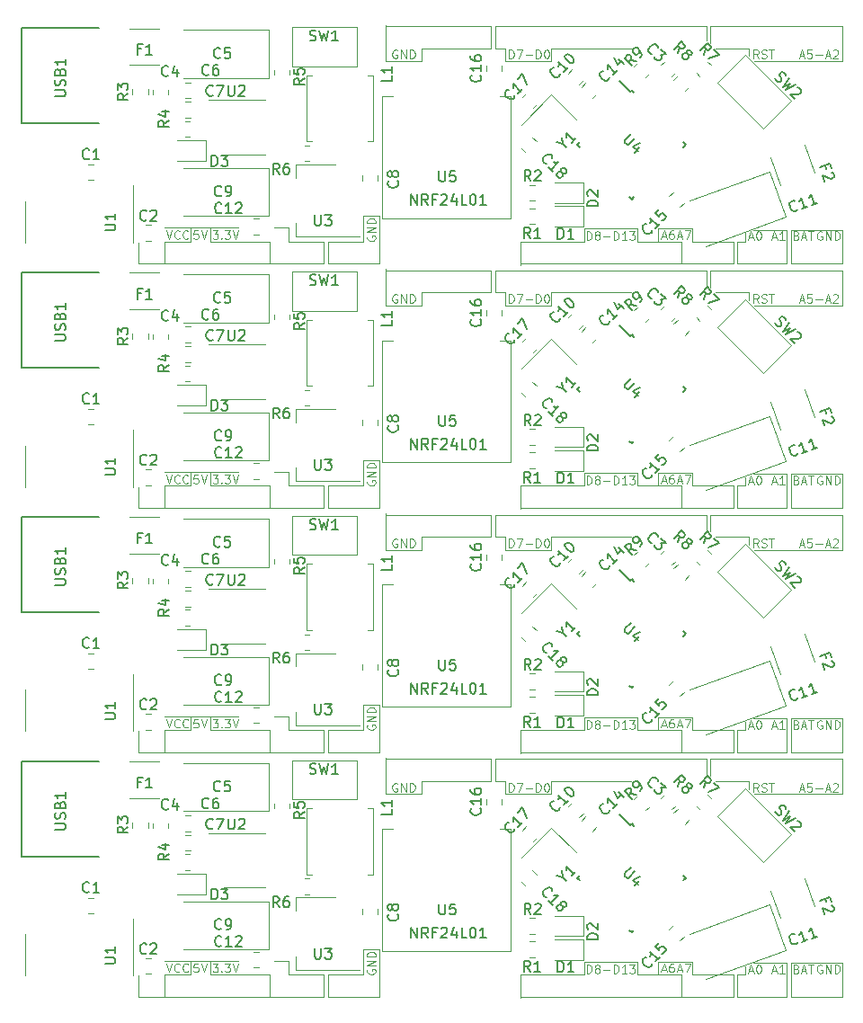
<source format=gbr>
%TF.GenerationSoftware,KiCad,Pcbnew,(5.1.9)-1*%
%TF.CreationDate,2021-08-15T16:36:55+08:00*%
%TF.ProjectId,final project,66696e61-6c20-4707-926f-6a6563742e6b,rev?*%
%TF.SameCoordinates,Original*%
%TF.FileFunction,Legend,Top*%
%TF.FilePolarity,Positive*%
%FSLAX46Y46*%
G04 Gerber Fmt 4.6, Leading zero omitted, Abs format (unit mm)*
G04 Created by KiCad (PCBNEW (5.1.9)-1) date 2021-08-15 16:36:55*
%MOMM*%
%LPD*%
G01*
G04 APERTURE LIST*
%ADD10C,0.120000*%
%ADD11C,0.150000*%
G04 APERTURE END LIST*
D10*
X85050000Y-99760000D02*
X85050000Y-103160000D01*
X85050000Y-76740000D02*
X85050000Y-80140000D01*
X85050000Y-53720000D02*
X85050000Y-57120000D01*
X115650000Y-99860000D02*
X115650000Y-101460000D01*
X115650000Y-76840000D02*
X115650000Y-78440000D01*
X115650000Y-53820000D02*
X115650000Y-55420000D01*
X95350000Y-101960000D02*
X96350000Y-101960000D01*
X95350000Y-78940000D02*
X96350000Y-78940000D01*
X95350000Y-55920000D02*
X96350000Y-55920000D01*
X88450000Y-101960000D02*
X94950000Y-101960000D01*
X88450000Y-78940000D02*
X94950000Y-78940000D01*
X88450000Y-55920000D02*
X94950000Y-55920000D01*
X96350000Y-103160000D02*
X100650000Y-103160000D01*
X96350000Y-80140000D02*
X100650000Y-80140000D01*
X96350000Y-57120000D02*
X100650000Y-57120000D01*
X88450000Y-103160000D02*
X88450000Y-101960000D01*
X88450000Y-80140000D02*
X88450000Y-78940000D01*
X88450000Y-57120000D02*
X88450000Y-55920000D01*
X95350000Y-99860000D02*
X95350000Y-101960000D01*
X95350000Y-76840000D02*
X95350000Y-78940000D01*
X95350000Y-53820000D02*
X95350000Y-55920000D01*
X95350000Y-99860000D02*
X115250000Y-99860000D01*
X95350000Y-76840000D02*
X115250000Y-76840000D01*
X95350000Y-53820000D02*
X115250000Y-53820000D01*
X94950000Y-101960000D02*
X94950000Y-99860000D01*
X94950000Y-78940000D02*
X94950000Y-76840000D01*
X94950000Y-55920000D02*
X94950000Y-53820000D01*
X100650000Y-103160000D02*
X100650000Y-101960000D01*
X100650000Y-80140000D02*
X100650000Y-78940000D01*
X100650000Y-57120000D02*
X100650000Y-55920000D01*
X100650000Y-101960000D02*
X108150000Y-101960000D01*
X100650000Y-78940000D02*
X108150000Y-78940000D01*
X100650000Y-55920000D02*
X108150000Y-55920000D01*
X115250000Y-99860000D02*
X115250000Y-101260000D01*
X115250000Y-76840000D02*
X115250000Y-78240000D01*
X115250000Y-53820000D02*
X115250000Y-55220000D01*
X94950000Y-99860000D02*
X85050000Y-99860000D01*
X94950000Y-76840000D02*
X85050000Y-76840000D01*
X94950000Y-53820000D02*
X85050000Y-53820000D01*
X96350000Y-101960000D02*
X96350000Y-103160000D01*
X96350000Y-78940000D02*
X96350000Y-80140000D01*
X96350000Y-55920000D02*
X96350000Y-57120000D01*
X85050000Y-103160000D02*
X88450000Y-103160000D01*
X85050000Y-80140000D02*
X88450000Y-80140000D01*
X85050000Y-57120000D02*
X88450000Y-57120000D01*
X110750000Y-118960000D02*
X113950000Y-118960000D01*
X110750000Y-95940000D02*
X113950000Y-95940000D01*
X110750000Y-72920000D02*
X113950000Y-72920000D01*
X113950000Y-120160000D02*
X117850000Y-120160000D01*
X113950000Y-97140000D02*
X117850000Y-97140000D01*
X113950000Y-74120000D02*
X117850000Y-74120000D01*
X115650000Y-99860000D02*
X128050000Y-99860000D01*
X115650000Y-76840000D02*
X128050000Y-76840000D01*
X115650000Y-53820000D02*
X128050000Y-53820000D01*
X128050000Y-99860000D02*
X128050000Y-103160000D01*
X128050000Y-76840000D02*
X128050000Y-80140000D01*
X128050000Y-53820000D02*
X128050000Y-57120000D01*
X103750000Y-120160000D02*
X103750000Y-118960000D01*
X103750000Y-97140000D02*
X103750000Y-95940000D01*
X103750000Y-74120000D02*
X103750000Y-72920000D01*
X122850000Y-119060000D02*
X119650000Y-119060000D01*
X122850000Y-96040000D02*
X119650000Y-96040000D01*
X122850000Y-73020000D02*
X119650000Y-73020000D01*
X118950000Y-119360000D02*
X118950000Y-120160000D01*
X118950000Y-96340000D02*
X118950000Y-97140000D01*
X118950000Y-73320000D02*
X118950000Y-74120000D01*
X97750000Y-122260000D02*
X117850000Y-122260000D01*
X97750000Y-99240000D02*
X117850000Y-99240000D01*
X97750000Y-76220000D02*
X117850000Y-76220000D01*
X112950000Y-122260000D02*
X112950000Y-120160000D01*
X112950000Y-99240000D02*
X112950000Y-97140000D01*
X112950000Y-76220000D02*
X112950000Y-74120000D01*
X103750000Y-118960000D02*
X108750000Y-118960000D01*
X103750000Y-95940000D02*
X108750000Y-95940000D01*
X103750000Y-72920000D02*
X108750000Y-72920000D01*
X128050000Y-103160000D02*
X119750000Y-103160000D01*
X128050000Y-80140000D02*
X119750000Y-80140000D01*
X128050000Y-57120000D02*
X119750000Y-57120000D01*
X119250000Y-102660000D02*
X119250000Y-101960000D01*
X119250000Y-79640000D02*
X119250000Y-78940000D01*
X119250000Y-56620000D02*
X119250000Y-55920000D01*
X118150000Y-120160000D02*
X118150000Y-122260000D01*
X118150000Y-97140000D02*
X118150000Y-99240000D01*
X118150000Y-74120000D02*
X118150000Y-76220000D01*
X97750000Y-120160000D02*
X103750000Y-120160000D01*
X97750000Y-97140000D02*
X103750000Y-97140000D01*
X97750000Y-74120000D02*
X103750000Y-74120000D01*
X119250000Y-101960000D02*
X116150000Y-101960000D01*
X119250000Y-78940000D02*
X116150000Y-78940000D01*
X119250000Y-55920000D02*
X116150000Y-55920000D01*
X118950000Y-120160000D02*
X118150000Y-120160000D01*
X118950000Y-97140000D02*
X118150000Y-97140000D01*
X118950000Y-74120000D02*
X118150000Y-74120000D01*
X110750000Y-120160000D02*
X110750000Y-118960000D01*
X110750000Y-97140000D02*
X110750000Y-95940000D01*
X110750000Y-74120000D02*
X110750000Y-72920000D01*
X108750000Y-118960000D02*
X108750000Y-120160000D01*
X108750000Y-95940000D02*
X108750000Y-97140000D01*
X108750000Y-72920000D02*
X108750000Y-74120000D01*
X113950000Y-118960000D02*
X113950000Y-120160000D01*
X113950000Y-95940000D02*
X113950000Y-97140000D01*
X113950000Y-72920000D02*
X113950000Y-74120000D01*
X97750000Y-120160000D02*
X97750000Y-122360000D01*
X97750000Y-97140000D02*
X97750000Y-99340000D01*
X97750000Y-74120000D02*
X97750000Y-76320000D01*
X118150000Y-122260000D02*
X122850000Y-122260000D01*
X118150000Y-99240000D02*
X122850000Y-99240000D01*
X118150000Y-76220000D02*
X122850000Y-76220000D01*
X122850000Y-122260000D02*
X122850000Y-119060000D01*
X122850000Y-99240000D02*
X122850000Y-96040000D01*
X122850000Y-76220000D02*
X122850000Y-73020000D01*
X117850000Y-120160000D02*
X117850000Y-122260000D01*
X117850000Y-97140000D02*
X117850000Y-99240000D01*
X117850000Y-74120000D02*
X117850000Y-76220000D01*
X123759523Y-119602857D02*
X123873809Y-119640952D01*
X123911904Y-119679047D01*
X123950000Y-119755238D01*
X123950000Y-119869523D01*
X123911904Y-119945714D01*
X123873809Y-119983809D01*
X123797619Y-120021904D01*
X123492857Y-120021904D01*
X123492857Y-119221904D01*
X123759523Y-119221904D01*
X123835714Y-119260000D01*
X123873809Y-119298095D01*
X123911904Y-119374285D01*
X123911904Y-119450476D01*
X123873809Y-119526666D01*
X123835714Y-119564761D01*
X123759523Y-119602857D01*
X123492857Y-119602857D01*
X124254761Y-119793333D02*
X124635714Y-119793333D01*
X124178571Y-120021904D02*
X124445238Y-119221904D01*
X124711904Y-120021904D01*
X124864285Y-119221904D02*
X125321428Y-119221904D01*
X125092857Y-120021904D02*
X125092857Y-119221904D01*
X123759523Y-96582857D02*
X123873809Y-96620952D01*
X123911904Y-96659047D01*
X123950000Y-96735238D01*
X123950000Y-96849523D01*
X123911904Y-96925714D01*
X123873809Y-96963809D01*
X123797619Y-97001904D01*
X123492857Y-97001904D01*
X123492857Y-96201904D01*
X123759523Y-96201904D01*
X123835714Y-96240000D01*
X123873809Y-96278095D01*
X123911904Y-96354285D01*
X123911904Y-96430476D01*
X123873809Y-96506666D01*
X123835714Y-96544761D01*
X123759523Y-96582857D01*
X123492857Y-96582857D01*
X124254761Y-96773333D02*
X124635714Y-96773333D01*
X124178571Y-97001904D02*
X124445238Y-96201904D01*
X124711904Y-97001904D01*
X124864285Y-96201904D02*
X125321428Y-96201904D01*
X125092857Y-97001904D02*
X125092857Y-96201904D01*
X123759523Y-73562857D02*
X123873809Y-73600952D01*
X123911904Y-73639047D01*
X123950000Y-73715238D01*
X123950000Y-73829523D01*
X123911904Y-73905714D01*
X123873809Y-73943809D01*
X123797619Y-73981904D01*
X123492857Y-73981904D01*
X123492857Y-73181904D01*
X123759523Y-73181904D01*
X123835714Y-73220000D01*
X123873809Y-73258095D01*
X123911904Y-73334285D01*
X123911904Y-73410476D01*
X123873809Y-73486666D01*
X123835714Y-73524761D01*
X123759523Y-73562857D01*
X123492857Y-73562857D01*
X124254761Y-73753333D02*
X124635714Y-73753333D01*
X124178571Y-73981904D02*
X124445238Y-73181904D01*
X124711904Y-73981904D01*
X124864285Y-73181904D02*
X125321428Y-73181904D01*
X125092857Y-73981904D02*
X125092857Y-73181904D01*
X120175619Y-102921904D02*
X119908952Y-102540952D01*
X119718476Y-102921904D02*
X119718476Y-102121904D01*
X120023238Y-102121904D01*
X120099428Y-102160000D01*
X120137523Y-102198095D01*
X120175619Y-102274285D01*
X120175619Y-102388571D01*
X120137523Y-102464761D01*
X120099428Y-102502857D01*
X120023238Y-102540952D01*
X119718476Y-102540952D01*
X120480380Y-102883809D02*
X120594666Y-102921904D01*
X120785142Y-102921904D01*
X120861333Y-102883809D01*
X120899428Y-102845714D01*
X120937523Y-102769523D01*
X120937523Y-102693333D01*
X120899428Y-102617142D01*
X120861333Y-102579047D01*
X120785142Y-102540952D01*
X120632761Y-102502857D01*
X120556571Y-102464761D01*
X120518476Y-102426666D01*
X120480380Y-102350476D01*
X120480380Y-102274285D01*
X120518476Y-102198095D01*
X120556571Y-102160000D01*
X120632761Y-102121904D01*
X120823238Y-102121904D01*
X120937523Y-102160000D01*
X121166095Y-102121904D02*
X121623238Y-102121904D01*
X121394666Y-102921904D02*
X121394666Y-102121904D01*
X120175619Y-79901904D02*
X119908952Y-79520952D01*
X119718476Y-79901904D02*
X119718476Y-79101904D01*
X120023238Y-79101904D01*
X120099428Y-79140000D01*
X120137523Y-79178095D01*
X120175619Y-79254285D01*
X120175619Y-79368571D01*
X120137523Y-79444761D01*
X120099428Y-79482857D01*
X120023238Y-79520952D01*
X119718476Y-79520952D01*
X120480380Y-79863809D02*
X120594666Y-79901904D01*
X120785142Y-79901904D01*
X120861333Y-79863809D01*
X120899428Y-79825714D01*
X120937523Y-79749523D01*
X120937523Y-79673333D01*
X120899428Y-79597142D01*
X120861333Y-79559047D01*
X120785142Y-79520952D01*
X120632761Y-79482857D01*
X120556571Y-79444761D01*
X120518476Y-79406666D01*
X120480380Y-79330476D01*
X120480380Y-79254285D01*
X120518476Y-79178095D01*
X120556571Y-79140000D01*
X120632761Y-79101904D01*
X120823238Y-79101904D01*
X120937523Y-79140000D01*
X121166095Y-79101904D02*
X121623238Y-79101904D01*
X121394666Y-79901904D02*
X121394666Y-79101904D01*
X120175619Y-56881904D02*
X119908952Y-56500952D01*
X119718476Y-56881904D02*
X119718476Y-56081904D01*
X120023238Y-56081904D01*
X120099428Y-56120000D01*
X120137523Y-56158095D01*
X120175619Y-56234285D01*
X120175619Y-56348571D01*
X120137523Y-56424761D01*
X120099428Y-56462857D01*
X120023238Y-56500952D01*
X119718476Y-56500952D01*
X120480380Y-56843809D02*
X120594666Y-56881904D01*
X120785142Y-56881904D01*
X120861333Y-56843809D01*
X120899428Y-56805714D01*
X120937523Y-56729523D01*
X120937523Y-56653333D01*
X120899428Y-56577142D01*
X120861333Y-56539047D01*
X120785142Y-56500952D01*
X120632761Y-56462857D01*
X120556571Y-56424761D01*
X120518476Y-56386666D01*
X120480380Y-56310476D01*
X120480380Y-56234285D01*
X120518476Y-56158095D01*
X120556571Y-56120000D01*
X120632761Y-56081904D01*
X120823238Y-56081904D01*
X120937523Y-56120000D01*
X121166095Y-56081904D02*
X121623238Y-56081904D01*
X121394666Y-56881904D02*
X121394666Y-56081904D01*
X67397619Y-119121904D02*
X67016666Y-119121904D01*
X66978571Y-119502857D01*
X67016666Y-119464761D01*
X67092857Y-119426666D01*
X67283333Y-119426666D01*
X67359523Y-119464761D01*
X67397619Y-119502857D01*
X67435714Y-119579047D01*
X67435714Y-119769523D01*
X67397619Y-119845714D01*
X67359523Y-119883809D01*
X67283333Y-119921904D01*
X67092857Y-119921904D01*
X67016666Y-119883809D01*
X66978571Y-119845714D01*
X67664285Y-119121904D02*
X67930952Y-119921904D01*
X68197619Y-119121904D01*
X67397619Y-96101904D02*
X67016666Y-96101904D01*
X66978571Y-96482857D01*
X67016666Y-96444761D01*
X67092857Y-96406666D01*
X67283333Y-96406666D01*
X67359523Y-96444761D01*
X67397619Y-96482857D01*
X67435714Y-96559047D01*
X67435714Y-96749523D01*
X67397619Y-96825714D01*
X67359523Y-96863809D01*
X67283333Y-96901904D01*
X67092857Y-96901904D01*
X67016666Y-96863809D01*
X66978571Y-96825714D01*
X67664285Y-96101904D02*
X67930952Y-96901904D01*
X68197619Y-96101904D01*
X67397619Y-73081904D02*
X67016666Y-73081904D01*
X66978571Y-73462857D01*
X67016666Y-73424761D01*
X67092857Y-73386666D01*
X67283333Y-73386666D01*
X67359523Y-73424761D01*
X67397619Y-73462857D01*
X67435714Y-73539047D01*
X67435714Y-73729523D01*
X67397619Y-73805714D01*
X67359523Y-73843809D01*
X67283333Y-73881904D01*
X67092857Y-73881904D01*
X67016666Y-73843809D01*
X66978571Y-73805714D01*
X67664285Y-73081904D02*
X67930952Y-73881904D01*
X68197619Y-73081904D01*
X112578571Y-119693333D02*
X112959523Y-119693333D01*
X112502380Y-119921904D02*
X112769047Y-119121904D01*
X113035714Y-119921904D01*
X113226190Y-119121904D02*
X113759523Y-119121904D01*
X113416666Y-119921904D01*
X112578571Y-96673333D02*
X112959523Y-96673333D01*
X112502380Y-96901904D02*
X112769047Y-96101904D01*
X113035714Y-96901904D01*
X113226190Y-96101904D02*
X113759523Y-96101904D01*
X113416666Y-96901904D01*
X112578571Y-73653333D02*
X112959523Y-73653333D01*
X112502380Y-73881904D02*
X112769047Y-73081904D01*
X113035714Y-73881904D01*
X113226190Y-73081904D02*
X113759523Y-73081904D01*
X113416666Y-73881904D01*
X68769047Y-119121904D02*
X69264285Y-119121904D01*
X68997619Y-119426666D01*
X69111904Y-119426666D01*
X69188095Y-119464761D01*
X69226190Y-119502857D01*
X69264285Y-119579047D01*
X69264285Y-119769523D01*
X69226190Y-119845714D01*
X69188095Y-119883809D01*
X69111904Y-119921904D01*
X68883333Y-119921904D01*
X68807142Y-119883809D01*
X68769047Y-119845714D01*
X69607142Y-119845714D02*
X69645238Y-119883809D01*
X69607142Y-119921904D01*
X69569047Y-119883809D01*
X69607142Y-119845714D01*
X69607142Y-119921904D01*
X69911904Y-119121904D02*
X70407142Y-119121904D01*
X70140476Y-119426666D01*
X70254761Y-119426666D01*
X70330952Y-119464761D01*
X70369047Y-119502857D01*
X70407142Y-119579047D01*
X70407142Y-119769523D01*
X70369047Y-119845714D01*
X70330952Y-119883809D01*
X70254761Y-119921904D01*
X70026190Y-119921904D01*
X69950000Y-119883809D01*
X69911904Y-119845714D01*
X70635714Y-119121904D02*
X70902380Y-119921904D01*
X71169047Y-119121904D01*
X68769047Y-96101904D02*
X69264285Y-96101904D01*
X68997619Y-96406666D01*
X69111904Y-96406666D01*
X69188095Y-96444761D01*
X69226190Y-96482857D01*
X69264285Y-96559047D01*
X69264285Y-96749523D01*
X69226190Y-96825714D01*
X69188095Y-96863809D01*
X69111904Y-96901904D01*
X68883333Y-96901904D01*
X68807142Y-96863809D01*
X68769047Y-96825714D01*
X69607142Y-96825714D02*
X69645238Y-96863809D01*
X69607142Y-96901904D01*
X69569047Y-96863809D01*
X69607142Y-96825714D01*
X69607142Y-96901904D01*
X69911904Y-96101904D02*
X70407142Y-96101904D01*
X70140476Y-96406666D01*
X70254761Y-96406666D01*
X70330952Y-96444761D01*
X70369047Y-96482857D01*
X70407142Y-96559047D01*
X70407142Y-96749523D01*
X70369047Y-96825714D01*
X70330952Y-96863809D01*
X70254761Y-96901904D01*
X70026190Y-96901904D01*
X69950000Y-96863809D01*
X69911904Y-96825714D01*
X70635714Y-96101904D02*
X70902380Y-96901904D01*
X71169047Y-96101904D01*
X68769047Y-73081904D02*
X69264285Y-73081904D01*
X68997619Y-73386666D01*
X69111904Y-73386666D01*
X69188095Y-73424761D01*
X69226190Y-73462857D01*
X69264285Y-73539047D01*
X69264285Y-73729523D01*
X69226190Y-73805714D01*
X69188095Y-73843809D01*
X69111904Y-73881904D01*
X68883333Y-73881904D01*
X68807142Y-73843809D01*
X68769047Y-73805714D01*
X69607142Y-73805714D02*
X69645238Y-73843809D01*
X69607142Y-73881904D01*
X69569047Y-73843809D01*
X69607142Y-73805714D01*
X69607142Y-73881904D01*
X69911904Y-73081904D02*
X70407142Y-73081904D01*
X70140476Y-73386666D01*
X70254761Y-73386666D01*
X70330952Y-73424761D01*
X70369047Y-73462857D01*
X70407142Y-73539047D01*
X70407142Y-73729523D01*
X70369047Y-73805714D01*
X70330952Y-73843809D01*
X70254761Y-73881904D01*
X70026190Y-73881904D01*
X69950000Y-73843809D01*
X69911904Y-73805714D01*
X70635714Y-73081904D02*
X70902380Y-73881904D01*
X71169047Y-73081904D01*
X111078571Y-119693333D02*
X111459523Y-119693333D01*
X111002380Y-119921904D02*
X111269047Y-119121904D01*
X111535714Y-119921904D01*
X112145238Y-119121904D02*
X111992857Y-119121904D01*
X111916666Y-119160000D01*
X111878571Y-119198095D01*
X111802380Y-119312380D01*
X111764285Y-119464761D01*
X111764285Y-119769523D01*
X111802380Y-119845714D01*
X111840476Y-119883809D01*
X111916666Y-119921904D01*
X112069047Y-119921904D01*
X112145238Y-119883809D01*
X112183333Y-119845714D01*
X112221428Y-119769523D01*
X112221428Y-119579047D01*
X112183333Y-119502857D01*
X112145238Y-119464761D01*
X112069047Y-119426666D01*
X111916666Y-119426666D01*
X111840476Y-119464761D01*
X111802380Y-119502857D01*
X111764285Y-119579047D01*
X111078571Y-96673333D02*
X111459523Y-96673333D01*
X111002380Y-96901904D02*
X111269047Y-96101904D01*
X111535714Y-96901904D01*
X112145238Y-96101904D02*
X111992857Y-96101904D01*
X111916666Y-96140000D01*
X111878571Y-96178095D01*
X111802380Y-96292380D01*
X111764285Y-96444761D01*
X111764285Y-96749523D01*
X111802380Y-96825714D01*
X111840476Y-96863809D01*
X111916666Y-96901904D01*
X112069047Y-96901904D01*
X112145238Y-96863809D01*
X112183333Y-96825714D01*
X112221428Y-96749523D01*
X112221428Y-96559047D01*
X112183333Y-96482857D01*
X112145238Y-96444761D01*
X112069047Y-96406666D01*
X111916666Y-96406666D01*
X111840476Y-96444761D01*
X111802380Y-96482857D01*
X111764285Y-96559047D01*
X111078571Y-73653333D02*
X111459523Y-73653333D01*
X111002380Y-73881904D02*
X111269047Y-73081904D01*
X111535714Y-73881904D01*
X112145238Y-73081904D02*
X111992857Y-73081904D01*
X111916666Y-73120000D01*
X111878571Y-73158095D01*
X111802380Y-73272380D01*
X111764285Y-73424761D01*
X111764285Y-73729523D01*
X111802380Y-73805714D01*
X111840476Y-73843809D01*
X111916666Y-73881904D01*
X112069047Y-73881904D01*
X112145238Y-73843809D01*
X112183333Y-73805714D01*
X112221428Y-73729523D01*
X112221428Y-73539047D01*
X112183333Y-73462857D01*
X112145238Y-73424761D01*
X112069047Y-73386666D01*
X111916666Y-73386666D01*
X111840476Y-73424761D01*
X111802380Y-73462857D01*
X111764285Y-73539047D01*
X121478571Y-119793333D02*
X121859523Y-119793333D01*
X121402380Y-120021904D02*
X121669047Y-119221904D01*
X121935714Y-120021904D01*
X122621428Y-120021904D02*
X122164285Y-120021904D01*
X122392857Y-120021904D02*
X122392857Y-119221904D01*
X122316666Y-119336190D01*
X122240476Y-119412380D01*
X122164285Y-119450476D01*
X121478571Y-96773333D02*
X121859523Y-96773333D01*
X121402380Y-97001904D02*
X121669047Y-96201904D01*
X121935714Y-97001904D01*
X122621428Y-97001904D02*
X122164285Y-97001904D01*
X122392857Y-97001904D02*
X122392857Y-96201904D01*
X122316666Y-96316190D01*
X122240476Y-96392380D01*
X122164285Y-96430476D01*
X121478571Y-73753333D02*
X121859523Y-73753333D01*
X121402380Y-73981904D02*
X121669047Y-73181904D01*
X121935714Y-73981904D01*
X122621428Y-73981904D02*
X122164285Y-73981904D01*
X122392857Y-73981904D02*
X122392857Y-73181904D01*
X122316666Y-73296190D01*
X122240476Y-73372380D01*
X122164285Y-73410476D01*
X64383333Y-119121904D02*
X64650000Y-119921904D01*
X64916666Y-119121904D01*
X65640476Y-119845714D02*
X65602380Y-119883809D01*
X65488095Y-119921904D01*
X65411904Y-119921904D01*
X65297619Y-119883809D01*
X65221428Y-119807619D01*
X65183333Y-119731428D01*
X65145238Y-119579047D01*
X65145238Y-119464761D01*
X65183333Y-119312380D01*
X65221428Y-119236190D01*
X65297619Y-119160000D01*
X65411904Y-119121904D01*
X65488095Y-119121904D01*
X65602380Y-119160000D01*
X65640476Y-119198095D01*
X66440476Y-119845714D02*
X66402380Y-119883809D01*
X66288095Y-119921904D01*
X66211904Y-119921904D01*
X66097619Y-119883809D01*
X66021428Y-119807619D01*
X65983333Y-119731428D01*
X65945238Y-119579047D01*
X65945238Y-119464761D01*
X65983333Y-119312380D01*
X66021428Y-119236190D01*
X66097619Y-119160000D01*
X66211904Y-119121904D01*
X66288095Y-119121904D01*
X66402380Y-119160000D01*
X66440476Y-119198095D01*
X64383333Y-96101904D02*
X64650000Y-96901904D01*
X64916666Y-96101904D01*
X65640476Y-96825714D02*
X65602380Y-96863809D01*
X65488095Y-96901904D01*
X65411904Y-96901904D01*
X65297619Y-96863809D01*
X65221428Y-96787619D01*
X65183333Y-96711428D01*
X65145238Y-96559047D01*
X65145238Y-96444761D01*
X65183333Y-96292380D01*
X65221428Y-96216190D01*
X65297619Y-96140000D01*
X65411904Y-96101904D01*
X65488095Y-96101904D01*
X65602380Y-96140000D01*
X65640476Y-96178095D01*
X66440476Y-96825714D02*
X66402380Y-96863809D01*
X66288095Y-96901904D01*
X66211904Y-96901904D01*
X66097619Y-96863809D01*
X66021428Y-96787619D01*
X65983333Y-96711428D01*
X65945238Y-96559047D01*
X65945238Y-96444761D01*
X65983333Y-96292380D01*
X66021428Y-96216190D01*
X66097619Y-96140000D01*
X66211904Y-96101904D01*
X66288095Y-96101904D01*
X66402380Y-96140000D01*
X66440476Y-96178095D01*
X64383333Y-73081904D02*
X64650000Y-73881904D01*
X64916666Y-73081904D01*
X65640476Y-73805714D02*
X65602380Y-73843809D01*
X65488095Y-73881904D01*
X65411904Y-73881904D01*
X65297619Y-73843809D01*
X65221428Y-73767619D01*
X65183333Y-73691428D01*
X65145238Y-73539047D01*
X65145238Y-73424761D01*
X65183333Y-73272380D01*
X65221428Y-73196190D01*
X65297619Y-73120000D01*
X65411904Y-73081904D01*
X65488095Y-73081904D01*
X65602380Y-73120000D01*
X65640476Y-73158095D01*
X66440476Y-73805714D02*
X66402380Y-73843809D01*
X66288095Y-73881904D01*
X66211904Y-73881904D01*
X66097619Y-73843809D01*
X66021428Y-73767619D01*
X65983333Y-73691428D01*
X65945238Y-73539047D01*
X65945238Y-73424761D01*
X65983333Y-73272380D01*
X66021428Y-73196190D01*
X66097619Y-73120000D01*
X66211904Y-73081904D01*
X66288095Y-73081904D01*
X66402380Y-73120000D01*
X66440476Y-73158095D01*
X86140476Y-102160000D02*
X86064285Y-102121904D01*
X85950000Y-102121904D01*
X85835714Y-102160000D01*
X85759523Y-102236190D01*
X85721428Y-102312380D01*
X85683333Y-102464761D01*
X85683333Y-102579047D01*
X85721428Y-102731428D01*
X85759523Y-102807619D01*
X85835714Y-102883809D01*
X85950000Y-102921904D01*
X86026190Y-102921904D01*
X86140476Y-102883809D01*
X86178571Y-102845714D01*
X86178571Y-102579047D01*
X86026190Y-102579047D01*
X86521428Y-102921904D02*
X86521428Y-102121904D01*
X86978571Y-102921904D01*
X86978571Y-102121904D01*
X87359523Y-102921904D02*
X87359523Y-102121904D01*
X87550000Y-102121904D01*
X87664285Y-102160000D01*
X87740476Y-102236190D01*
X87778571Y-102312380D01*
X87816666Y-102464761D01*
X87816666Y-102579047D01*
X87778571Y-102731428D01*
X87740476Y-102807619D01*
X87664285Y-102883809D01*
X87550000Y-102921904D01*
X87359523Y-102921904D01*
X86140476Y-79140000D02*
X86064285Y-79101904D01*
X85950000Y-79101904D01*
X85835714Y-79140000D01*
X85759523Y-79216190D01*
X85721428Y-79292380D01*
X85683333Y-79444761D01*
X85683333Y-79559047D01*
X85721428Y-79711428D01*
X85759523Y-79787619D01*
X85835714Y-79863809D01*
X85950000Y-79901904D01*
X86026190Y-79901904D01*
X86140476Y-79863809D01*
X86178571Y-79825714D01*
X86178571Y-79559047D01*
X86026190Y-79559047D01*
X86521428Y-79901904D02*
X86521428Y-79101904D01*
X86978571Y-79901904D01*
X86978571Y-79101904D01*
X87359523Y-79901904D02*
X87359523Y-79101904D01*
X87550000Y-79101904D01*
X87664285Y-79140000D01*
X87740476Y-79216190D01*
X87778571Y-79292380D01*
X87816666Y-79444761D01*
X87816666Y-79559047D01*
X87778571Y-79711428D01*
X87740476Y-79787619D01*
X87664285Y-79863809D01*
X87550000Y-79901904D01*
X87359523Y-79901904D01*
X86140476Y-56120000D02*
X86064285Y-56081904D01*
X85950000Y-56081904D01*
X85835714Y-56120000D01*
X85759523Y-56196190D01*
X85721428Y-56272380D01*
X85683333Y-56424761D01*
X85683333Y-56539047D01*
X85721428Y-56691428D01*
X85759523Y-56767619D01*
X85835714Y-56843809D01*
X85950000Y-56881904D01*
X86026190Y-56881904D01*
X86140476Y-56843809D01*
X86178571Y-56805714D01*
X86178571Y-56539047D01*
X86026190Y-56539047D01*
X86521428Y-56881904D02*
X86521428Y-56081904D01*
X86978571Y-56881904D01*
X86978571Y-56081904D01*
X87359523Y-56881904D02*
X87359523Y-56081904D01*
X87550000Y-56081904D01*
X87664285Y-56120000D01*
X87740476Y-56196190D01*
X87778571Y-56272380D01*
X87816666Y-56424761D01*
X87816666Y-56539047D01*
X87778571Y-56691428D01*
X87740476Y-56767619D01*
X87664285Y-56843809D01*
X87550000Y-56881904D01*
X87359523Y-56881904D01*
X104002380Y-120021904D02*
X104002380Y-119221904D01*
X104192857Y-119221904D01*
X104307142Y-119260000D01*
X104383333Y-119336190D01*
X104421428Y-119412380D01*
X104459523Y-119564761D01*
X104459523Y-119679047D01*
X104421428Y-119831428D01*
X104383333Y-119907619D01*
X104307142Y-119983809D01*
X104192857Y-120021904D01*
X104002380Y-120021904D01*
X104916666Y-119564761D02*
X104840476Y-119526666D01*
X104802380Y-119488571D01*
X104764285Y-119412380D01*
X104764285Y-119374285D01*
X104802380Y-119298095D01*
X104840476Y-119260000D01*
X104916666Y-119221904D01*
X105069047Y-119221904D01*
X105145238Y-119260000D01*
X105183333Y-119298095D01*
X105221428Y-119374285D01*
X105221428Y-119412380D01*
X105183333Y-119488571D01*
X105145238Y-119526666D01*
X105069047Y-119564761D01*
X104916666Y-119564761D01*
X104840476Y-119602857D01*
X104802380Y-119640952D01*
X104764285Y-119717142D01*
X104764285Y-119869523D01*
X104802380Y-119945714D01*
X104840476Y-119983809D01*
X104916666Y-120021904D01*
X105069047Y-120021904D01*
X105145238Y-119983809D01*
X105183333Y-119945714D01*
X105221428Y-119869523D01*
X105221428Y-119717142D01*
X105183333Y-119640952D01*
X105145238Y-119602857D01*
X105069047Y-119564761D01*
X105564285Y-119717142D02*
X106173809Y-119717142D01*
X106554761Y-120021904D02*
X106554761Y-119221904D01*
X106745238Y-119221904D01*
X106859523Y-119260000D01*
X106935714Y-119336190D01*
X106973809Y-119412380D01*
X107011904Y-119564761D01*
X107011904Y-119679047D01*
X106973809Y-119831428D01*
X106935714Y-119907619D01*
X106859523Y-119983809D01*
X106745238Y-120021904D01*
X106554761Y-120021904D01*
X107773809Y-120021904D02*
X107316666Y-120021904D01*
X107545238Y-120021904D02*
X107545238Y-119221904D01*
X107469047Y-119336190D01*
X107392857Y-119412380D01*
X107316666Y-119450476D01*
X108040476Y-119221904D02*
X108535714Y-119221904D01*
X108269047Y-119526666D01*
X108383333Y-119526666D01*
X108459523Y-119564761D01*
X108497619Y-119602857D01*
X108535714Y-119679047D01*
X108535714Y-119869523D01*
X108497619Y-119945714D01*
X108459523Y-119983809D01*
X108383333Y-120021904D01*
X108154761Y-120021904D01*
X108078571Y-119983809D01*
X108040476Y-119945714D01*
X104002380Y-97001904D02*
X104002380Y-96201904D01*
X104192857Y-96201904D01*
X104307142Y-96240000D01*
X104383333Y-96316190D01*
X104421428Y-96392380D01*
X104459523Y-96544761D01*
X104459523Y-96659047D01*
X104421428Y-96811428D01*
X104383333Y-96887619D01*
X104307142Y-96963809D01*
X104192857Y-97001904D01*
X104002380Y-97001904D01*
X104916666Y-96544761D02*
X104840476Y-96506666D01*
X104802380Y-96468571D01*
X104764285Y-96392380D01*
X104764285Y-96354285D01*
X104802380Y-96278095D01*
X104840476Y-96240000D01*
X104916666Y-96201904D01*
X105069047Y-96201904D01*
X105145238Y-96240000D01*
X105183333Y-96278095D01*
X105221428Y-96354285D01*
X105221428Y-96392380D01*
X105183333Y-96468571D01*
X105145238Y-96506666D01*
X105069047Y-96544761D01*
X104916666Y-96544761D01*
X104840476Y-96582857D01*
X104802380Y-96620952D01*
X104764285Y-96697142D01*
X104764285Y-96849523D01*
X104802380Y-96925714D01*
X104840476Y-96963809D01*
X104916666Y-97001904D01*
X105069047Y-97001904D01*
X105145238Y-96963809D01*
X105183333Y-96925714D01*
X105221428Y-96849523D01*
X105221428Y-96697142D01*
X105183333Y-96620952D01*
X105145238Y-96582857D01*
X105069047Y-96544761D01*
X105564285Y-96697142D02*
X106173809Y-96697142D01*
X106554761Y-97001904D02*
X106554761Y-96201904D01*
X106745238Y-96201904D01*
X106859523Y-96240000D01*
X106935714Y-96316190D01*
X106973809Y-96392380D01*
X107011904Y-96544761D01*
X107011904Y-96659047D01*
X106973809Y-96811428D01*
X106935714Y-96887619D01*
X106859523Y-96963809D01*
X106745238Y-97001904D01*
X106554761Y-97001904D01*
X107773809Y-97001904D02*
X107316666Y-97001904D01*
X107545238Y-97001904D02*
X107545238Y-96201904D01*
X107469047Y-96316190D01*
X107392857Y-96392380D01*
X107316666Y-96430476D01*
X108040476Y-96201904D02*
X108535714Y-96201904D01*
X108269047Y-96506666D01*
X108383333Y-96506666D01*
X108459523Y-96544761D01*
X108497619Y-96582857D01*
X108535714Y-96659047D01*
X108535714Y-96849523D01*
X108497619Y-96925714D01*
X108459523Y-96963809D01*
X108383333Y-97001904D01*
X108154761Y-97001904D01*
X108078571Y-96963809D01*
X108040476Y-96925714D01*
X104002380Y-73981904D02*
X104002380Y-73181904D01*
X104192857Y-73181904D01*
X104307142Y-73220000D01*
X104383333Y-73296190D01*
X104421428Y-73372380D01*
X104459523Y-73524761D01*
X104459523Y-73639047D01*
X104421428Y-73791428D01*
X104383333Y-73867619D01*
X104307142Y-73943809D01*
X104192857Y-73981904D01*
X104002380Y-73981904D01*
X104916666Y-73524761D02*
X104840476Y-73486666D01*
X104802380Y-73448571D01*
X104764285Y-73372380D01*
X104764285Y-73334285D01*
X104802380Y-73258095D01*
X104840476Y-73220000D01*
X104916666Y-73181904D01*
X105069047Y-73181904D01*
X105145238Y-73220000D01*
X105183333Y-73258095D01*
X105221428Y-73334285D01*
X105221428Y-73372380D01*
X105183333Y-73448571D01*
X105145238Y-73486666D01*
X105069047Y-73524761D01*
X104916666Y-73524761D01*
X104840476Y-73562857D01*
X104802380Y-73600952D01*
X104764285Y-73677142D01*
X104764285Y-73829523D01*
X104802380Y-73905714D01*
X104840476Y-73943809D01*
X104916666Y-73981904D01*
X105069047Y-73981904D01*
X105145238Y-73943809D01*
X105183333Y-73905714D01*
X105221428Y-73829523D01*
X105221428Y-73677142D01*
X105183333Y-73600952D01*
X105145238Y-73562857D01*
X105069047Y-73524761D01*
X105564285Y-73677142D02*
X106173809Y-73677142D01*
X106554761Y-73981904D02*
X106554761Y-73181904D01*
X106745238Y-73181904D01*
X106859523Y-73220000D01*
X106935714Y-73296190D01*
X106973809Y-73372380D01*
X107011904Y-73524761D01*
X107011904Y-73639047D01*
X106973809Y-73791428D01*
X106935714Y-73867619D01*
X106859523Y-73943809D01*
X106745238Y-73981904D01*
X106554761Y-73981904D01*
X107773809Y-73981904D02*
X107316666Y-73981904D01*
X107545238Y-73981904D02*
X107545238Y-73181904D01*
X107469047Y-73296190D01*
X107392857Y-73372380D01*
X107316666Y-73410476D01*
X108040476Y-73181904D02*
X108535714Y-73181904D01*
X108269047Y-73486666D01*
X108383333Y-73486666D01*
X108459523Y-73524761D01*
X108497619Y-73562857D01*
X108535714Y-73639047D01*
X108535714Y-73829523D01*
X108497619Y-73905714D01*
X108459523Y-73943809D01*
X108383333Y-73981904D01*
X108154761Y-73981904D01*
X108078571Y-73943809D01*
X108040476Y-73905714D01*
X124080380Y-102693333D02*
X124461333Y-102693333D01*
X124004190Y-102921904D02*
X124270857Y-102121904D01*
X124537523Y-102921904D01*
X125185142Y-102121904D02*
X124804190Y-102121904D01*
X124766095Y-102502857D01*
X124804190Y-102464761D01*
X124880380Y-102426666D01*
X125070857Y-102426666D01*
X125147047Y-102464761D01*
X125185142Y-102502857D01*
X125223238Y-102579047D01*
X125223238Y-102769523D01*
X125185142Y-102845714D01*
X125147047Y-102883809D01*
X125070857Y-102921904D01*
X124880380Y-102921904D01*
X124804190Y-102883809D01*
X124766095Y-102845714D01*
X125566095Y-102617142D02*
X126175619Y-102617142D01*
X126518476Y-102693333D02*
X126899428Y-102693333D01*
X126442285Y-102921904D02*
X126708952Y-102121904D01*
X126975619Y-102921904D01*
X127204190Y-102198095D02*
X127242285Y-102160000D01*
X127318476Y-102121904D01*
X127508952Y-102121904D01*
X127585142Y-102160000D01*
X127623238Y-102198095D01*
X127661333Y-102274285D01*
X127661333Y-102350476D01*
X127623238Y-102464761D01*
X127166095Y-102921904D01*
X127661333Y-102921904D01*
X124080380Y-79673333D02*
X124461333Y-79673333D01*
X124004190Y-79901904D02*
X124270857Y-79101904D01*
X124537523Y-79901904D01*
X125185142Y-79101904D02*
X124804190Y-79101904D01*
X124766095Y-79482857D01*
X124804190Y-79444761D01*
X124880380Y-79406666D01*
X125070857Y-79406666D01*
X125147047Y-79444761D01*
X125185142Y-79482857D01*
X125223238Y-79559047D01*
X125223238Y-79749523D01*
X125185142Y-79825714D01*
X125147047Y-79863809D01*
X125070857Y-79901904D01*
X124880380Y-79901904D01*
X124804190Y-79863809D01*
X124766095Y-79825714D01*
X125566095Y-79597142D02*
X126175619Y-79597142D01*
X126518476Y-79673333D02*
X126899428Y-79673333D01*
X126442285Y-79901904D02*
X126708952Y-79101904D01*
X126975619Y-79901904D01*
X127204190Y-79178095D02*
X127242285Y-79140000D01*
X127318476Y-79101904D01*
X127508952Y-79101904D01*
X127585142Y-79140000D01*
X127623238Y-79178095D01*
X127661333Y-79254285D01*
X127661333Y-79330476D01*
X127623238Y-79444761D01*
X127166095Y-79901904D01*
X127661333Y-79901904D01*
X124080380Y-56653333D02*
X124461333Y-56653333D01*
X124004190Y-56881904D02*
X124270857Y-56081904D01*
X124537523Y-56881904D01*
X125185142Y-56081904D02*
X124804190Y-56081904D01*
X124766095Y-56462857D01*
X124804190Y-56424761D01*
X124880380Y-56386666D01*
X125070857Y-56386666D01*
X125147047Y-56424761D01*
X125185142Y-56462857D01*
X125223238Y-56539047D01*
X125223238Y-56729523D01*
X125185142Y-56805714D01*
X125147047Y-56843809D01*
X125070857Y-56881904D01*
X124880380Y-56881904D01*
X124804190Y-56843809D01*
X124766095Y-56805714D01*
X125566095Y-56577142D02*
X126175619Y-56577142D01*
X126518476Y-56653333D02*
X126899428Y-56653333D01*
X126442285Y-56881904D02*
X126708952Y-56081904D01*
X126975619Y-56881904D01*
X127204190Y-56158095D02*
X127242285Y-56120000D01*
X127318476Y-56081904D01*
X127508952Y-56081904D01*
X127585142Y-56120000D01*
X127623238Y-56158095D01*
X127661333Y-56234285D01*
X127661333Y-56310476D01*
X127623238Y-56424761D01*
X127166095Y-56881904D01*
X127661333Y-56881904D01*
X126140476Y-119260000D02*
X126064285Y-119221904D01*
X125950000Y-119221904D01*
X125835714Y-119260000D01*
X125759523Y-119336190D01*
X125721428Y-119412380D01*
X125683333Y-119564761D01*
X125683333Y-119679047D01*
X125721428Y-119831428D01*
X125759523Y-119907619D01*
X125835714Y-119983809D01*
X125950000Y-120021904D01*
X126026190Y-120021904D01*
X126140476Y-119983809D01*
X126178571Y-119945714D01*
X126178571Y-119679047D01*
X126026190Y-119679047D01*
X126521428Y-120021904D02*
X126521428Y-119221904D01*
X126978571Y-120021904D01*
X126978571Y-119221904D01*
X127359523Y-120021904D02*
X127359523Y-119221904D01*
X127550000Y-119221904D01*
X127664285Y-119260000D01*
X127740476Y-119336190D01*
X127778571Y-119412380D01*
X127816666Y-119564761D01*
X127816666Y-119679047D01*
X127778571Y-119831428D01*
X127740476Y-119907619D01*
X127664285Y-119983809D01*
X127550000Y-120021904D01*
X127359523Y-120021904D01*
X126140476Y-96240000D02*
X126064285Y-96201904D01*
X125950000Y-96201904D01*
X125835714Y-96240000D01*
X125759523Y-96316190D01*
X125721428Y-96392380D01*
X125683333Y-96544761D01*
X125683333Y-96659047D01*
X125721428Y-96811428D01*
X125759523Y-96887619D01*
X125835714Y-96963809D01*
X125950000Y-97001904D01*
X126026190Y-97001904D01*
X126140476Y-96963809D01*
X126178571Y-96925714D01*
X126178571Y-96659047D01*
X126026190Y-96659047D01*
X126521428Y-97001904D02*
X126521428Y-96201904D01*
X126978571Y-97001904D01*
X126978571Y-96201904D01*
X127359523Y-97001904D02*
X127359523Y-96201904D01*
X127550000Y-96201904D01*
X127664285Y-96240000D01*
X127740476Y-96316190D01*
X127778571Y-96392380D01*
X127816666Y-96544761D01*
X127816666Y-96659047D01*
X127778571Y-96811428D01*
X127740476Y-96887619D01*
X127664285Y-96963809D01*
X127550000Y-97001904D01*
X127359523Y-97001904D01*
X126140476Y-73220000D02*
X126064285Y-73181904D01*
X125950000Y-73181904D01*
X125835714Y-73220000D01*
X125759523Y-73296190D01*
X125721428Y-73372380D01*
X125683333Y-73524761D01*
X125683333Y-73639047D01*
X125721428Y-73791428D01*
X125759523Y-73867619D01*
X125835714Y-73943809D01*
X125950000Y-73981904D01*
X126026190Y-73981904D01*
X126140476Y-73943809D01*
X126178571Y-73905714D01*
X126178571Y-73639047D01*
X126026190Y-73639047D01*
X126521428Y-73981904D02*
X126521428Y-73181904D01*
X126978571Y-73981904D01*
X126978571Y-73181904D01*
X127359523Y-73981904D02*
X127359523Y-73181904D01*
X127550000Y-73181904D01*
X127664285Y-73220000D01*
X127740476Y-73296190D01*
X127778571Y-73372380D01*
X127816666Y-73524761D01*
X127816666Y-73639047D01*
X127778571Y-73791428D01*
X127740476Y-73867619D01*
X127664285Y-73943809D01*
X127550000Y-73981904D01*
X127359523Y-73981904D01*
X119278571Y-119793333D02*
X119659523Y-119793333D01*
X119202380Y-120021904D02*
X119469047Y-119221904D01*
X119735714Y-120021904D01*
X120154761Y-119221904D02*
X120230952Y-119221904D01*
X120307142Y-119260000D01*
X120345238Y-119298095D01*
X120383333Y-119374285D01*
X120421428Y-119526666D01*
X120421428Y-119717142D01*
X120383333Y-119869523D01*
X120345238Y-119945714D01*
X120307142Y-119983809D01*
X120230952Y-120021904D01*
X120154761Y-120021904D01*
X120078571Y-119983809D01*
X120040476Y-119945714D01*
X120002380Y-119869523D01*
X119964285Y-119717142D01*
X119964285Y-119526666D01*
X120002380Y-119374285D01*
X120040476Y-119298095D01*
X120078571Y-119260000D01*
X120154761Y-119221904D01*
X119278571Y-96773333D02*
X119659523Y-96773333D01*
X119202380Y-97001904D02*
X119469047Y-96201904D01*
X119735714Y-97001904D01*
X120154761Y-96201904D02*
X120230952Y-96201904D01*
X120307142Y-96240000D01*
X120345238Y-96278095D01*
X120383333Y-96354285D01*
X120421428Y-96506666D01*
X120421428Y-96697142D01*
X120383333Y-96849523D01*
X120345238Y-96925714D01*
X120307142Y-96963809D01*
X120230952Y-97001904D01*
X120154761Y-97001904D01*
X120078571Y-96963809D01*
X120040476Y-96925714D01*
X120002380Y-96849523D01*
X119964285Y-96697142D01*
X119964285Y-96506666D01*
X120002380Y-96354285D01*
X120040476Y-96278095D01*
X120078571Y-96240000D01*
X120154761Y-96201904D01*
X119278571Y-73753333D02*
X119659523Y-73753333D01*
X119202380Y-73981904D02*
X119469047Y-73181904D01*
X119735714Y-73981904D01*
X120154761Y-73181904D02*
X120230952Y-73181904D01*
X120307142Y-73220000D01*
X120345238Y-73258095D01*
X120383333Y-73334285D01*
X120421428Y-73486666D01*
X120421428Y-73677142D01*
X120383333Y-73829523D01*
X120345238Y-73905714D01*
X120307142Y-73943809D01*
X120230952Y-73981904D01*
X120154761Y-73981904D01*
X120078571Y-73943809D01*
X120040476Y-73905714D01*
X120002380Y-73829523D01*
X119964285Y-73677142D01*
X119964285Y-73486666D01*
X120002380Y-73334285D01*
X120040476Y-73258095D01*
X120078571Y-73220000D01*
X120154761Y-73181904D01*
X96683333Y-102921904D02*
X96683333Y-102121904D01*
X96873809Y-102121904D01*
X96988095Y-102160000D01*
X97064285Y-102236190D01*
X97102380Y-102312380D01*
X97140476Y-102464761D01*
X97140476Y-102579047D01*
X97102380Y-102731428D01*
X97064285Y-102807619D01*
X96988095Y-102883809D01*
X96873809Y-102921904D01*
X96683333Y-102921904D01*
X97407142Y-102121904D02*
X97940476Y-102121904D01*
X97597619Y-102921904D01*
X98245238Y-102617142D02*
X98854761Y-102617142D01*
X99235714Y-102921904D02*
X99235714Y-102121904D01*
X99426190Y-102121904D01*
X99540476Y-102160000D01*
X99616666Y-102236190D01*
X99654761Y-102312380D01*
X99692857Y-102464761D01*
X99692857Y-102579047D01*
X99654761Y-102731428D01*
X99616666Y-102807619D01*
X99540476Y-102883809D01*
X99426190Y-102921904D01*
X99235714Y-102921904D01*
X100188095Y-102121904D02*
X100264285Y-102121904D01*
X100340476Y-102160000D01*
X100378571Y-102198095D01*
X100416666Y-102274285D01*
X100454761Y-102426666D01*
X100454761Y-102617142D01*
X100416666Y-102769523D01*
X100378571Y-102845714D01*
X100340476Y-102883809D01*
X100264285Y-102921904D01*
X100188095Y-102921904D01*
X100111904Y-102883809D01*
X100073809Y-102845714D01*
X100035714Y-102769523D01*
X99997619Y-102617142D01*
X99997619Y-102426666D01*
X100035714Y-102274285D01*
X100073809Y-102198095D01*
X100111904Y-102160000D01*
X100188095Y-102121904D01*
X96683333Y-79901904D02*
X96683333Y-79101904D01*
X96873809Y-79101904D01*
X96988095Y-79140000D01*
X97064285Y-79216190D01*
X97102380Y-79292380D01*
X97140476Y-79444761D01*
X97140476Y-79559047D01*
X97102380Y-79711428D01*
X97064285Y-79787619D01*
X96988095Y-79863809D01*
X96873809Y-79901904D01*
X96683333Y-79901904D01*
X97407142Y-79101904D02*
X97940476Y-79101904D01*
X97597619Y-79901904D01*
X98245238Y-79597142D02*
X98854761Y-79597142D01*
X99235714Y-79901904D02*
X99235714Y-79101904D01*
X99426190Y-79101904D01*
X99540476Y-79140000D01*
X99616666Y-79216190D01*
X99654761Y-79292380D01*
X99692857Y-79444761D01*
X99692857Y-79559047D01*
X99654761Y-79711428D01*
X99616666Y-79787619D01*
X99540476Y-79863809D01*
X99426190Y-79901904D01*
X99235714Y-79901904D01*
X100188095Y-79101904D02*
X100264285Y-79101904D01*
X100340476Y-79140000D01*
X100378571Y-79178095D01*
X100416666Y-79254285D01*
X100454761Y-79406666D01*
X100454761Y-79597142D01*
X100416666Y-79749523D01*
X100378571Y-79825714D01*
X100340476Y-79863809D01*
X100264285Y-79901904D01*
X100188095Y-79901904D01*
X100111904Y-79863809D01*
X100073809Y-79825714D01*
X100035714Y-79749523D01*
X99997619Y-79597142D01*
X99997619Y-79406666D01*
X100035714Y-79254285D01*
X100073809Y-79178095D01*
X100111904Y-79140000D01*
X100188095Y-79101904D01*
X96683333Y-56881904D02*
X96683333Y-56081904D01*
X96873809Y-56081904D01*
X96988095Y-56120000D01*
X97064285Y-56196190D01*
X97102380Y-56272380D01*
X97140476Y-56424761D01*
X97140476Y-56539047D01*
X97102380Y-56691428D01*
X97064285Y-56767619D01*
X96988095Y-56843809D01*
X96873809Y-56881904D01*
X96683333Y-56881904D01*
X97407142Y-56081904D02*
X97940476Y-56081904D01*
X97597619Y-56881904D01*
X98245238Y-56577142D02*
X98854761Y-56577142D01*
X99235714Y-56881904D02*
X99235714Y-56081904D01*
X99426190Y-56081904D01*
X99540476Y-56120000D01*
X99616666Y-56196190D01*
X99654761Y-56272380D01*
X99692857Y-56424761D01*
X99692857Y-56539047D01*
X99654761Y-56691428D01*
X99616666Y-56767619D01*
X99540476Y-56843809D01*
X99426190Y-56881904D01*
X99235714Y-56881904D01*
X100188095Y-56081904D02*
X100264285Y-56081904D01*
X100340476Y-56120000D01*
X100378571Y-56158095D01*
X100416666Y-56234285D01*
X100454761Y-56386666D01*
X100454761Y-56577142D01*
X100416666Y-56729523D01*
X100378571Y-56805714D01*
X100340476Y-56843809D01*
X100264285Y-56881904D01*
X100188095Y-56881904D01*
X100111904Y-56843809D01*
X100073809Y-56805714D01*
X100035714Y-56729523D01*
X99997619Y-56577142D01*
X99997619Y-56386666D01*
X100035714Y-56234285D01*
X100073809Y-56158095D01*
X100111904Y-56120000D01*
X100188095Y-56081904D01*
X68550000Y-118860000D02*
X68550000Y-120160000D01*
X68550000Y-95840000D02*
X68550000Y-97140000D01*
X68550000Y-72820000D02*
X68550000Y-74120000D01*
X74550000Y-118860000D02*
X75950000Y-118860000D01*
X74550000Y-95840000D02*
X75950000Y-95840000D01*
X74550000Y-72820000D02*
X75950000Y-72820000D01*
X79650000Y-120160000D02*
X79650000Y-122260000D01*
X79650000Y-97140000D02*
X79650000Y-99240000D01*
X79650000Y-74120000D02*
X79650000Y-76220000D01*
X108750000Y-120160000D02*
X112950000Y-120160000D01*
X108750000Y-97140000D02*
X112950000Y-97140000D01*
X108750000Y-74120000D02*
X112950000Y-74120000D01*
X61750000Y-120260000D02*
X61750000Y-122260000D01*
X61750000Y-97240000D02*
X61750000Y-99240000D01*
X61750000Y-74220000D02*
X61750000Y-76220000D01*
X64250000Y-122260000D02*
X64250000Y-120160000D01*
X64250000Y-99240000D02*
X64250000Y-97140000D01*
X64250000Y-76220000D02*
X64250000Y-74120000D01*
X75950000Y-120160000D02*
X79250000Y-120160000D01*
X75950000Y-97140000D02*
X79250000Y-97140000D01*
X75950000Y-74120000D02*
X79250000Y-74120000D01*
X79250000Y-120160000D02*
X79250000Y-122260000D01*
X79250000Y-97140000D02*
X79250000Y-99240000D01*
X79250000Y-74120000D02*
X79250000Y-76220000D01*
X84450000Y-122160000D02*
X84450000Y-117760000D01*
X84450000Y-99140000D02*
X84450000Y-94740000D01*
X84450000Y-76120000D02*
X84450000Y-71720000D01*
X64250000Y-118860000D02*
X66650000Y-118860000D01*
X64250000Y-95840000D02*
X66650000Y-95840000D01*
X64250000Y-72820000D02*
X66650000Y-72820000D01*
X74150000Y-122260000D02*
X61750000Y-122260000D01*
X74150000Y-99240000D02*
X61750000Y-99240000D01*
X74150000Y-76220000D02*
X61750000Y-76220000D01*
X66650000Y-118860000D02*
X66650000Y-120160000D01*
X66650000Y-95840000D02*
X66650000Y-97140000D01*
X66650000Y-72820000D02*
X66650000Y-74120000D01*
X68550000Y-120160000D02*
X74150000Y-120160000D01*
X68550000Y-97140000D02*
X74150000Y-97140000D01*
X68550000Y-74120000D02*
X74150000Y-74120000D01*
X75950000Y-118860000D02*
X75950000Y-120160000D01*
X75950000Y-95840000D02*
X75950000Y-97140000D01*
X75950000Y-72820000D02*
X75950000Y-74120000D01*
X84450000Y-117760000D02*
X82950000Y-117760000D01*
X84450000Y-94740000D02*
X82950000Y-94740000D01*
X84450000Y-71720000D02*
X82950000Y-71720000D01*
X64250000Y-120160000D02*
X66650000Y-120160000D01*
X64250000Y-97140000D02*
X66650000Y-97140000D01*
X64250000Y-74120000D02*
X66650000Y-74120000D01*
X82950000Y-120160000D02*
X79650000Y-120160000D01*
X82950000Y-97140000D02*
X79650000Y-97140000D01*
X82950000Y-74120000D02*
X79650000Y-74120000D01*
X123250000Y-119060000D02*
X123250000Y-122260000D01*
X123250000Y-96040000D02*
X123250000Y-99240000D01*
X123250000Y-73020000D02*
X123250000Y-76220000D01*
X79650000Y-122260000D02*
X84450000Y-122260000D01*
X79650000Y-99240000D02*
X84450000Y-99240000D01*
X79650000Y-76220000D02*
X84450000Y-76220000D01*
X66650000Y-118860000D02*
X71150000Y-118860000D01*
X66650000Y-95840000D02*
X71150000Y-95840000D01*
X66650000Y-72820000D02*
X71150000Y-72820000D01*
X79250000Y-122260000D02*
X74150000Y-122260000D01*
X79250000Y-99240000D02*
X74150000Y-99240000D01*
X79250000Y-76220000D02*
X74150000Y-76220000D01*
X74150000Y-120160000D02*
X74150000Y-122260000D01*
X74150000Y-97140000D02*
X74150000Y-99240000D01*
X74150000Y-74120000D02*
X74150000Y-76220000D01*
X82950000Y-117760000D02*
X82950000Y-120160000D01*
X82950000Y-94740000D02*
X82950000Y-97140000D01*
X82950000Y-71720000D02*
X82950000Y-74120000D01*
X83350000Y-119669523D02*
X83311904Y-119745714D01*
X83311904Y-119860000D01*
X83350000Y-119974285D01*
X83426190Y-120050476D01*
X83502380Y-120088571D01*
X83654761Y-120126666D01*
X83769047Y-120126666D01*
X83921428Y-120088571D01*
X83997619Y-120050476D01*
X84073809Y-119974285D01*
X84111904Y-119860000D01*
X84111904Y-119783809D01*
X84073809Y-119669523D01*
X84035714Y-119631428D01*
X83769047Y-119631428D01*
X83769047Y-119783809D01*
X84111904Y-119288571D02*
X83311904Y-119288571D01*
X84111904Y-118831428D01*
X83311904Y-118831428D01*
X84111904Y-118450476D02*
X83311904Y-118450476D01*
X83311904Y-118260000D01*
X83350000Y-118145714D01*
X83426190Y-118069523D01*
X83502380Y-118031428D01*
X83654761Y-117993333D01*
X83769047Y-117993333D01*
X83921428Y-118031428D01*
X83997619Y-118069523D01*
X84073809Y-118145714D01*
X84111904Y-118260000D01*
X84111904Y-118450476D01*
X83350000Y-96649523D02*
X83311904Y-96725714D01*
X83311904Y-96840000D01*
X83350000Y-96954285D01*
X83426190Y-97030476D01*
X83502380Y-97068571D01*
X83654761Y-97106666D01*
X83769047Y-97106666D01*
X83921428Y-97068571D01*
X83997619Y-97030476D01*
X84073809Y-96954285D01*
X84111904Y-96840000D01*
X84111904Y-96763809D01*
X84073809Y-96649523D01*
X84035714Y-96611428D01*
X83769047Y-96611428D01*
X83769047Y-96763809D01*
X84111904Y-96268571D02*
X83311904Y-96268571D01*
X84111904Y-95811428D01*
X83311904Y-95811428D01*
X84111904Y-95430476D02*
X83311904Y-95430476D01*
X83311904Y-95240000D01*
X83350000Y-95125714D01*
X83426190Y-95049523D01*
X83502380Y-95011428D01*
X83654761Y-94973333D01*
X83769047Y-94973333D01*
X83921428Y-95011428D01*
X83997619Y-95049523D01*
X84073809Y-95125714D01*
X84111904Y-95240000D01*
X84111904Y-95430476D01*
X83350000Y-73629523D02*
X83311904Y-73705714D01*
X83311904Y-73820000D01*
X83350000Y-73934285D01*
X83426190Y-74010476D01*
X83502380Y-74048571D01*
X83654761Y-74086666D01*
X83769047Y-74086666D01*
X83921428Y-74048571D01*
X83997619Y-74010476D01*
X84073809Y-73934285D01*
X84111904Y-73820000D01*
X84111904Y-73743809D01*
X84073809Y-73629523D01*
X84035714Y-73591428D01*
X83769047Y-73591428D01*
X83769047Y-73743809D01*
X84111904Y-73248571D02*
X83311904Y-73248571D01*
X84111904Y-72791428D01*
X83311904Y-72791428D01*
X84111904Y-72410476D02*
X83311904Y-72410476D01*
X83311904Y-72220000D01*
X83350000Y-72105714D01*
X83426190Y-72029523D01*
X83502380Y-71991428D01*
X83654761Y-71953333D01*
X83769047Y-71953333D01*
X83921428Y-71991428D01*
X83997619Y-72029523D01*
X84073809Y-72105714D01*
X84111904Y-72220000D01*
X84111904Y-72410476D01*
X123250000Y-122260000D02*
X128050000Y-122260000D01*
X123250000Y-99240000D02*
X128050000Y-99240000D01*
X123250000Y-76220000D02*
X128050000Y-76220000D01*
X128050000Y-119060000D02*
X123250000Y-119060000D01*
X128050000Y-96040000D02*
X123250000Y-96040000D01*
X128050000Y-73020000D02*
X123250000Y-73020000D01*
X128050000Y-122260000D02*
X128050000Y-119060000D01*
X128050000Y-99240000D02*
X128050000Y-96040000D01*
X128050000Y-76220000D02*
X128050000Y-73020000D01*
X128050000Y-50000000D02*
X123250000Y-50000000D01*
X128050000Y-53200000D02*
X128050000Y-50000000D01*
X123250000Y-53200000D02*
X128050000Y-53200000D01*
X123250000Y-50000000D02*
X123250000Y-53200000D01*
X82950000Y-51100000D02*
X79650000Y-51100000D01*
X82950000Y-48700000D02*
X82950000Y-51100000D01*
X84450000Y-48700000D02*
X82950000Y-48700000D01*
X84450000Y-53100000D02*
X84450000Y-48700000D01*
X79650000Y-53200000D02*
X84450000Y-53200000D01*
X79650000Y-51100000D02*
X79650000Y-53200000D01*
X79250000Y-53200000D02*
X74150000Y-53200000D01*
X79250000Y-51100000D02*
X79250000Y-53200000D01*
X75950000Y-51100000D02*
X79250000Y-51100000D01*
X75950000Y-49800000D02*
X75950000Y-51100000D01*
X74550000Y-49800000D02*
X75950000Y-49800000D01*
X74150000Y-53200000D02*
X61750000Y-53200000D01*
X74150000Y-51100000D02*
X74150000Y-53200000D01*
X68550000Y-51100000D02*
X74150000Y-51100000D01*
X68550000Y-49800000D02*
X68550000Y-51100000D01*
X66650000Y-49800000D02*
X71150000Y-49800000D01*
X64250000Y-51100000D02*
X66650000Y-51100000D01*
X66650000Y-49800000D02*
X66650000Y-51100000D01*
X64250000Y-49800000D02*
X66650000Y-49800000D01*
X64250000Y-53200000D02*
X64250000Y-51100000D01*
X61750000Y-51200000D02*
X61750000Y-53200000D01*
X83350000Y-50609523D02*
X83311904Y-50685714D01*
X83311904Y-50800000D01*
X83350000Y-50914285D01*
X83426190Y-50990476D01*
X83502380Y-51028571D01*
X83654761Y-51066666D01*
X83769047Y-51066666D01*
X83921428Y-51028571D01*
X83997619Y-50990476D01*
X84073809Y-50914285D01*
X84111904Y-50800000D01*
X84111904Y-50723809D01*
X84073809Y-50609523D01*
X84035714Y-50571428D01*
X83769047Y-50571428D01*
X83769047Y-50723809D01*
X84111904Y-50228571D02*
X83311904Y-50228571D01*
X84111904Y-49771428D01*
X83311904Y-49771428D01*
X84111904Y-49390476D02*
X83311904Y-49390476D01*
X83311904Y-49200000D01*
X83350000Y-49085714D01*
X83426190Y-49009523D01*
X83502380Y-48971428D01*
X83654761Y-48933333D01*
X83769047Y-48933333D01*
X83921428Y-48971428D01*
X83997619Y-49009523D01*
X84073809Y-49085714D01*
X84111904Y-49200000D01*
X84111904Y-49390476D01*
X68769047Y-50061904D02*
X69264285Y-50061904D01*
X68997619Y-50366666D01*
X69111904Y-50366666D01*
X69188095Y-50404761D01*
X69226190Y-50442857D01*
X69264285Y-50519047D01*
X69264285Y-50709523D01*
X69226190Y-50785714D01*
X69188095Y-50823809D01*
X69111904Y-50861904D01*
X68883333Y-50861904D01*
X68807142Y-50823809D01*
X68769047Y-50785714D01*
X69607142Y-50785714D02*
X69645238Y-50823809D01*
X69607142Y-50861904D01*
X69569047Y-50823809D01*
X69607142Y-50785714D01*
X69607142Y-50861904D01*
X69911904Y-50061904D02*
X70407142Y-50061904D01*
X70140476Y-50366666D01*
X70254761Y-50366666D01*
X70330952Y-50404761D01*
X70369047Y-50442857D01*
X70407142Y-50519047D01*
X70407142Y-50709523D01*
X70369047Y-50785714D01*
X70330952Y-50823809D01*
X70254761Y-50861904D01*
X70026190Y-50861904D01*
X69950000Y-50823809D01*
X69911904Y-50785714D01*
X70635714Y-50061904D02*
X70902380Y-50861904D01*
X71169047Y-50061904D01*
X67397619Y-50061904D02*
X67016666Y-50061904D01*
X66978571Y-50442857D01*
X67016666Y-50404761D01*
X67092857Y-50366666D01*
X67283333Y-50366666D01*
X67359523Y-50404761D01*
X67397619Y-50442857D01*
X67435714Y-50519047D01*
X67435714Y-50709523D01*
X67397619Y-50785714D01*
X67359523Y-50823809D01*
X67283333Y-50861904D01*
X67092857Y-50861904D01*
X67016666Y-50823809D01*
X66978571Y-50785714D01*
X67664285Y-50061904D02*
X67930952Y-50861904D01*
X68197619Y-50061904D01*
X64383333Y-50061904D02*
X64650000Y-50861904D01*
X64916666Y-50061904D01*
X65640476Y-50785714D02*
X65602380Y-50823809D01*
X65488095Y-50861904D01*
X65411904Y-50861904D01*
X65297619Y-50823809D01*
X65221428Y-50747619D01*
X65183333Y-50671428D01*
X65145238Y-50519047D01*
X65145238Y-50404761D01*
X65183333Y-50252380D01*
X65221428Y-50176190D01*
X65297619Y-50100000D01*
X65411904Y-50061904D01*
X65488095Y-50061904D01*
X65602380Y-50100000D01*
X65640476Y-50138095D01*
X66440476Y-50785714D02*
X66402380Y-50823809D01*
X66288095Y-50861904D01*
X66211904Y-50861904D01*
X66097619Y-50823809D01*
X66021428Y-50747619D01*
X65983333Y-50671428D01*
X65945238Y-50519047D01*
X65945238Y-50404761D01*
X65983333Y-50252380D01*
X66021428Y-50176190D01*
X66097619Y-50100000D01*
X66211904Y-50061904D01*
X66288095Y-50061904D01*
X66402380Y-50100000D01*
X66440476Y-50138095D01*
X120175619Y-33861904D02*
X119908952Y-33480952D01*
X119718476Y-33861904D02*
X119718476Y-33061904D01*
X120023238Y-33061904D01*
X120099428Y-33100000D01*
X120137523Y-33138095D01*
X120175619Y-33214285D01*
X120175619Y-33328571D01*
X120137523Y-33404761D01*
X120099428Y-33442857D01*
X120023238Y-33480952D01*
X119718476Y-33480952D01*
X120480380Y-33823809D02*
X120594666Y-33861904D01*
X120785142Y-33861904D01*
X120861333Y-33823809D01*
X120899428Y-33785714D01*
X120937523Y-33709523D01*
X120937523Y-33633333D01*
X120899428Y-33557142D01*
X120861333Y-33519047D01*
X120785142Y-33480952D01*
X120632761Y-33442857D01*
X120556571Y-33404761D01*
X120518476Y-33366666D01*
X120480380Y-33290476D01*
X120480380Y-33214285D01*
X120518476Y-33138095D01*
X120556571Y-33100000D01*
X120632761Y-33061904D01*
X120823238Y-33061904D01*
X120937523Y-33100000D01*
X121166095Y-33061904D02*
X121623238Y-33061904D01*
X121394666Y-33861904D02*
X121394666Y-33061904D01*
X108750000Y-51100000D02*
X112950000Y-51100000D01*
X108750000Y-49900000D02*
X108750000Y-51100000D01*
X103750000Y-49900000D02*
X108750000Y-49900000D01*
X103750000Y-51100000D02*
X103750000Y-49900000D01*
X97750000Y-51100000D02*
X103750000Y-51100000D01*
X97750000Y-53200000D02*
X117850000Y-53200000D01*
X97750000Y-51100000D02*
X97750000Y-53300000D01*
X104002380Y-50961904D02*
X104002380Y-50161904D01*
X104192857Y-50161904D01*
X104307142Y-50200000D01*
X104383333Y-50276190D01*
X104421428Y-50352380D01*
X104459523Y-50504761D01*
X104459523Y-50619047D01*
X104421428Y-50771428D01*
X104383333Y-50847619D01*
X104307142Y-50923809D01*
X104192857Y-50961904D01*
X104002380Y-50961904D01*
X104916666Y-50504761D02*
X104840476Y-50466666D01*
X104802380Y-50428571D01*
X104764285Y-50352380D01*
X104764285Y-50314285D01*
X104802380Y-50238095D01*
X104840476Y-50200000D01*
X104916666Y-50161904D01*
X105069047Y-50161904D01*
X105145238Y-50200000D01*
X105183333Y-50238095D01*
X105221428Y-50314285D01*
X105221428Y-50352380D01*
X105183333Y-50428571D01*
X105145238Y-50466666D01*
X105069047Y-50504761D01*
X104916666Y-50504761D01*
X104840476Y-50542857D01*
X104802380Y-50580952D01*
X104764285Y-50657142D01*
X104764285Y-50809523D01*
X104802380Y-50885714D01*
X104840476Y-50923809D01*
X104916666Y-50961904D01*
X105069047Y-50961904D01*
X105145238Y-50923809D01*
X105183333Y-50885714D01*
X105221428Y-50809523D01*
X105221428Y-50657142D01*
X105183333Y-50580952D01*
X105145238Y-50542857D01*
X105069047Y-50504761D01*
X105564285Y-50657142D02*
X106173809Y-50657142D01*
X106554761Y-50961904D02*
X106554761Y-50161904D01*
X106745238Y-50161904D01*
X106859523Y-50200000D01*
X106935714Y-50276190D01*
X106973809Y-50352380D01*
X107011904Y-50504761D01*
X107011904Y-50619047D01*
X106973809Y-50771428D01*
X106935714Y-50847619D01*
X106859523Y-50923809D01*
X106745238Y-50961904D01*
X106554761Y-50961904D01*
X107773809Y-50961904D02*
X107316666Y-50961904D01*
X107545238Y-50961904D02*
X107545238Y-50161904D01*
X107469047Y-50276190D01*
X107392857Y-50352380D01*
X107316666Y-50390476D01*
X108040476Y-50161904D02*
X108535714Y-50161904D01*
X108269047Y-50466666D01*
X108383333Y-50466666D01*
X108459523Y-50504761D01*
X108497619Y-50542857D01*
X108535714Y-50619047D01*
X108535714Y-50809523D01*
X108497619Y-50885714D01*
X108459523Y-50923809D01*
X108383333Y-50961904D01*
X108154761Y-50961904D01*
X108078571Y-50923809D01*
X108040476Y-50885714D01*
X113950000Y-51100000D02*
X117850000Y-51100000D01*
X113950000Y-49900000D02*
X113950000Y-51100000D01*
X110750000Y-49900000D02*
X113950000Y-49900000D01*
X110750000Y-51100000D02*
X110750000Y-49900000D01*
X112950000Y-53200000D02*
X112950000Y-51100000D01*
X117850000Y-51100000D02*
X117850000Y-53200000D01*
X118150000Y-53200000D02*
X122850000Y-53200000D01*
X118150000Y-51100000D02*
X118150000Y-53200000D01*
X118950000Y-51100000D02*
X118150000Y-51100000D01*
X118950000Y-50300000D02*
X118950000Y-51100000D01*
X122850000Y-50000000D02*
X119650000Y-50000000D01*
X122850000Y-53200000D02*
X122850000Y-50000000D01*
X112578571Y-50633333D02*
X112959523Y-50633333D01*
X112502380Y-50861904D02*
X112769047Y-50061904D01*
X113035714Y-50861904D01*
X113226190Y-50061904D02*
X113759523Y-50061904D01*
X113416666Y-50861904D01*
X111078571Y-50633333D02*
X111459523Y-50633333D01*
X111002380Y-50861904D02*
X111269047Y-50061904D01*
X111535714Y-50861904D01*
X112145238Y-50061904D02*
X111992857Y-50061904D01*
X111916666Y-50100000D01*
X111878571Y-50138095D01*
X111802380Y-50252380D01*
X111764285Y-50404761D01*
X111764285Y-50709523D01*
X111802380Y-50785714D01*
X111840476Y-50823809D01*
X111916666Y-50861904D01*
X112069047Y-50861904D01*
X112145238Y-50823809D01*
X112183333Y-50785714D01*
X112221428Y-50709523D01*
X112221428Y-50519047D01*
X112183333Y-50442857D01*
X112145238Y-50404761D01*
X112069047Y-50366666D01*
X111916666Y-50366666D01*
X111840476Y-50404761D01*
X111802380Y-50442857D01*
X111764285Y-50519047D01*
X119278571Y-50733333D02*
X119659523Y-50733333D01*
X119202380Y-50961904D02*
X119469047Y-50161904D01*
X119735714Y-50961904D01*
X120154761Y-50161904D02*
X120230952Y-50161904D01*
X120307142Y-50200000D01*
X120345238Y-50238095D01*
X120383333Y-50314285D01*
X120421428Y-50466666D01*
X120421428Y-50657142D01*
X120383333Y-50809523D01*
X120345238Y-50885714D01*
X120307142Y-50923809D01*
X120230952Y-50961904D01*
X120154761Y-50961904D01*
X120078571Y-50923809D01*
X120040476Y-50885714D01*
X120002380Y-50809523D01*
X119964285Y-50657142D01*
X119964285Y-50466666D01*
X120002380Y-50314285D01*
X120040476Y-50238095D01*
X120078571Y-50200000D01*
X120154761Y-50161904D01*
X121478571Y-50733333D02*
X121859523Y-50733333D01*
X121402380Y-50961904D02*
X121669047Y-50161904D01*
X121935714Y-50961904D01*
X122621428Y-50961904D02*
X122164285Y-50961904D01*
X122392857Y-50961904D02*
X122392857Y-50161904D01*
X122316666Y-50276190D01*
X122240476Y-50352380D01*
X122164285Y-50390476D01*
X123759523Y-50542857D02*
X123873809Y-50580952D01*
X123911904Y-50619047D01*
X123950000Y-50695238D01*
X123950000Y-50809523D01*
X123911904Y-50885714D01*
X123873809Y-50923809D01*
X123797619Y-50961904D01*
X123492857Y-50961904D01*
X123492857Y-50161904D01*
X123759523Y-50161904D01*
X123835714Y-50200000D01*
X123873809Y-50238095D01*
X123911904Y-50314285D01*
X123911904Y-50390476D01*
X123873809Y-50466666D01*
X123835714Y-50504761D01*
X123759523Y-50542857D01*
X123492857Y-50542857D01*
X124254761Y-50733333D02*
X124635714Y-50733333D01*
X124178571Y-50961904D02*
X124445238Y-50161904D01*
X124711904Y-50961904D01*
X124864285Y-50161904D02*
X125321428Y-50161904D01*
X125092857Y-50961904D02*
X125092857Y-50161904D01*
X126140476Y-50200000D02*
X126064285Y-50161904D01*
X125950000Y-50161904D01*
X125835714Y-50200000D01*
X125759523Y-50276190D01*
X125721428Y-50352380D01*
X125683333Y-50504761D01*
X125683333Y-50619047D01*
X125721428Y-50771428D01*
X125759523Y-50847619D01*
X125835714Y-50923809D01*
X125950000Y-50961904D01*
X126026190Y-50961904D01*
X126140476Y-50923809D01*
X126178571Y-50885714D01*
X126178571Y-50619047D01*
X126026190Y-50619047D01*
X126521428Y-50961904D02*
X126521428Y-50161904D01*
X126978571Y-50961904D01*
X126978571Y-50161904D01*
X127359523Y-50961904D02*
X127359523Y-50161904D01*
X127550000Y-50161904D01*
X127664285Y-50200000D01*
X127740476Y-50276190D01*
X127778571Y-50352380D01*
X127816666Y-50504761D01*
X127816666Y-50619047D01*
X127778571Y-50771428D01*
X127740476Y-50847619D01*
X127664285Y-50923809D01*
X127550000Y-50961904D01*
X127359523Y-50961904D01*
X124080380Y-33633333D02*
X124461333Y-33633333D01*
X124004190Y-33861904D02*
X124270857Y-33061904D01*
X124537523Y-33861904D01*
X125185142Y-33061904D02*
X124804190Y-33061904D01*
X124766095Y-33442857D01*
X124804190Y-33404761D01*
X124880380Y-33366666D01*
X125070857Y-33366666D01*
X125147047Y-33404761D01*
X125185142Y-33442857D01*
X125223238Y-33519047D01*
X125223238Y-33709523D01*
X125185142Y-33785714D01*
X125147047Y-33823809D01*
X125070857Y-33861904D01*
X124880380Y-33861904D01*
X124804190Y-33823809D01*
X124766095Y-33785714D01*
X125566095Y-33557142D02*
X126175619Y-33557142D01*
X126518476Y-33633333D02*
X126899428Y-33633333D01*
X126442285Y-33861904D02*
X126708952Y-33061904D01*
X126975619Y-33861904D01*
X127204190Y-33138095D02*
X127242285Y-33100000D01*
X127318476Y-33061904D01*
X127508952Y-33061904D01*
X127585142Y-33100000D01*
X127623238Y-33138095D01*
X127661333Y-33214285D01*
X127661333Y-33290476D01*
X127623238Y-33404761D01*
X127166095Y-33861904D01*
X127661333Y-33861904D01*
X119250000Y-32900000D02*
X116150000Y-32900000D01*
X119250000Y-33600000D02*
X119250000Y-32900000D01*
X128050000Y-34100000D02*
X119750000Y-34100000D01*
X128050000Y-30800000D02*
X128050000Y-34100000D01*
X115650000Y-30800000D02*
X128050000Y-30800000D01*
X115650000Y-30800000D02*
X115650000Y-32400000D01*
X96683333Y-33861904D02*
X96683333Y-33061904D01*
X96873809Y-33061904D01*
X96988095Y-33100000D01*
X97064285Y-33176190D01*
X97102380Y-33252380D01*
X97140476Y-33404761D01*
X97140476Y-33519047D01*
X97102380Y-33671428D01*
X97064285Y-33747619D01*
X96988095Y-33823809D01*
X96873809Y-33861904D01*
X96683333Y-33861904D01*
X97407142Y-33061904D02*
X97940476Y-33061904D01*
X97597619Y-33861904D01*
X98245238Y-33557142D02*
X98854761Y-33557142D01*
X99235714Y-33861904D02*
X99235714Y-33061904D01*
X99426190Y-33061904D01*
X99540476Y-33100000D01*
X99616666Y-33176190D01*
X99654761Y-33252380D01*
X99692857Y-33404761D01*
X99692857Y-33519047D01*
X99654761Y-33671428D01*
X99616666Y-33747619D01*
X99540476Y-33823809D01*
X99426190Y-33861904D01*
X99235714Y-33861904D01*
X100188095Y-33061904D02*
X100264285Y-33061904D01*
X100340476Y-33100000D01*
X100378571Y-33138095D01*
X100416666Y-33214285D01*
X100454761Y-33366666D01*
X100454761Y-33557142D01*
X100416666Y-33709523D01*
X100378571Y-33785714D01*
X100340476Y-33823809D01*
X100264285Y-33861904D01*
X100188095Y-33861904D01*
X100111904Y-33823809D01*
X100073809Y-33785714D01*
X100035714Y-33709523D01*
X99997619Y-33557142D01*
X99997619Y-33366666D01*
X100035714Y-33214285D01*
X100073809Y-33138095D01*
X100111904Y-33100000D01*
X100188095Y-33061904D01*
X115250000Y-30800000D02*
X115250000Y-32200000D01*
X95350000Y-30800000D02*
X115250000Y-30800000D01*
X100650000Y-32900000D02*
X108150000Y-32900000D01*
X100650000Y-34100000D02*
X100650000Y-32900000D01*
X96350000Y-34100000D02*
X100650000Y-34100000D01*
X96350000Y-32900000D02*
X96350000Y-34100000D01*
X95350000Y-32900000D02*
X96350000Y-32900000D01*
X95350000Y-30800000D02*
X95350000Y-32900000D01*
X86140476Y-33100000D02*
X86064285Y-33061904D01*
X85950000Y-33061904D01*
X85835714Y-33100000D01*
X85759523Y-33176190D01*
X85721428Y-33252380D01*
X85683333Y-33404761D01*
X85683333Y-33519047D01*
X85721428Y-33671428D01*
X85759523Y-33747619D01*
X85835714Y-33823809D01*
X85950000Y-33861904D01*
X86026190Y-33861904D01*
X86140476Y-33823809D01*
X86178571Y-33785714D01*
X86178571Y-33519047D01*
X86026190Y-33519047D01*
X86521428Y-33861904D02*
X86521428Y-33061904D01*
X86978571Y-33861904D01*
X86978571Y-33061904D01*
X87359523Y-33861904D02*
X87359523Y-33061904D01*
X87550000Y-33061904D01*
X87664285Y-33100000D01*
X87740476Y-33176190D01*
X87778571Y-33252380D01*
X87816666Y-33404761D01*
X87816666Y-33519047D01*
X87778571Y-33671428D01*
X87740476Y-33747619D01*
X87664285Y-33823809D01*
X87550000Y-33861904D01*
X87359523Y-33861904D01*
X94950000Y-32900000D02*
X94950000Y-30800000D01*
X88450000Y-32900000D02*
X94950000Y-32900000D01*
X88450000Y-34100000D02*
X88450000Y-32900000D01*
X85050000Y-34100000D02*
X88450000Y-34100000D01*
X85050000Y-30700000D02*
X85050000Y-34100000D01*
X94950000Y-30800000D02*
X85050000Y-30800000D01*
%TO.C,R2*%
X99077064Y-114825000D02*
X98622936Y-114825000D01*
X99077064Y-116295000D02*
X98622936Y-116295000D01*
X99077064Y-91805000D02*
X98622936Y-91805000D01*
X99077064Y-93275000D02*
X98622936Y-93275000D01*
X99077064Y-68785000D02*
X98622936Y-68785000D01*
X99077064Y-70255000D02*
X98622936Y-70255000D01*
%TO.C,R7*%
X115680282Y-103550835D02*
X115359165Y-103229718D01*
X114640835Y-104590282D02*
X114319718Y-104269165D01*
X115680282Y-80530835D02*
X115359165Y-80209718D01*
X114640835Y-81570282D02*
X114319718Y-81249165D01*
X115680282Y-57510835D02*
X115359165Y-57189718D01*
X114640835Y-58550282D02*
X114319718Y-58229165D01*
%TO.C,R9*%
X108790835Y-103329718D02*
X108469718Y-103650835D01*
X109830282Y-104369165D02*
X109509165Y-104690282D01*
X108790835Y-80309718D02*
X108469718Y-80630835D01*
X109830282Y-81349165D02*
X109509165Y-81670282D01*
X108790835Y-57289718D02*
X108469718Y-57610835D01*
X109830282Y-58329165D02*
X109509165Y-58650282D01*
%TO.C,C5*%
X66000000Y-104770000D02*
X74060000Y-104770000D01*
X74060000Y-104770000D02*
X74060000Y-100250000D01*
X74060000Y-100250000D02*
X66000000Y-100250000D01*
X66000000Y-81750000D02*
X74060000Y-81750000D01*
X74060000Y-81750000D02*
X74060000Y-77230000D01*
X74060000Y-77230000D02*
X66000000Y-77230000D01*
X66000000Y-58730000D02*
X74060000Y-58730000D01*
X74060000Y-58730000D02*
X74060000Y-54210000D01*
X74060000Y-54210000D02*
X66000000Y-54210000D01*
%TO.C,U1*%
X61260000Y-118310000D02*
X61260000Y-114860000D01*
X61260000Y-118310000D02*
X61260000Y-120260000D01*
X51140000Y-118310000D02*
X51140000Y-116360000D01*
X51140000Y-118310000D02*
X51140000Y-120260000D01*
X61260000Y-95290000D02*
X61260000Y-91840000D01*
X61260000Y-95290000D02*
X61260000Y-97240000D01*
X51140000Y-95290000D02*
X51140000Y-93340000D01*
X51140000Y-95290000D02*
X51140000Y-97240000D01*
X61260000Y-72270000D02*
X61260000Y-68820000D01*
X61260000Y-72270000D02*
X61260000Y-74220000D01*
X51140000Y-72270000D02*
X51140000Y-70320000D01*
X51140000Y-72270000D02*
X51140000Y-74220000D01*
%TO.C,Y1*%
X100647487Y-106329060D02*
X97819060Y-109157487D01*
X102980940Y-108662513D02*
X100647487Y-106329060D01*
X100647487Y-83309060D02*
X97819060Y-86137487D01*
X102980940Y-85642513D02*
X100647487Y-83309060D01*
X100647487Y-60289060D02*
X97819060Y-63117487D01*
X102980940Y-62622513D02*
X100647487Y-60289060D01*
%TO.C,C7*%
X66138748Y-107025000D02*
X66661252Y-107025000D01*
X66138748Y-108495000D02*
X66661252Y-108495000D01*
X66138748Y-84005000D02*
X66661252Y-84005000D01*
X66138748Y-85475000D02*
X66661252Y-85475000D01*
X66138748Y-60985000D02*
X66661252Y-60985000D01*
X66138748Y-62455000D02*
X66661252Y-62455000D01*
%TO.C,R1*%
X99077064Y-117025000D02*
X98622936Y-117025000D01*
X99077064Y-118495000D02*
X98622936Y-118495000D01*
X99077064Y-94005000D02*
X98622936Y-94005000D01*
X99077064Y-95475000D02*
X98622936Y-95475000D01*
X99077064Y-70985000D02*
X98622936Y-70985000D01*
X99077064Y-72455000D02*
X98622936Y-72455000D01*
%TO.C,SW1*%
X76240000Y-103660000D02*
X76240000Y-99960000D01*
X82360000Y-103660000D02*
X76240000Y-103660000D01*
X82360000Y-99960000D02*
X82360000Y-103660000D01*
X76240000Y-99960000D02*
X82360000Y-99960000D01*
X76240000Y-80640000D02*
X76240000Y-76940000D01*
X82360000Y-80640000D02*
X76240000Y-80640000D01*
X82360000Y-76940000D02*
X82360000Y-80640000D01*
X76240000Y-76940000D02*
X82360000Y-76940000D01*
X76240000Y-57620000D02*
X76240000Y-53920000D01*
X82360000Y-57620000D02*
X76240000Y-57620000D01*
X82360000Y-53920000D02*
X82360000Y-57620000D01*
X76240000Y-53920000D02*
X82360000Y-53920000D01*
%TO.C,C9*%
X66000000Y-117770000D02*
X74060000Y-117770000D01*
X74060000Y-117770000D02*
X74060000Y-113250000D01*
X74060000Y-113250000D02*
X66000000Y-113250000D01*
X66000000Y-94750000D02*
X74060000Y-94750000D01*
X74060000Y-94750000D02*
X74060000Y-90230000D01*
X74060000Y-90230000D02*
X66000000Y-90230000D01*
X66000000Y-71730000D02*
X74060000Y-71730000D01*
X74060000Y-71730000D02*
X74060000Y-67210000D01*
X74060000Y-67210000D02*
X66000000Y-67210000D01*
%TO.C,R8*%
X111290835Y-103229718D02*
X110969718Y-103550835D01*
X112330282Y-104269165D02*
X112009165Y-104590282D01*
X111290835Y-80209718D02*
X110969718Y-80530835D01*
X112330282Y-81249165D02*
X112009165Y-81570282D01*
X111290835Y-57189718D02*
X110969718Y-57510835D01*
X112330282Y-58229165D02*
X112009165Y-58550282D01*
%TO.C,R5*%
X74565000Y-104032936D02*
X74565000Y-104487064D01*
X76035000Y-104032936D02*
X76035000Y-104487064D01*
X74565000Y-81012936D02*
X74565000Y-81467064D01*
X76035000Y-81012936D02*
X76035000Y-81467064D01*
X74565000Y-57992936D02*
X74565000Y-58447064D01*
X76035000Y-57992936D02*
X76035000Y-58447064D01*
%TO.C,SW2*%
X116278106Y-105204401D02*
X118894401Y-102588106D01*
X120605599Y-109531894D02*
X116278106Y-105204401D01*
X123221894Y-106915599D02*
X120605599Y-109531894D01*
X118894401Y-102588106D02*
X123221894Y-106915599D01*
X116278106Y-82184401D02*
X118894401Y-79568106D01*
X120605599Y-86511894D02*
X116278106Y-82184401D01*
X123221894Y-83895599D02*
X120605599Y-86511894D01*
X118894401Y-79568106D02*
X123221894Y-83895599D01*
X116278106Y-59164401D02*
X118894401Y-56548106D01*
X120605599Y-63491894D02*
X116278106Y-59164401D01*
X123221894Y-60875599D02*
X120605599Y-63491894D01*
X118894401Y-56548106D02*
X123221894Y-60875599D01*
%TO.C,R6*%
X77422936Y-112595000D02*
X77877064Y-112595000D01*
X77422936Y-111125000D02*
X77877064Y-111125000D01*
X77422936Y-89575000D02*
X77877064Y-89575000D01*
X77422936Y-88105000D02*
X77877064Y-88105000D01*
X77422936Y-66555000D02*
X77877064Y-66555000D01*
X77422936Y-65085000D02*
X77877064Y-65085000D01*
%TO.C,D2*%
X103685000Y-114600000D02*
X101000000Y-114600000D01*
X103685000Y-116520000D02*
X103685000Y-114600000D01*
X101000000Y-116520000D02*
X103685000Y-116520000D01*
X103685000Y-91580000D02*
X101000000Y-91580000D01*
X103685000Y-93500000D02*
X103685000Y-91580000D01*
X101000000Y-93500000D02*
X103685000Y-93500000D01*
X103685000Y-68560000D02*
X101000000Y-68560000D01*
X103685000Y-70480000D02*
X103685000Y-68560000D01*
X101000000Y-70480000D02*
X103685000Y-70480000D01*
%TO.C,U2*%
X71800000Y-106850000D02*
X68350000Y-106850000D01*
X71800000Y-106850000D02*
X73750000Y-106850000D01*
X71800000Y-111970000D02*
X69850000Y-111970000D01*
X71800000Y-111970000D02*
X73750000Y-111970000D01*
X71800000Y-83830000D02*
X68350000Y-83830000D01*
X71800000Y-83830000D02*
X73750000Y-83830000D01*
X71800000Y-88950000D02*
X69850000Y-88950000D01*
X71800000Y-88950000D02*
X73750000Y-88950000D01*
X71800000Y-60810000D02*
X68350000Y-60810000D01*
X71800000Y-60810000D02*
X73750000Y-60810000D01*
X71800000Y-65930000D02*
X69850000Y-65930000D01*
X71800000Y-65930000D02*
X73750000Y-65930000D01*
%TO.C,R3*%
X64585000Y-106337064D02*
X64585000Y-105882936D01*
X63115000Y-106337064D02*
X63115000Y-105882936D01*
X64585000Y-83317064D02*
X64585000Y-82862936D01*
X63115000Y-83317064D02*
X63115000Y-82862936D01*
X64585000Y-60297064D02*
X64585000Y-59842936D01*
X63115000Y-60297064D02*
X63115000Y-59842936D01*
%TO.C,L1*%
X83850000Y-104510000D02*
X83400000Y-104510000D01*
X77650000Y-104510000D02*
X78100000Y-104510000D01*
X77650000Y-110710000D02*
X78100000Y-110710000D01*
X77650000Y-110710000D02*
X77650000Y-104510000D01*
X83850000Y-110710000D02*
X83400000Y-110710000D01*
X83850000Y-104510000D02*
X83850000Y-110710000D01*
X83850000Y-81490000D02*
X83400000Y-81490000D01*
X77650000Y-81490000D02*
X78100000Y-81490000D01*
X77650000Y-87690000D02*
X78100000Y-87690000D01*
X77650000Y-87690000D02*
X77650000Y-81490000D01*
X83850000Y-87690000D02*
X83400000Y-87690000D01*
X83850000Y-81490000D02*
X83850000Y-87690000D01*
X83850000Y-58470000D02*
X83400000Y-58470000D01*
X77650000Y-58470000D02*
X78100000Y-58470000D01*
X77650000Y-64670000D02*
X78100000Y-64670000D01*
X77650000Y-64670000D02*
X77650000Y-58470000D01*
X83850000Y-64670000D02*
X83400000Y-64670000D01*
X83850000Y-58470000D02*
X83850000Y-64670000D01*
%TO.C,D1*%
X103685000Y-116850000D02*
X101000000Y-116850000D01*
X103685000Y-118770000D02*
X103685000Y-116850000D01*
X101000000Y-118770000D02*
X103685000Y-118770000D01*
X103685000Y-93830000D02*
X101000000Y-93830000D01*
X103685000Y-95750000D02*
X103685000Y-93830000D01*
X101000000Y-95750000D02*
X103685000Y-95750000D01*
X103685000Y-70810000D02*
X101000000Y-70810000D01*
X103685000Y-72730000D02*
X103685000Y-70810000D01*
X101000000Y-72730000D02*
X103685000Y-72730000D01*
%TO.C,C8*%
X84335000Y-114471252D02*
X84335000Y-113948748D01*
X82865000Y-114471252D02*
X82865000Y-113948748D01*
X84335000Y-91451252D02*
X84335000Y-90928748D01*
X82865000Y-91451252D02*
X82865000Y-90928748D01*
X84335000Y-68431252D02*
X84335000Y-67908748D01*
X82865000Y-68431252D02*
X82865000Y-67908748D01*
%TO.C,C12*%
X72588748Y-119495000D02*
X73111252Y-119495000D01*
X72588748Y-118025000D02*
X73111252Y-118025000D01*
X72588748Y-96475000D02*
X73111252Y-96475000D01*
X72588748Y-95005000D02*
X73111252Y-95005000D01*
X72588748Y-73455000D02*
X73111252Y-73455000D01*
X72588748Y-71985000D02*
X73111252Y-71985000D01*
%TO.C,C6*%
X66188748Y-106645000D02*
X66711252Y-106645000D01*
X66188748Y-105175000D02*
X66711252Y-105175000D01*
X66188748Y-83625000D02*
X66711252Y-83625000D01*
X66188748Y-82155000D02*
X66711252Y-82155000D01*
X66188748Y-60605000D02*
X66711252Y-60605000D01*
X66188748Y-59135000D02*
X66711252Y-59135000D01*
%TO.C,C3*%
X113234990Y-105964457D02*
X113604457Y-105594990D01*
X112195543Y-104925010D02*
X112565010Y-104555543D01*
X113234990Y-82944457D02*
X113604457Y-82574990D01*
X112195543Y-81905010D02*
X112565010Y-81535543D01*
X113234990Y-59924457D02*
X113604457Y-59554990D01*
X112195543Y-58885010D02*
X112565010Y-58515543D01*
%TO.C,C15*%
X112115010Y-115505543D02*
X111745543Y-115875010D01*
X113154457Y-116544990D02*
X112784990Y-116914457D01*
X112115010Y-92485543D02*
X111745543Y-92855010D01*
X113154457Y-93524990D02*
X112784990Y-93894457D01*
X112115010Y-69465543D02*
X111745543Y-69835010D01*
X113154457Y-70504990D02*
X112784990Y-70874457D01*
%TO.C,C10*%
X102615010Y-103955543D02*
X102245543Y-104325010D01*
X103654457Y-104994990D02*
X103284990Y-105364457D01*
X102615010Y-80935543D02*
X102245543Y-81305010D01*
X103654457Y-81974990D02*
X103284990Y-82344457D01*
X102615010Y-57915543D02*
X102245543Y-58285010D01*
X103654457Y-58954990D02*
X103284990Y-59324457D01*
%TO.C,C1*%
X57038748Y-114395000D02*
X57561252Y-114395000D01*
X57038748Y-112925000D02*
X57561252Y-112925000D01*
X57038748Y-91375000D02*
X57561252Y-91375000D01*
X57038748Y-89905000D02*
X57561252Y-89905000D01*
X57038748Y-68355000D02*
X57561252Y-68355000D01*
X57038748Y-66885000D02*
X57561252Y-66885000D01*
%TO.C,D3*%
X68135000Y-110650000D02*
X65450000Y-110650000D01*
X68135000Y-112570000D02*
X68135000Y-110650000D01*
X65450000Y-112570000D02*
X68135000Y-112570000D01*
X68135000Y-87630000D02*
X65450000Y-87630000D01*
X68135000Y-89550000D02*
X68135000Y-87630000D01*
X65450000Y-89550000D02*
X68135000Y-89550000D01*
X68135000Y-64610000D02*
X65450000Y-64610000D01*
X68135000Y-66530000D02*
X68135000Y-64610000D01*
X65450000Y-66530000D02*
X68135000Y-66530000D01*
%TO.C,C2*%
X62961252Y-118625000D02*
X62438748Y-118625000D01*
X62961252Y-120095000D02*
X62438748Y-120095000D01*
X62961252Y-95605000D02*
X62438748Y-95605000D01*
X62961252Y-97075000D02*
X62438748Y-97075000D01*
X62961252Y-72585000D02*
X62438748Y-72585000D01*
X62961252Y-74055000D02*
X62438748Y-74055000D01*
%TO.C,C4*%
X61215000Y-105798748D02*
X61215000Y-106321252D01*
X62685000Y-105798748D02*
X62685000Y-106321252D01*
X61215000Y-82778748D02*
X61215000Y-83301252D01*
X62685000Y-82778748D02*
X62685000Y-83301252D01*
X61215000Y-59758748D02*
X61215000Y-60281252D01*
X62685000Y-59758748D02*
X62685000Y-60281252D01*
%TO.C,C17*%
X98934990Y-107614457D02*
X99304457Y-107244990D01*
X97895543Y-106575010D02*
X98265010Y-106205543D01*
X98934990Y-84594457D02*
X99304457Y-84224990D01*
X97895543Y-83555010D02*
X98265010Y-83185543D01*
X98934990Y-61574457D02*
X99304457Y-61204990D01*
X97895543Y-60535010D02*
X98265010Y-60165543D01*
%TO.C,C18*%
X97845543Y-111394990D02*
X98215010Y-111764457D01*
X98884990Y-110355543D02*
X99254457Y-110725010D01*
X97845543Y-88374990D02*
X98215010Y-88744457D01*
X98884990Y-87335543D02*
X99254457Y-87705010D01*
X97845543Y-65354990D02*
X98215010Y-65724457D01*
X98884990Y-64315543D02*
X99254457Y-64685010D01*
D11*
%TO.C,USB1*%
X50750000Y-109030000D02*
X58050000Y-109030000D01*
X50750000Y-100090000D02*
X58050000Y-100090000D01*
X50750000Y-100090000D02*
X50750000Y-109030000D01*
X50750000Y-86010000D02*
X58050000Y-86010000D01*
X50750000Y-77070000D02*
X58050000Y-77070000D01*
X50750000Y-77070000D02*
X50750000Y-86010000D01*
X50750000Y-62990000D02*
X58050000Y-62990000D01*
X50750000Y-54050000D02*
X58050000Y-54050000D01*
X50750000Y-54050000D02*
X50750000Y-62990000D01*
D10*
%TO.C,R4*%
X66172936Y-108825000D02*
X66627064Y-108825000D01*
X66172936Y-110295000D02*
X66627064Y-110295000D01*
X66172936Y-85805000D02*
X66627064Y-85805000D01*
X66172936Y-87275000D02*
X66627064Y-87275000D01*
X66172936Y-62785000D02*
X66627064Y-62785000D01*
X66172936Y-64255000D02*
X66627064Y-64255000D01*
%TO.C,U3*%
X82600000Y-119720000D02*
X76590000Y-119720000D01*
X80350000Y-112900000D02*
X76590000Y-112900000D01*
X76590000Y-119720000D02*
X76590000Y-118460000D01*
X76590000Y-112900000D02*
X76590000Y-114160000D01*
X82600000Y-96700000D02*
X76590000Y-96700000D01*
X80350000Y-89880000D02*
X76590000Y-89880000D01*
X76590000Y-96700000D02*
X76590000Y-95440000D01*
X76590000Y-89880000D02*
X76590000Y-91140000D01*
X82600000Y-73680000D02*
X76590000Y-73680000D01*
X80350000Y-66860000D02*
X76590000Y-66860000D01*
X76590000Y-73680000D02*
X76590000Y-72420000D01*
X76590000Y-66860000D02*
X76590000Y-68120000D01*
D11*
%TO.C,U4*%
X108071484Y-106092575D02*
X107063857Y-105084948D01*
X113357107Y-111060000D02*
X113127297Y-110830190D01*
X108230583Y-116186524D02*
X108000773Y-115956714D01*
X103104059Y-111060000D02*
X103333869Y-111289810D01*
X108230583Y-105933476D02*
X108460393Y-106163286D01*
X103104059Y-111060000D02*
X103333869Y-110830190D01*
X108230583Y-116186524D02*
X108460393Y-115956714D01*
X113357107Y-111060000D02*
X113127297Y-111289810D01*
X108230583Y-105933476D02*
X108071484Y-106092575D01*
X108071484Y-83072575D02*
X107063857Y-82064948D01*
X113357107Y-88040000D02*
X113127297Y-87810190D01*
X108230583Y-93166524D02*
X108000773Y-92936714D01*
X103104059Y-88040000D02*
X103333869Y-88269810D01*
X108230583Y-82913476D02*
X108460393Y-83143286D01*
X103104059Y-88040000D02*
X103333869Y-87810190D01*
X108230583Y-93166524D02*
X108460393Y-92936714D01*
X113357107Y-88040000D02*
X113127297Y-88269810D01*
X108230583Y-82913476D02*
X108071484Y-83072575D01*
X108071484Y-60052575D02*
X107063857Y-59044948D01*
X113357107Y-65020000D02*
X113127297Y-64790190D01*
X108230583Y-70146524D02*
X108000773Y-69916714D01*
X103104059Y-65020000D02*
X103333869Y-65249810D01*
X108230583Y-59893476D02*
X108460393Y-60123286D01*
X103104059Y-65020000D02*
X103333869Y-64790190D01*
X108230583Y-70146524D02*
X108460393Y-69916714D01*
X113357107Y-65020000D02*
X113127297Y-65249810D01*
X108230583Y-59893476D02*
X108071484Y-60052575D01*
D10*
%TO.C,C11*%
X121221079Y-113577986D02*
X113647156Y-116334668D01*
X122767010Y-117825396D02*
X121221079Y-113577986D01*
X115193087Y-120582079D02*
X122767010Y-117825396D01*
X121221079Y-90557986D02*
X113647156Y-93314668D01*
X122767010Y-94805396D02*
X121221079Y-90557986D01*
X115193087Y-97562079D02*
X122767010Y-94805396D01*
X121221079Y-67537986D02*
X113647156Y-70294668D01*
X122767010Y-71785396D02*
X121221079Y-67537986D01*
X115193087Y-74542079D02*
X122767010Y-71785396D01*
%TO.C,U5*%
X96850000Y-117960000D02*
X84750000Y-117960000D01*
X96850000Y-106460000D02*
X95850000Y-106460000D01*
X84750000Y-106460000D02*
X85750000Y-106460000D01*
X84750000Y-117960000D02*
X84750000Y-106460000D01*
X96850000Y-106460000D02*
X96850000Y-117960000D01*
X96850000Y-94940000D02*
X84750000Y-94940000D01*
X96850000Y-83440000D02*
X95850000Y-83440000D01*
X84750000Y-83440000D02*
X85750000Y-83440000D01*
X84750000Y-94940000D02*
X84750000Y-83440000D01*
X96850000Y-83440000D02*
X96850000Y-94940000D01*
X96850000Y-71920000D02*
X84750000Y-71920000D01*
X96850000Y-60420000D02*
X95850000Y-60420000D01*
X84750000Y-60420000D02*
X85750000Y-60420000D01*
X84750000Y-71920000D02*
X84750000Y-60420000D01*
X96850000Y-60420000D02*
X96850000Y-71920000D01*
%TO.C,C14*%
X104904457Y-106294990D02*
X104534990Y-106664457D01*
X103865010Y-105255543D02*
X103495543Y-105625010D01*
X104904457Y-83274990D02*
X104534990Y-83644457D01*
X103865010Y-82235543D02*
X103495543Y-82605010D01*
X104904457Y-60254990D02*
X104534990Y-60624457D01*
X103865010Y-59215543D02*
X103495543Y-59585010D01*
%TO.C,C16*%
X95985000Y-103598748D02*
X95985000Y-104121252D01*
X94515000Y-103598748D02*
X94515000Y-104121252D01*
X95985000Y-80578748D02*
X95985000Y-81101252D01*
X94515000Y-80578748D02*
X94515000Y-81101252D01*
X95985000Y-57558748D02*
X95985000Y-58081252D01*
X94515000Y-57558748D02*
X94515000Y-58081252D01*
%TO.C,F1*%
X63736252Y-103520000D02*
X60963748Y-103520000D01*
X63736252Y-100100000D02*
X60963748Y-100100000D01*
X63736252Y-80500000D02*
X60963748Y-80500000D01*
X63736252Y-77080000D02*
X60963748Y-77080000D01*
X63736252Y-57480000D02*
X60963748Y-57480000D01*
X63736252Y-54060000D02*
X60963748Y-54060000D01*
%TO.C,F2*%
X122217252Y-114847505D02*
X121269000Y-112242204D01*
X125431000Y-113677796D02*
X124482748Y-111072495D01*
X122217252Y-91827505D02*
X121269000Y-89222204D01*
X125431000Y-90657796D02*
X124482748Y-88052495D01*
X122217252Y-68807505D02*
X121269000Y-66202204D01*
X125431000Y-67637796D02*
X124482748Y-65032495D01*
D11*
%TO.C,USB1*%
X50750000Y-31030000D02*
X50750000Y-39970000D01*
X50750000Y-31030000D02*
X58050000Y-31030000D01*
X50750000Y-39970000D02*
X58050000Y-39970000D01*
D10*
%TO.C,U5*%
X96850000Y-37400000D02*
X96850000Y-48900000D01*
X84750000Y-48900000D02*
X84750000Y-37400000D01*
X84750000Y-37400000D02*
X85750000Y-37400000D01*
X96850000Y-37400000D02*
X95850000Y-37400000D01*
X96850000Y-48900000D02*
X84750000Y-48900000D01*
%TO.C,C11*%
X115193087Y-51522079D02*
X122767010Y-48765396D01*
X122767010Y-48765396D02*
X121221079Y-44517986D01*
X121221079Y-44517986D02*
X113647156Y-47274668D01*
D11*
%TO.C,U4*%
X108230583Y-36873476D02*
X108071484Y-37032575D01*
X113357107Y-42000000D02*
X113127297Y-42229810D01*
X108230583Y-47126524D02*
X108460393Y-46896714D01*
X103104059Y-42000000D02*
X103333869Y-41770190D01*
X108230583Y-36873476D02*
X108460393Y-37103286D01*
X103104059Y-42000000D02*
X103333869Y-42229810D01*
X108230583Y-47126524D02*
X108000773Y-46896714D01*
X113357107Y-42000000D02*
X113127297Y-41770190D01*
X108071484Y-37032575D02*
X107063857Y-36024948D01*
D10*
%TO.C,U3*%
X76590000Y-43840000D02*
X76590000Y-45100000D01*
X76590000Y-50660000D02*
X76590000Y-49400000D01*
X80350000Y-43840000D02*
X76590000Y-43840000D01*
X82600000Y-50660000D02*
X76590000Y-50660000D01*
%TO.C,R4*%
X66172936Y-41235000D02*
X66627064Y-41235000D01*
X66172936Y-39765000D02*
X66627064Y-39765000D01*
%TO.C,F2*%
X125431000Y-44617796D02*
X124482748Y-42012495D01*
X122217252Y-45787505D02*
X121269000Y-43182204D01*
%TO.C,F1*%
X63736252Y-31040000D02*
X60963748Y-31040000D01*
X63736252Y-34460000D02*
X60963748Y-34460000D01*
%TO.C,C16*%
X94515000Y-34538748D02*
X94515000Y-35061252D01*
X95985000Y-34538748D02*
X95985000Y-35061252D01*
%TO.C,C14*%
X103865010Y-36195543D02*
X103495543Y-36565010D01*
X104904457Y-37234990D02*
X104534990Y-37604457D01*
%TO.C,C9*%
X74060000Y-44190000D02*
X66000000Y-44190000D01*
X74060000Y-48710000D02*
X74060000Y-44190000D01*
X66000000Y-48710000D02*
X74060000Y-48710000D01*
%TO.C,C7*%
X66138748Y-39435000D02*
X66661252Y-39435000D01*
X66138748Y-37965000D02*
X66661252Y-37965000D01*
%TO.C,C5*%
X74060000Y-31190000D02*
X66000000Y-31190000D01*
X74060000Y-35710000D02*
X74060000Y-31190000D01*
X66000000Y-35710000D02*
X74060000Y-35710000D01*
%TO.C,Y1*%
X102980940Y-39602513D02*
X100647487Y-37269060D01*
X100647487Y-37269060D02*
X97819060Y-40097487D01*
%TO.C,U2*%
X71800000Y-42910000D02*
X73750000Y-42910000D01*
X71800000Y-42910000D02*
X69850000Y-42910000D01*
X71800000Y-37790000D02*
X73750000Y-37790000D01*
X71800000Y-37790000D02*
X68350000Y-37790000D01*
%TO.C,U1*%
X51140000Y-49250000D02*
X51140000Y-51200000D01*
X51140000Y-49250000D02*
X51140000Y-47300000D01*
X61260000Y-49250000D02*
X61260000Y-51200000D01*
X61260000Y-49250000D02*
X61260000Y-45800000D01*
%TO.C,SW2*%
X118894401Y-33528106D02*
X123221894Y-37855599D01*
X123221894Y-37855599D02*
X120605599Y-40471894D01*
X120605599Y-40471894D02*
X116278106Y-36144401D01*
X116278106Y-36144401D02*
X118894401Y-33528106D01*
%TO.C,SW1*%
X76240000Y-30900000D02*
X82360000Y-30900000D01*
X82360000Y-30900000D02*
X82360000Y-34600000D01*
X82360000Y-34600000D02*
X76240000Y-34600000D01*
X76240000Y-34600000D02*
X76240000Y-30900000D01*
%TO.C,R1*%
X99077064Y-49435000D02*
X98622936Y-49435000D01*
X99077064Y-47965000D02*
X98622936Y-47965000D01*
%TO.C,R9*%
X109830282Y-35309165D02*
X109509165Y-35630282D01*
X108790835Y-34269718D02*
X108469718Y-34590835D01*
%TO.C,R8*%
X112330282Y-35209165D02*
X112009165Y-35530282D01*
X111290835Y-34169718D02*
X110969718Y-34490835D01*
%TO.C,R7*%
X114640835Y-35530282D02*
X114319718Y-35209165D01*
X115680282Y-34490835D02*
X115359165Y-34169718D01*
%TO.C,R2*%
X99077064Y-47235000D02*
X98622936Y-47235000D01*
X99077064Y-45765000D02*
X98622936Y-45765000D01*
%TO.C,R6*%
X77422936Y-42065000D02*
X77877064Y-42065000D01*
X77422936Y-43535000D02*
X77877064Y-43535000D01*
%TO.C,R5*%
X76035000Y-34972936D02*
X76035000Y-35427064D01*
X74565000Y-34972936D02*
X74565000Y-35427064D01*
%TO.C,R3*%
X63115000Y-37277064D02*
X63115000Y-36822936D01*
X64585000Y-37277064D02*
X64585000Y-36822936D01*
%TO.C,L1*%
X83850000Y-35450000D02*
X83850000Y-41650000D01*
X83850000Y-41650000D02*
X83400000Y-41650000D01*
X77650000Y-41650000D02*
X77650000Y-35450000D01*
X77650000Y-41650000D02*
X78100000Y-41650000D01*
X77650000Y-35450000D02*
X78100000Y-35450000D01*
X83850000Y-35450000D02*
X83400000Y-35450000D01*
%TO.C,D2*%
X101000000Y-47460000D02*
X103685000Y-47460000D01*
X103685000Y-47460000D02*
X103685000Y-45540000D01*
X103685000Y-45540000D02*
X101000000Y-45540000D01*
%TO.C,D3*%
X65450000Y-43510000D02*
X68135000Y-43510000D01*
X68135000Y-43510000D02*
X68135000Y-41590000D01*
X68135000Y-41590000D02*
X65450000Y-41590000D01*
%TO.C,D1*%
X101000000Y-49710000D02*
X103685000Y-49710000D01*
X103685000Y-49710000D02*
X103685000Y-47790000D01*
X103685000Y-47790000D02*
X101000000Y-47790000D01*
%TO.C,C18*%
X98884990Y-41295543D02*
X99254457Y-41665010D01*
X97845543Y-42334990D02*
X98215010Y-42704457D01*
%TO.C,C17*%
X97895543Y-37515010D02*
X98265010Y-37145543D01*
X98934990Y-38554457D02*
X99304457Y-38184990D01*
%TO.C,C12*%
X72588748Y-48965000D02*
X73111252Y-48965000D01*
X72588748Y-50435000D02*
X73111252Y-50435000D01*
%TO.C,C15*%
X113154457Y-47484990D02*
X112784990Y-47854457D01*
X112115010Y-46445543D02*
X111745543Y-46815010D01*
%TO.C,C10*%
X103654457Y-35934990D02*
X103284990Y-36304457D01*
X102615010Y-34895543D02*
X102245543Y-35265010D01*
%TO.C,C8*%
X82865000Y-45411252D02*
X82865000Y-44888748D01*
X84335000Y-45411252D02*
X84335000Y-44888748D01*
%TO.C,C6*%
X66188748Y-36115000D02*
X66711252Y-36115000D01*
X66188748Y-37585000D02*
X66711252Y-37585000D01*
%TO.C,C4*%
X62685000Y-36738748D02*
X62685000Y-37261252D01*
X61215000Y-36738748D02*
X61215000Y-37261252D01*
%TO.C,C3*%
X112195543Y-35865010D02*
X112565010Y-35495543D01*
X113234990Y-36904457D02*
X113604457Y-36534990D01*
%TO.C,C2*%
X62961252Y-51035000D02*
X62438748Y-51035000D01*
X62961252Y-49565000D02*
X62438748Y-49565000D01*
%TO.C,C1*%
X57038748Y-43865000D02*
X57561252Y-43865000D01*
X57038748Y-45335000D02*
X57561252Y-45335000D01*
%TO.C,R2*%
D11*
X98733333Y-114462380D02*
X98400000Y-113986190D01*
X98161904Y-114462380D02*
X98161904Y-113462380D01*
X98542857Y-113462380D01*
X98638095Y-113510000D01*
X98685714Y-113557619D01*
X98733333Y-113652857D01*
X98733333Y-113795714D01*
X98685714Y-113890952D01*
X98638095Y-113938571D01*
X98542857Y-113986190D01*
X98161904Y-113986190D01*
X99114285Y-113557619D02*
X99161904Y-113510000D01*
X99257142Y-113462380D01*
X99495238Y-113462380D01*
X99590476Y-113510000D01*
X99638095Y-113557619D01*
X99685714Y-113652857D01*
X99685714Y-113748095D01*
X99638095Y-113890952D01*
X99066666Y-114462380D01*
X99685714Y-114462380D01*
X98733333Y-91442380D02*
X98400000Y-90966190D01*
X98161904Y-91442380D02*
X98161904Y-90442380D01*
X98542857Y-90442380D01*
X98638095Y-90490000D01*
X98685714Y-90537619D01*
X98733333Y-90632857D01*
X98733333Y-90775714D01*
X98685714Y-90870952D01*
X98638095Y-90918571D01*
X98542857Y-90966190D01*
X98161904Y-90966190D01*
X99114285Y-90537619D02*
X99161904Y-90490000D01*
X99257142Y-90442380D01*
X99495238Y-90442380D01*
X99590476Y-90490000D01*
X99638095Y-90537619D01*
X99685714Y-90632857D01*
X99685714Y-90728095D01*
X99638095Y-90870952D01*
X99066666Y-91442380D01*
X99685714Y-91442380D01*
X98733333Y-68422380D02*
X98400000Y-67946190D01*
X98161904Y-68422380D02*
X98161904Y-67422380D01*
X98542857Y-67422380D01*
X98638095Y-67470000D01*
X98685714Y-67517619D01*
X98733333Y-67612857D01*
X98733333Y-67755714D01*
X98685714Y-67850952D01*
X98638095Y-67898571D01*
X98542857Y-67946190D01*
X98161904Y-67946190D01*
X99114285Y-67517619D02*
X99161904Y-67470000D01*
X99257142Y-67422380D01*
X99495238Y-67422380D01*
X99590476Y-67470000D01*
X99638095Y-67517619D01*
X99685714Y-67612857D01*
X99685714Y-67708095D01*
X99638095Y-67850952D01*
X99066666Y-68422380D01*
X99685714Y-68422380D01*
%TO.C,R7*%
X115062267Y-102562030D02*
X115163282Y-101989610D01*
X114658206Y-102157969D02*
X115365312Y-101450862D01*
X115634687Y-101720236D01*
X115668358Y-101821251D01*
X115668358Y-101888595D01*
X115634687Y-101989610D01*
X115533671Y-102090625D01*
X115432656Y-102124297D01*
X115365312Y-102124297D01*
X115264297Y-102090625D01*
X114994923Y-101821251D01*
X116005076Y-102090625D02*
X116476480Y-102562030D01*
X115466328Y-102966091D01*
X115062267Y-79542030D02*
X115163282Y-78969610D01*
X114658206Y-79137969D02*
X115365312Y-78430862D01*
X115634687Y-78700236D01*
X115668358Y-78801251D01*
X115668358Y-78868595D01*
X115634687Y-78969610D01*
X115533671Y-79070625D01*
X115432656Y-79104297D01*
X115365312Y-79104297D01*
X115264297Y-79070625D01*
X114994923Y-78801251D01*
X116005076Y-79070625D02*
X116476480Y-79542030D01*
X115466328Y-79946091D01*
X115062267Y-56522030D02*
X115163282Y-55949610D01*
X114658206Y-56117969D02*
X115365312Y-55410862D01*
X115634687Y-55680236D01*
X115668358Y-55781251D01*
X115668358Y-55848595D01*
X115634687Y-55949610D01*
X115533671Y-56050625D01*
X115432656Y-56084297D01*
X115365312Y-56084297D01*
X115264297Y-56050625D01*
X114994923Y-55781251D01*
X116005076Y-56050625D02*
X116476480Y-56522030D01*
X115466328Y-56926091D01*
%TO.C,R9*%
X108652030Y-103197732D02*
X108079610Y-103096717D01*
X108247969Y-103601793D02*
X107540862Y-102894687D01*
X107810236Y-102625312D01*
X107911251Y-102591641D01*
X107978595Y-102591641D01*
X108079610Y-102625312D01*
X108180625Y-102726328D01*
X108214297Y-102827343D01*
X108214297Y-102894687D01*
X108180625Y-102995702D01*
X107911251Y-103265076D01*
X108988748Y-102861015D02*
X109123435Y-102726328D01*
X109157106Y-102625312D01*
X109157106Y-102557969D01*
X109123435Y-102389610D01*
X109022419Y-102221251D01*
X108753045Y-101951877D01*
X108652030Y-101918206D01*
X108584687Y-101918206D01*
X108483671Y-101951877D01*
X108348984Y-102086564D01*
X108315312Y-102187580D01*
X108315312Y-102254923D01*
X108348984Y-102355938D01*
X108517343Y-102524297D01*
X108618358Y-102557969D01*
X108685702Y-102557969D01*
X108786717Y-102524297D01*
X108921404Y-102389610D01*
X108955076Y-102288595D01*
X108955076Y-102221251D01*
X108921404Y-102120236D01*
X108652030Y-80177732D02*
X108079610Y-80076717D01*
X108247969Y-80581793D02*
X107540862Y-79874687D01*
X107810236Y-79605312D01*
X107911251Y-79571641D01*
X107978595Y-79571641D01*
X108079610Y-79605312D01*
X108180625Y-79706328D01*
X108214297Y-79807343D01*
X108214297Y-79874687D01*
X108180625Y-79975702D01*
X107911251Y-80245076D01*
X108988748Y-79841015D02*
X109123435Y-79706328D01*
X109157106Y-79605312D01*
X109157106Y-79537969D01*
X109123435Y-79369610D01*
X109022419Y-79201251D01*
X108753045Y-78931877D01*
X108652030Y-78898206D01*
X108584687Y-78898206D01*
X108483671Y-78931877D01*
X108348984Y-79066564D01*
X108315312Y-79167580D01*
X108315312Y-79234923D01*
X108348984Y-79335938D01*
X108517343Y-79504297D01*
X108618358Y-79537969D01*
X108685702Y-79537969D01*
X108786717Y-79504297D01*
X108921404Y-79369610D01*
X108955076Y-79268595D01*
X108955076Y-79201251D01*
X108921404Y-79100236D01*
X108652030Y-57157732D02*
X108079610Y-57056717D01*
X108247969Y-57561793D02*
X107540862Y-56854687D01*
X107810236Y-56585312D01*
X107911251Y-56551641D01*
X107978595Y-56551641D01*
X108079610Y-56585312D01*
X108180625Y-56686328D01*
X108214297Y-56787343D01*
X108214297Y-56854687D01*
X108180625Y-56955702D01*
X107911251Y-57225076D01*
X108988748Y-56821015D02*
X109123435Y-56686328D01*
X109157106Y-56585312D01*
X109157106Y-56517969D01*
X109123435Y-56349610D01*
X109022419Y-56181251D01*
X108753045Y-55911877D01*
X108652030Y-55878206D01*
X108584687Y-55878206D01*
X108483671Y-55911877D01*
X108348984Y-56046564D01*
X108315312Y-56147580D01*
X108315312Y-56214923D01*
X108348984Y-56315938D01*
X108517343Y-56484297D01*
X108618358Y-56517969D01*
X108685702Y-56517969D01*
X108786717Y-56484297D01*
X108921404Y-56349610D01*
X108955076Y-56248595D01*
X108955076Y-56181251D01*
X108921404Y-56080236D01*
%TO.C,C5*%
X69483333Y-102817142D02*
X69435714Y-102864761D01*
X69292857Y-102912380D01*
X69197619Y-102912380D01*
X69054761Y-102864761D01*
X68959523Y-102769523D01*
X68911904Y-102674285D01*
X68864285Y-102483809D01*
X68864285Y-102340952D01*
X68911904Y-102150476D01*
X68959523Y-102055238D01*
X69054761Y-101960000D01*
X69197619Y-101912380D01*
X69292857Y-101912380D01*
X69435714Y-101960000D01*
X69483333Y-102007619D01*
X70388095Y-101912380D02*
X69911904Y-101912380D01*
X69864285Y-102388571D01*
X69911904Y-102340952D01*
X70007142Y-102293333D01*
X70245238Y-102293333D01*
X70340476Y-102340952D01*
X70388095Y-102388571D01*
X70435714Y-102483809D01*
X70435714Y-102721904D01*
X70388095Y-102817142D01*
X70340476Y-102864761D01*
X70245238Y-102912380D01*
X70007142Y-102912380D01*
X69911904Y-102864761D01*
X69864285Y-102817142D01*
X69483333Y-79797142D02*
X69435714Y-79844761D01*
X69292857Y-79892380D01*
X69197619Y-79892380D01*
X69054761Y-79844761D01*
X68959523Y-79749523D01*
X68911904Y-79654285D01*
X68864285Y-79463809D01*
X68864285Y-79320952D01*
X68911904Y-79130476D01*
X68959523Y-79035238D01*
X69054761Y-78940000D01*
X69197619Y-78892380D01*
X69292857Y-78892380D01*
X69435714Y-78940000D01*
X69483333Y-78987619D01*
X70388095Y-78892380D02*
X69911904Y-78892380D01*
X69864285Y-79368571D01*
X69911904Y-79320952D01*
X70007142Y-79273333D01*
X70245238Y-79273333D01*
X70340476Y-79320952D01*
X70388095Y-79368571D01*
X70435714Y-79463809D01*
X70435714Y-79701904D01*
X70388095Y-79797142D01*
X70340476Y-79844761D01*
X70245238Y-79892380D01*
X70007142Y-79892380D01*
X69911904Y-79844761D01*
X69864285Y-79797142D01*
X69483333Y-56777142D02*
X69435714Y-56824761D01*
X69292857Y-56872380D01*
X69197619Y-56872380D01*
X69054761Y-56824761D01*
X68959523Y-56729523D01*
X68911904Y-56634285D01*
X68864285Y-56443809D01*
X68864285Y-56300952D01*
X68911904Y-56110476D01*
X68959523Y-56015238D01*
X69054761Y-55920000D01*
X69197619Y-55872380D01*
X69292857Y-55872380D01*
X69435714Y-55920000D01*
X69483333Y-55967619D01*
X70388095Y-55872380D02*
X69911904Y-55872380D01*
X69864285Y-56348571D01*
X69911904Y-56300952D01*
X70007142Y-56253333D01*
X70245238Y-56253333D01*
X70340476Y-56300952D01*
X70388095Y-56348571D01*
X70435714Y-56443809D01*
X70435714Y-56681904D01*
X70388095Y-56777142D01*
X70340476Y-56824761D01*
X70245238Y-56872380D01*
X70007142Y-56872380D01*
X69911904Y-56824761D01*
X69864285Y-56777142D01*
%TO.C,U1*%
X58602380Y-119121904D02*
X59411904Y-119121904D01*
X59507142Y-119074285D01*
X59554761Y-119026666D01*
X59602380Y-118931428D01*
X59602380Y-118740952D01*
X59554761Y-118645714D01*
X59507142Y-118598095D01*
X59411904Y-118550476D01*
X58602380Y-118550476D01*
X59602380Y-117550476D02*
X59602380Y-118121904D01*
X59602380Y-117836190D02*
X58602380Y-117836190D01*
X58745238Y-117931428D01*
X58840476Y-118026666D01*
X58888095Y-118121904D01*
X58602380Y-96101904D02*
X59411904Y-96101904D01*
X59507142Y-96054285D01*
X59554761Y-96006666D01*
X59602380Y-95911428D01*
X59602380Y-95720952D01*
X59554761Y-95625714D01*
X59507142Y-95578095D01*
X59411904Y-95530476D01*
X58602380Y-95530476D01*
X59602380Y-94530476D02*
X59602380Y-95101904D01*
X59602380Y-94816190D02*
X58602380Y-94816190D01*
X58745238Y-94911428D01*
X58840476Y-95006666D01*
X58888095Y-95101904D01*
X58602380Y-73081904D02*
X59411904Y-73081904D01*
X59507142Y-73034285D01*
X59554761Y-72986666D01*
X59602380Y-72891428D01*
X59602380Y-72700952D01*
X59554761Y-72605714D01*
X59507142Y-72558095D01*
X59411904Y-72510476D01*
X58602380Y-72510476D01*
X59602380Y-71510476D02*
X59602380Y-72081904D01*
X59602380Y-71796190D02*
X58602380Y-71796190D01*
X58745238Y-71891428D01*
X58840476Y-71986666D01*
X58888095Y-72081904D01*
%TO.C,Y1*%
X101778858Y-110962293D02*
X102115576Y-111299011D01*
X101172767Y-110827606D02*
X101778858Y-110962293D01*
X101644171Y-110356202D01*
X102957369Y-110457217D02*
X102553308Y-110861278D01*
X102755339Y-110659247D02*
X102048232Y-109952141D01*
X102081904Y-110120499D01*
X102081904Y-110255186D01*
X102048232Y-110356202D01*
X101778858Y-87942293D02*
X102115576Y-88279011D01*
X101172767Y-87807606D02*
X101778858Y-87942293D01*
X101644171Y-87336202D01*
X102957369Y-87437217D02*
X102553308Y-87841278D01*
X102755339Y-87639247D02*
X102048232Y-86932141D01*
X102081904Y-87100499D01*
X102081904Y-87235186D01*
X102048232Y-87336202D01*
X101778858Y-64922293D02*
X102115576Y-65259011D01*
X101172767Y-64787606D02*
X101778858Y-64922293D01*
X101644171Y-64316202D01*
X102957369Y-64417217D02*
X102553308Y-64821278D01*
X102755339Y-64619247D02*
X102048232Y-63912141D01*
X102081904Y-64080499D01*
X102081904Y-64215186D01*
X102048232Y-64316202D01*
%TO.C,C7*%
X68783333Y-106367142D02*
X68735714Y-106414761D01*
X68592857Y-106462380D01*
X68497619Y-106462380D01*
X68354761Y-106414761D01*
X68259523Y-106319523D01*
X68211904Y-106224285D01*
X68164285Y-106033809D01*
X68164285Y-105890952D01*
X68211904Y-105700476D01*
X68259523Y-105605238D01*
X68354761Y-105510000D01*
X68497619Y-105462380D01*
X68592857Y-105462380D01*
X68735714Y-105510000D01*
X68783333Y-105557619D01*
X69116666Y-105462380D02*
X69783333Y-105462380D01*
X69354761Y-106462380D01*
X68783333Y-83347142D02*
X68735714Y-83394761D01*
X68592857Y-83442380D01*
X68497619Y-83442380D01*
X68354761Y-83394761D01*
X68259523Y-83299523D01*
X68211904Y-83204285D01*
X68164285Y-83013809D01*
X68164285Y-82870952D01*
X68211904Y-82680476D01*
X68259523Y-82585238D01*
X68354761Y-82490000D01*
X68497619Y-82442380D01*
X68592857Y-82442380D01*
X68735714Y-82490000D01*
X68783333Y-82537619D01*
X69116666Y-82442380D02*
X69783333Y-82442380D01*
X69354761Y-83442380D01*
X68783333Y-60327142D02*
X68735714Y-60374761D01*
X68592857Y-60422380D01*
X68497619Y-60422380D01*
X68354761Y-60374761D01*
X68259523Y-60279523D01*
X68211904Y-60184285D01*
X68164285Y-59993809D01*
X68164285Y-59850952D01*
X68211904Y-59660476D01*
X68259523Y-59565238D01*
X68354761Y-59470000D01*
X68497619Y-59422380D01*
X68592857Y-59422380D01*
X68735714Y-59470000D01*
X68783333Y-59517619D01*
X69116666Y-59422380D02*
X69783333Y-59422380D01*
X69354761Y-60422380D01*
%TO.C,R1*%
X98683333Y-119862380D02*
X98350000Y-119386190D01*
X98111904Y-119862380D02*
X98111904Y-118862380D01*
X98492857Y-118862380D01*
X98588095Y-118910000D01*
X98635714Y-118957619D01*
X98683333Y-119052857D01*
X98683333Y-119195714D01*
X98635714Y-119290952D01*
X98588095Y-119338571D01*
X98492857Y-119386190D01*
X98111904Y-119386190D01*
X99635714Y-119862380D02*
X99064285Y-119862380D01*
X99350000Y-119862380D02*
X99350000Y-118862380D01*
X99254761Y-119005238D01*
X99159523Y-119100476D01*
X99064285Y-119148095D01*
X98683333Y-96842380D02*
X98350000Y-96366190D01*
X98111904Y-96842380D02*
X98111904Y-95842380D01*
X98492857Y-95842380D01*
X98588095Y-95890000D01*
X98635714Y-95937619D01*
X98683333Y-96032857D01*
X98683333Y-96175714D01*
X98635714Y-96270952D01*
X98588095Y-96318571D01*
X98492857Y-96366190D01*
X98111904Y-96366190D01*
X99635714Y-96842380D02*
X99064285Y-96842380D01*
X99350000Y-96842380D02*
X99350000Y-95842380D01*
X99254761Y-95985238D01*
X99159523Y-96080476D01*
X99064285Y-96128095D01*
X98683333Y-73822380D02*
X98350000Y-73346190D01*
X98111904Y-73822380D02*
X98111904Y-72822380D01*
X98492857Y-72822380D01*
X98588095Y-72870000D01*
X98635714Y-72917619D01*
X98683333Y-73012857D01*
X98683333Y-73155714D01*
X98635714Y-73250952D01*
X98588095Y-73298571D01*
X98492857Y-73346190D01*
X98111904Y-73346190D01*
X99635714Y-73822380D02*
X99064285Y-73822380D01*
X99350000Y-73822380D02*
X99350000Y-72822380D01*
X99254761Y-72965238D01*
X99159523Y-73060476D01*
X99064285Y-73108095D01*
%TO.C,SW1*%
X77916666Y-101214761D02*
X78059523Y-101262380D01*
X78297619Y-101262380D01*
X78392857Y-101214761D01*
X78440476Y-101167142D01*
X78488095Y-101071904D01*
X78488095Y-100976666D01*
X78440476Y-100881428D01*
X78392857Y-100833809D01*
X78297619Y-100786190D01*
X78107142Y-100738571D01*
X78011904Y-100690952D01*
X77964285Y-100643333D01*
X77916666Y-100548095D01*
X77916666Y-100452857D01*
X77964285Y-100357619D01*
X78011904Y-100310000D01*
X78107142Y-100262380D01*
X78345238Y-100262380D01*
X78488095Y-100310000D01*
X78821428Y-100262380D02*
X79059523Y-101262380D01*
X79250000Y-100548095D01*
X79440476Y-101262380D01*
X79678571Y-100262380D01*
X80583333Y-101262380D02*
X80011904Y-101262380D01*
X80297619Y-101262380D02*
X80297619Y-100262380D01*
X80202380Y-100405238D01*
X80107142Y-100500476D01*
X80011904Y-100548095D01*
X77916666Y-78194761D02*
X78059523Y-78242380D01*
X78297619Y-78242380D01*
X78392857Y-78194761D01*
X78440476Y-78147142D01*
X78488095Y-78051904D01*
X78488095Y-77956666D01*
X78440476Y-77861428D01*
X78392857Y-77813809D01*
X78297619Y-77766190D01*
X78107142Y-77718571D01*
X78011904Y-77670952D01*
X77964285Y-77623333D01*
X77916666Y-77528095D01*
X77916666Y-77432857D01*
X77964285Y-77337619D01*
X78011904Y-77290000D01*
X78107142Y-77242380D01*
X78345238Y-77242380D01*
X78488095Y-77290000D01*
X78821428Y-77242380D02*
X79059523Y-78242380D01*
X79250000Y-77528095D01*
X79440476Y-78242380D01*
X79678571Y-77242380D01*
X80583333Y-78242380D02*
X80011904Y-78242380D01*
X80297619Y-78242380D02*
X80297619Y-77242380D01*
X80202380Y-77385238D01*
X80107142Y-77480476D01*
X80011904Y-77528095D01*
X77916666Y-55174761D02*
X78059523Y-55222380D01*
X78297619Y-55222380D01*
X78392857Y-55174761D01*
X78440476Y-55127142D01*
X78488095Y-55031904D01*
X78488095Y-54936666D01*
X78440476Y-54841428D01*
X78392857Y-54793809D01*
X78297619Y-54746190D01*
X78107142Y-54698571D01*
X78011904Y-54650952D01*
X77964285Y-54603333D01*
X77916666Y-54508095D01*
X77916666Y-54412857D01*
X77964285Y-54317619D01*
X78011904Y-54270000D01*
X78107142Y-54222380D01*
X78345238Y-54222380D01*
X78488095Y-54270000D01*
X78821428Y-54222380D02*
X79059523Y-55222380D01*
X79250000Y-54508095D01*
X79440476Y-55222380D01*
X79678571Y-54222380D01*
X80583333Y-55222380D02*
X80011904Y-55222380D01*
X80297619Y-55222380D02*
X80297619Y-54222380D01*
X80202380Y-54365238D01*
X80107142Y-54460476D01*
X80011904Y-54508095D01*
%TO.C,C9*%
X69583333Y-115817142D02*
X69535714Y-115864761D01*
X69392857Y-115912380D01*
X69297619Y-115912380D01*
X69154761Y-115864761D01*
X69059523Y-115769523D01*
X69011904Y-115674285D01*
X68964285Y-115483809D01*
X68964285Y-115340952D01*
X69011904Y-115150476D01*
X69059523Y-115055238D01*
X69154761Y-114960000D01*
X69297619Y-114912380D01*
X69392857Y-114912380D01*
X69535714Y-114960000D01*
X69583333Y-115007619D01*
X70059523Y-115912380D02*
X70250000Y-115912380D01*
X70345238Y-115864761D01*
X70392857Y-115817142D01*
X70488095Y-115674285D01*
X70535714Y-115483809D01*
X70535714Y-115102857D01*
X70488095Y-115007619D01*
X70440476Y-114960000D01*
X70345238Y-114912380D01*
X70154761Y-114912380D01*
X70059523Y-114960000D01*
X70011904Y-115007619D01*
X69964285Y-115102857D01*
X69964285Y-115340952D01*
X70011904Y-115436190D01*
X70059523Y-115483809D01*
X70154761Y-115531428D01*
X70345238Y-115531428D01*
X70440476Y-115483809D01*
X70488095Y-115436190D01*
X70535714Y-115340952D01*
X69583333Y-92797142D02*
X69535714Y-92844761D01*
X69392857Y-92892380D01*
X69297619Y-92892380D01*
X69154761Y-92844761D01*
X69059523Y-92749523D01*
X69011904Y-92654285D01*
X68964285Y-92463809D01*
X68964285Y-92320952D01*
X69011904Y-92130476D01*
X69059523Y-92035238D01*
X69154761Y-91940000D01*
X69297619Y-91892380D01*
X69392857Y-91892380D01*
X69535714Y-91940000D01*
X69583333Y-91987619D01*
X70059523Y-92892380D02*
X70250000Y-92892380D01*
X70345238Y-92844761D01*
X70392857Y-92797142D01*
X70488095Y-92654285D01*
X70535714Y-92463809D01*
X70535714Y-92082857D01*
X70488095Y-91987619D01*
X70440476Y-91940000D01*
X70345238Y-91892380D01*
X70154761Y-91892380D01*
X70059523Y-91940000D01*
X70011904Y-91987619D01*
X69964285Y-92082857D01*
X69964285Y-92320952D01*
X70011904Y-92416190D01*
X70059523Y-92463809D01*
X70154761Y-92511428D01*
X70345238Y-92511428D01*
X70440476Y-92463809D01*
X70488095Y-92416190D01*
X70535714Y-92320952D01*
X69583333Y-69777142D02*
X69535714Y-69824761D01*
X69392857Y-69872380D01*
X69297619Y-69872380D01*
X69154761Y-69824761D01*
X69059523Y-69729523D01*
X69011904Y-69634285D01*
X68964285Y-69443809D01*
X68964285Y-69300952D01*
X69011904Y-69110476D01*
X69059523Y-69015238D01*
X69154761Y-68920000D01*
X69297619Y-68872380D01*
X69392857Y-68872380D01*
X69535714Y-68920000D01*
X69583333Y-68967619D01*
X70059523Y-69872380D02*
X70250000Y-69872380D01*
X70345238Y-69824761D01*
X70392857Y-69777142D01*
X70488095Y-69634285D01*
X70535714Y-69443809D01*
X70535714Y-69062857D01*
X70488095Y-68967619D01*
X70440476Y-68920000D01*
X70345238Y-68872380D01*
X70154761Y-68872380D01*
X70059523Y-68920000D01*
X70011904Y-68967619D01*
X69964285Y-69062857D01*
X69964285Y-69300952D01*
X70011904Y-69396190D01*
X70059523Y-69443809D01*
X70154761Y-69491428D01*
X70345238Y-69491428D01*
X70440476Y-69443809D01*
X70488095Y-69396190D01*
X70535714Y-69300952D01*
%TO.C,R8*%
X112612267Y-102462030D02*
X112713282Y-101889610D01*
X112208206Y-102057969D02*
X112915312Y-101350862D01*
X113184687Y-101620236D01*
X113218358Y-101721251D01*
X113218358Y-101788595D01*
X113184687Y-101889610D01*
X113083671Y-101990625D01*
X112982656Y-102024297D01*
X112915312Y-102024297D01*
X112814297Y-101990625D01*
X112544923Y-101721251D01*
X113420389Y-102462030D02*
X113386717Y-102361015D01*
X113386717Y-102293671D01*
X113420389Y-102192656D01*
X113454061Y-102158984D01*
X113555076Y-102125312D01*
X113622419Y-102125312D01*
X113723435Y-102158984D01*
X113858122Y-102293671D01*
X113891793Y-102394687D01*
X113891793Y-102462030D01*
X113858122Y-102563045D01*
X113824450Y-102596717D01*
X113723435Y-102630389D01*
X113656091Y-102630389D01*
X113555076Y-102596717D01*
X113420389Y-102462030D01*
X113319374Y-102428358D01*
X113252030Y-102428358D01*
X113151015Y-102462030D01*
X113016328Y-102596717D01*
X112982656Y-102697732D01*
X112982656Y-102765076D01*
X113016328Y-102866091D01*
X113151015Y-103000778D01*
X113252030Y-103034450D01*
X113319374Y-103034450D01*
X113420389Y-103000778D01*
X113555076Y-102866091D01*
X113588748Y-102765076D01*
X113588748Y-102697732D01*
X113555076Y-102596717D01*
X112612267Y-79442030D02*
X112713282Y-78869610D01*
X112208206Y-79037969D02*
X112915312Y-78330862D01*
X113184687Y-78600236D01*
X113218358Y-78701251D01*
X113218358Y-78768595D01*
X113184687Y-78869610D01*
X113083671Y-78970625D01*
X112982656Y-79004297D01*
X112915312Y-79004297D01*
X112814297Y-78970625D01*
X112544923Y-78701251D01*
X113420389Y-79442030D02*
X113386717Y-79341015D01*
X113386717Y-79273671D01*
X113420389Y-79172656D01*
X113454061Y-79138984D01*
X113555076Y-79105312D01*
X113622419Y-79105312D01*
X113723435Y-79138984D01*
X113858122Y-79273671D01*
X113891793Y-79374687D01*
X113891793Y-79442030D01*
X113858122Y-79543045D01*
X113824450Y-79576717D01*
X113723435Y-79610389D01*
X113656091Y-79610389D01*
X113555076Y-79576717D01*
X113420389Y-79442030D01*
X113319374Y-79408358D01*
X113252030Y-79408358D01*
X113151015Y-79442030D01*
X113016328Y-79576717D01*
X112982656Y-79677732D01*
X112982656Y-79745076D01*
X113016328Y-79846091D01*
X113151015Y-79980778D01*
X113252030Y-80014450D01*
X113319374Y-80014450D01*
X113420389Y-79980778D01*
X113555076Y-79846091D01*
X113588748Y-79745076D01*
X113588748Y-79677732D01*
X113555076Y-79576717D01*
X112612267Y-56422030D02*
X112713282Y-55849610D01*
X112208206Y-56017969D02*
X112915312Y-55310862D01*
X113184687Y-55580236D01*
X113218358Y-55681251D01*
X113218358Y-55748595D01*
X113184687Y-55849610D01*
X113083671Y-55950625D01*
X112982656Y-55984297D01*
X112915312Y-55984297D01*
X112814297Y-55950625D01*
X112544923Y-55681251D01*
X113420389Y-56422030D02*
X113386717Y-56321015D01*
X113386717Y-56253671D01*
X113420389Y-56152656D01*
X113454061Y-56118984D01*
X113555076Y-56085312D01*
X113622419Y-56085312D01*
X113723435Y-56118984D01*
X113858122Y-56253671D01*
X113891793Y-56354687D01*
X113891793Y-56422030D01*
X113858122Y-56523045D01*
X113824450Y-56556717D01*
X113723435Y-56590389D01*
X113656091Y-56590389D01*
X113555076Y-56556717D01*
X113420389Y-56422030D01*
X113319374Y-56388358D01*
X113252030Y-56388358D01*
X113151015Y-56422030D01*
X113016328Y-56556717D01*
X112982656Y-56657732D01*
X112982656Y-56725076D01*
X113016328Y-56826091D01*
X113151015Y-56960778D01*
X113252030Y-56994450D01*
X113319374Y-56994450D01*
X113420389Y-56960778D01*
X113555076Y-56826091D01*
X113588748Y-56725076D01*
X113588748Y-56657732D01*
X113555076Y-56556717D01*
%TO.C,R5*%
X77402380Y-104826666D02*
X76926190Y-105160000D01*
X77402380Y-105398095D02*
X76402380Y-105398095D01*
X76402380Y-105017142D01*
X76450000Y-104921904D01*
X76497619Y-104874285D01*
X76592857Y-104826666D01*
X76735714Y-104826666D01*
X76830952Y-104874285D01*
X76878571Y-104921904D01*
X76926190Y-105017142D01*
X76926190Y-105398095D01*
X76402380Y-103921904D02*
X76402380Y-104398095D01*
X76878571Y-104445714D01*
X76830952Y-104398095D01*
X76783333Y-104302857D01*
X76783333Y-104064761D01*
X76830952Y-103969523D01*
X76878571Y-103921904D01*
X76973809Y-103874285D01*
X77211904Y-103874285D01*
X77307142Y-103921904D01*
X77354761Y-103969523D01*
X77402380Y-104064761D01*
X77402380Y-104302857D01*
X77354761Y-104398095D01*
X77307142Y-104445714D01*
X77402380Y-81806666D02*
X76926190Y-82140000D01*
X77402380Y-82378095D02*
X76402380Y-82378095D01*
X76402380Y-81997142D01*
X76450000Y-81901904D01*
X76497619Y-81854285D01*
X76592857Y-81806666D01*
X76735714Y-81806666D01*
X76830952Y-81854285D01*
X76878571Y-81901904D01*
X76926190Y-81997142D01*
X76926190Y-82378095D01*
X76402380Y-80901904D02*
X76402380Y-81378095D01*
X76878571Y-81425714D01*
X76830952Y-81378095D01*
X76783333Y-81282857D01*
X76783333Y-81044761D01*
X76830952Y-80949523D01*
X76878571Y-80901904D01*
X76973809Y-80854285D01*
X77211904Y-80854285D01*
X77307142Y-80901904D01*
X77354761Y-80949523D01*
X77402380Y-81044761D01*
X77402380Y-81282857D01*
X77354761Y-81378095D01*
X77307142Y-81425714D01*
X77402380Y-58786666D02*
X76926190Y-59120000D01*
X77402380Y-59358095D02*
X76402380Y-59358095D01*
X76402380Y-58977142D01*
X76450000Y-58881904D01*
X76497619Y-58834285D01*
X76592857Y-58786666D01*
X76735714Y-58786666D01*
X76830952Y-58834285D01*
X76878571Y-58881904D01*
X76926190Y-58977142D01*
X76926190Y-59358095D01*
X76402380Y-57881904D02*
X76402380Y-58358095D01*
X76878571Y-58405714D01*
X76830952Y-58358095D01*
X76783333Y-58262857D01*
X76783333Y-58024761D01*
X76830952Y-57929523D01*
X76878571Y-57881904D01*
X76973809Y-57834285D01*
X77211904Y-57834285D01*
X77307142Y-57881904D01*
X77354761Y-57929523D01*
X77402380Y-58024761D01*
X77402380Y-58262857D01*
X77354761Y-58358095D01*
X77307142Y-58405714D01*
%TO.C,SW2*%
X121720981Y-104803400D02*
X121788324Y-104938087D01*
X121956683Y-105106446D01*
X122057698Y-105140118D01*
X122125042Y-105140118D01*
X122226057Y-105106446D01*
X122293400Y-105039103D01*
X122327072Y-104938087D01*
X122327072Y-104870744D01*
X122293400Y-104769729D01*
X122192385Y-104601370D01*
X122158713Y-104500355D01*
X122158713Y-104433011D01*
X122192385Y-104331996D01*
X122259729Y-104264652D01*
X122360744Y-104230981D01*
X122428087Y-104230981D01*
X122529103Y-104264652D01*
X122697461Y-104433011D01*
X122764805Y-104567698D01*
X123034179Y-104769729D02*
X122495431Y-105645194D01*
X123135194Y-105274805D01*
X122764805Y-105914568D01*
X123640270Y-105375820D01*
X123808629Y-105678866D02*
X123875973Y-105678866D01*
X123976988Y-105712538D01*
X124145347Y-105880896D01*
X124179018Y-105981912D01*
X124179018Y-106049255D01*
X124145347Y-106150270D01*
X124078003Y-106217614D01*
X123943316Y-106284957D01*
X123135194Y-106284957D01*
X123572927Y-106722690D01*
X121720981Y-81783400D02*
X121788324Y-81918087D01*
X121956683Y-82086446D01*
X122057698Y-82120118D01*
X122125042Y-82120118D01*
X122226057Y-82086446D01*
X122293400Y-82019103D01*
X122327072Y-81918087D01*
X122327072Y-81850744D01*
X122293400Y-81749729D01*
X122192385Y-81581370D01*
X122158713Y-81480355D01*
X122158713Y-81413011D01*
X122192385Y-81311996D01*
X122259729Y-81244652D01*
X122360744Y-81210981D01*
X122428087Y-81210981D01*
X122529103Y-81244652D01*
X122697461Y-81413011D01*
X122764805Y-81547698D01*
X123034179Y-81749729D02*
X122495431Y-82625194D01*
X123135194Y-82254805D01*
X122764805Y-82894568D01*
X123640270Y-82355820D01*
X123808629Y-82658866D02*
X123875973Y-82658866D01*
X123976988Y-82692538D01*
X124145347Y-82860896D01*
X124179018Y-82961912D01*
X124179018Y-83029255D01*
X124145347Y-83130270D01*
X124078003Y-83197614D01*
X123943316Y-83264957D01*
X123135194Y-83264957D01*
X123572927Y-83702690D01*
X121720981Y-58763400D02*
X121788324Y-58898087D01*
X121956683Y-59066446D01*
X122057698Y-59100118D01*
X122125042Y-59100118D01*
X122226057Y-59066446D01*
X122293400Y-58999103D01*
X122327072Y-58898087D01*
X122327072Y-58830744D01*
X122293400Y-58729729D01*
X122192385Y-58561370D01*
X122158713Y-58460355D01*
X122158713Y-58393011D01*
X122192385Y-58291996D01*
X122259729Y-58224652D01*
X122360744Y-58190981D01*
X122428087Y-58190981D01*
X122529103Y-58224652D01*
X122697461Y-58393011D01*
X122764805Y-58527698D01*
X123034179Y-58729729D02*
X122495431Y-59605194D01*
X123135194Y-59234805D01*
X122764805Y-59874568D01*
X123640270Y-59335820D01*
X123808629Y-59638866D02*
X123875973Y-59638866D01*
X123976988Y-59672538D01*
X124145347Y-59840896D01*
X124179018Y-59941912D01*
X124179018Y-60009255D01*
X124145347Y-60110270D01*
X124078003Y-60177614D01*
X123943316Y-60244957D01*
X123135194Y-60244957D01*
X123572927Y-60682690D01*
%TO.C,R6*%
X75033333Y-113812380D02*
X74700000Y-113336190D01*
X74461904Y-113812380D02*
X74461904Y-112812380D01*
X74842857Y-112812380D01*
X74938095Y-112860000D01*
X74985714Y-112907619D01*
X75033333Y-113002857D01*
X75033333Y-113145714D01*
X74985714Y-113240952D01*
X74938095Y-113288571D01*
X74842857Y-113336190D01*
X74461904Y-113336190D01*
X75890476Y-112812380D02*
X75700000Y-112812380D01*
X75604761Y-112860000D01*
X75557142Y-112907619D01*
X75461904Y-113050476D01*
X75414285Y-113240952D01*
X75414285Y-113621904D01*
X75461904Y-113717142D01*
X75509523Y-113764761D01*
X75604761Y-113812380D01*
X75795238Y-113812380D01*
X75890476Y-113764761D01*
X75938095Y-113717142D01*
X75985714Y-113621904D01*
X75985714Y-113383809D01*
X75938095Y-113288571D01*
X75890476Y-113240952D01*
X75795238Y-113193333D01*
X75604761Y-113193333D01*
X75509523Y-113240952D01*
X75461904Y-113288571D01*
X75414285Y-113383809D01*
X75033333Y-90792380D02*
X74700000Y-90316190D01*
X74461904Y-90792380D02*
X74461904Y-89792380D01*
X74842857Y-89792380D01*
X74938095Y-89840000D01*
X74985714Y-89887619D01*
X75033333Y-89982857D01*
X75033333Y-90125714D01*
X74985714Y-90220952D01*
X74938095Y-90268571D01*
X74842857Y-90316190D01*
X74461904Y-90316190D01*
X75890476Y-89792380D02*
X75700000Y-89792380D01*
X75604761Y-89840000D01*
X75557142Y-89887619D01*
X75461904Y-90030476D01*
X75414285Y-90220952D01*
X75414285Y-90601904D01*
X75461904Y-90697142D01*
X75509523Y-90744761D01*
X75604761Y-90792380D01*
X75795238Y-90792380D01*
X75890476Y-90744761D01*
X75938095Y-90697142D01*
X75985714Y-90601904D01*
X75985714Y-90363809D01*
X75938095Y-90268571D01*
X75890476Y-90220952D01*
X75795238Y-90173333D01*
X75604761Y-90173333D01*
X75509523Y-90220952D01*
X75461904Y-90268571D01*
X75414285Y-90363809D01*
X75033333Y-67772380D02*
X74700000Y-67296190D01*
X74461904Y-67772380D02*
X74461904Y-66772380D01*
X74842857Y-66772380D01*
X74938095Y-66820000D01*
X74985714Y-66867619D01*
X75033333Y-66962857D01*
X75033333Y-67105714D01*
X74985714Y-67200952D01*
X74938095Y-67248571D01*
X74842857Y-67296190D01*
X74461904Y-67296190D01*
X75890476Y-66772380D02*
X75700000Y-66772380D01*
X75604761Y-66820000D01*
X75557142Y-66867619D01*
X75461904Y-67010476D01*
X75414285Y-67200952D01*
X75414285Y-67581904D01*
X75461904Y-67677142D01*
X75509523Y-67724761D01*
X75604761Y-67772380D01*
X75795238Y-67772380D01*
X75890476Y-67724761D01*
X75938095Y-67677142D01*
X75985714Y-67581904D01*
X75985714Y-67343809D01*
X75938095Y-67248571D01*
X75890476Y-67200952D01*
X75795238Y-67153333D01*
X75604761Y-67153333D01*
X75509523Y-67200952D01*
X75461904Y-67248571D01*
X75414285Y-67343809D01*
%TO.C,D2*%
X105052380Y-116848095D02*
X104052380Y-116848095D01*
X104052380Y-116610000D01*
X104100000Y-116467142D01*
X104195238Y-116371904D01*
X104290476Y-116324285D01*
X104480952Y-116276666D01*
X104623809Y-116276666D01*
X104814285Y-116324285D01*
X104909523Y-116371904D01*
X105004761Y-116467142D01*
X105052380Y-116610000D01*
X105052380Y-116848095D01*
X104147619Y-115895714D02*
X104100000Y-115848095D01*
X104052380Y-115752857D01*
X104052380Y-115514761D01*
X104100000Y-115419523D01*
X104147619Y-115371904D01*
X104242857Y-115324285D01*
X104338095Y-115324285D01*
X104480952Y-115371904D01*
X105052380Y-115943333D01*
X105052380Y-115324285D01*
X105052380Y-93828095D02*
X104052380Y-93828095D01*
X104052380Y-93590000D01*
X104100000Y-93447142D01*
X104195238Y-93351904D01*
X104290476Y-93304285D01*
X104480952Y-93256666D01*
X104623809Y-93256666D01*
X104814285Y-93304285D01*
X104909523Y-93351904D01*
X105004761Y-93447142D01*
X105052380Y-93590000D01*
X105052380Y-93828095D01*
X104147619Y-92875714D02*
X104100000Y-92828095D01*
X104052380Y-92732857D01*
X104052380Y-92494761D01*
X104100000Y-92399523D01*
X104147619Y-92351904D01*
X104242857Y-92304285D01*
X104338095Y-92304285D01*
X104480952Y-92351904D01*
X105052380Y-92923333D01*
X105052380Y-92304285D01*
X105052380Y-70808095D02*
X104052380Y-70808095D01*
X104052380Y-70570000D01*
X104100000Y-70427142D01*
X104195238Y-70331904D01*
X104290476Y-70284285D01*
X104480952Y-70236666D01*
X104623809Y-70236666D01*
X104814285Y-70284285D01*
X104909523Y-70331904D01*
X105004761Y-70427142D01*
X105052380Y-70570000D01*
X105052380Y-70808095D01*
X104147619Y-69855714D02*
X104100000Y-69808095D01*
X104052380Y-69712857D01*
X104052380Y-69474761D01*
X104100000Y-69379523D01*
X104147619Y-69331904D01*
X104242857Y-69284285D01*
X104338095Y-69284285D01*
X104480952Y-69331904D01*
X105052380Y-69903333D01*
X105052380Y-69284285D01*
%TO.C,U2*%
X70238095Y-105462380D02*
X70238095Y-106271904D01*
X70285714Y-106367142D01*
X70333333Y-106414761D01*
X70428571Y-106462380D01*
X70619047Y-106462380D01*
X70714285Y-106414761D01*
X70761904Y-106367142D01*
X70809523Y-106271904D01*
X70809523Y-105462380D01*
X71238095Y-105557619D02*
X71285714Y-105510000D01*
X71380952Y-105462380D01*
X71619047Y-105462380D01*
X71714285Y-105510000D01*
X71761904Y-105557619D01*
X71809523Y-105652857D01*
X71809523Y-105748095D01*
X71761904Y-105890952D01*
X71190476Y-106462380D01*
X71809523Y-106462380D01*
X70238095Y-82442380D02*
X70238095Y-83251904D01*
X70285714Y-83347142D01*
X70333333Y-83394761D01*
X70428571Y-83442380D01*
X70619047Y-83442380D01*
X70714285Y-83394761D01*
X70761904Y-83347142D01*
X70809523Y-83251904D01*
X70809523Y-82442380D01*
X71238095Y-82537619D02*
X71285714Y-82490000D01*
X71380952Y-82442380D01*
X71619047Y-82442380D01*
X71714285Y-82490000D01*
X71761904Y-82537619D01*
X71809523Y-82632857D01*
X71809523Y-82728095D01*
X71761904Y-82870952D01*
X71190476Y-83442380D01*
X71809523Y-83442380D01*
X70238095Y-59422380D02*
X70238095Y-60231904D01*
X70285714Y-60327142D01*
X70333333Y-60374761D01*
X70428571Y-60422380D01*
X70619047Y-60422380D01*
X70714285Y-60374761D01*
X70761904Y-60327142D01*
X70809523Y-60231904D01*
X70809523Y-59422380D01*
X71238095Y-59517619D02*
X71285714Y-59470000D01*
X71380952Y-59422380D01*
X71619047Y-59422380D01*
X71714285Y-59470000D01*
X71761904Y-59517619D01*
X71809523Y-59612857D01*
X71809523Y-59708095D01*
X71761904Y-59850952D01*
X71190476Y-60422380D01*
X71809523Y-60422380D01*
%TO.C,R3*%
X60802380Y-106226666D02*
X60326190Y-106560000D01*
X60802380Y-106798095D02*
X59802380Y-106798095D01*
X59802380Y-106417142D01*
X59850000Y-106321904D01*
X59897619Y-106274285D01*
X59992857Y-106226666D01*
X60135714Y-106226666D01*
X60230952Y-106274285D01*
X60278571Y-106321904D01*
X60326190Y-106417142D01*
X60326190Y-106798095D01*
X59802380Y-105893333D02*
X59802380Y-105274285D01*
X60183333Y-105607619D01*
X60183333Y-105464761D01*
X60230952Y-105369523D01*
X60278571Y-105321904D01*
X60373809Y-105274285D01*
X60611904Y-105274285D01*
X60707142Y-105321904D01*
X60754761Y-105369523D01*
X60802380Y-105464761D01*
X60802380Y-105750476D01*
X60754761Y-105845714D01*
X60707142Y-105893333D01*
X60802380Y-83206666D02*
X60326190Y-83540000D01*
X60802380Y-83778095D02*
X59802380Y-83778095D01*
X59802380Y-83397142D01*
X59850000Y-83301904D01*
X59897619Y-83254285D01*
X59992857Y-83206666D01*
X60135714Y-83206666D01*
X60230952Y-83254285D01*
X60278571Y-83301904D01*
X60326190Y-83397142D01*
X60326190Y-83778095D01*
X59802380Y-82873333D02*
X59802380Y-82254285D01*
X60183333Y-82587619D01*
X60183333Y-82444761D01*
X60230952Y-82349523D01*
X60278571Y-82301904D01*
X60373809Y-82254285D01*
X60611904Y-82254285D01*
X60707142Y-82301904D01*
X60754761Y-82349523D01*
X60802380Y-82444761D01*
X60802380Y-82730476D01*
X60754761Y-82825714D01*
X60707142Y-82873333D01*
X60802380Y-60186666D02*
X60326190Y-60520000D01*
X60802380Y-60758095D02*
X59802380Y-60758095D01*
X59802380Y-60377142D01*
X59850000Y-60281904D01*
X59897619Y-60234285D01*
X59992857Y-60186666D01*
X60135714Y-60186666D01*
X60230952Y-60234285D01*
X60278571Y-60281904D01*
X60326190Y-60377142D01*
X60326190Y-60758095D01*
X59802380Y-59853333D02*
X59802380Y-59234285D01*
X60183333Y-59567619D01*
X60183333Y-59424761D01*
X60230952Y-59329523D01*
X60278571Y-59281904D01*
X60373809Y-59234285D01*
X60611904Y-59234285D01*
X60707142Y-59281904D01*
X60754761Y-59329523D01*
X60802380Y-59424761D01*
X60802380Y-59710476D01*
X60754761Y-59805714D01*
X60707142Y-59853333D01*
%TO.C,L1*%
X85652380Y-104576666D02*
X85652380Y-105052857D01*
X84652380Y-105052857D01*
X85652380Y-103719523D02*
X85652380Y-104290952D01*
X85652380Y-104005238D02*
X84652380Y-104005238D01*
X84795238Y-104100476D01*
X84890476Y-104195714D01*
X84938095Y-104290952D01*
X85652380Y-81556666D02*
X85652380Y-82032857D01*
X84652380Y-82032857D01*
X85652380Y-80699523D02*
X85652380Y-81270952D01*
X85652380Y-80985238D02*
X84652380Y-80985238D01*
X84795238Y-81080476D01*
X84890476Y-81175714D01*
X84938095Y-81270952D01*
X85652380Y-58536666D02*
X85652380Y-59012857D01*
X84652380Y-59012857D01*
X85652380Y-57679523D02*
X85652380Y-58250952D01*
X85652380Y-57965238D02*
X84652380Y-57965238D01*
X84795238Y-58060476D01*
X84890476Y-58155714D01*
X84938095Y-58250952D01*
%TO.C,D1*%
X101261904Y-119912380D02*
X101261904Y-118912380D01*
X101500000Y-118912380D01*
X101642857Y-118960000D01*
X101738095Y-119055238D01*
X101785714Y-119150476D01*
X101833333Y-119340952D01*
X101833333Y-119483809D01*
X101785714Y-119674285D01*
X101738095Y-119769523D01*
X101642857Y-119864761D01*
X101500000Y-119912380D01*
X101261904Y-119912380D01*
X102785714Y-119912380D02*
X102214285Y-119912380D01*
X102500000Y-119912380D02*
X102500000Y-118912380D01*
X102404761Y-119055238D01*
X102309523Y-119150476D01*
X102214285Y-119198095D01*
X101261904Y-96892380D02*
X101261904Y-95892380D01*
X101500000Y-95892380D01*
X101642857Y-95940000D01*
X101738095Y-96035238D01*
X101785714Y-96130476D01*
X101833333Y-96320952D01*
X101833333Y-96463809D01*
X101785714Y-96654285D01*
X101738095Y-96749523D01*
X101642857Y-96844761D01*
X101500000Y-96892380D01*
X101261904Y-96892380D01*
X102785714Y-96892380D02*
X102214285Y-96892380D01*
X102500000Y-96892380D02*
X102500000Y-95892380D01*
X102404761Y-96035238D01*
X102309523Y-96130476D01*
X102214285Y-96178095D01*
X101261904Y-73872380D02*
X101261904Y-72872380D01*
X101500000Y-72872380D01*
X101642857Y-72920000D01*
X101738095Y-73015238D01*
X101785714Y-73110476D01*
X101833333Y-73300952D01*
X101833333Y-73443809D01*
X101785714Y-73634285D01*
X101738095Y-73729523D01*
X101642857Y-73824761D01*
X101500000Y-73872380D01*
X101261904Y-73872380D01*
X102785714Y-73872380D02*
X102214285Y-73872380D01*
X102500000Y-73872380D02*
X102500000Y-72872380D01*
X102404761Y-73015238D01*
X102309523Y-73110476D01*
X102214285Y-73158095D01*
%TO.C,C8*%
X86157142Y-114476666D02*
X86204761Y-114524285D01*
X86252380Y-114667142D01*
X86252380Y-114762380D01*
X86204761Y-114905238D01*
X86109523Y-115000476D01*
X86014285Y-115048095D01*
X85823809Y-115095714D01*
X85680952Y-115095714D01*
X85490476Y-115048095D01*
X85395238Y-115000476D01*
X85300000Y-114905238D01*
X85252380Y-114762380D01*
X85252380Y-114667142D01*
X85300000Y-114524285D01*
X85347619Y-114476666D01*
X85680952Y-113905238D02*
X85633333Y-114000476D01*
X85585714Y-114048095D01*
X85490476Y-114095714D01*
X85442857Y-114095714D01*
X85347619Y-114048095D01*
X85300000Y-114000476D01*
X85252380Y-113905238D01*
X85252380Y-113714761D01*
X85300000Y-113619523D01*
X85347619Y-113571904D01*
X85442857Y-113524285D01*
X85490476Y-113524285D01*
X85585714Y-113571904D01*
X85633333Y-113619523D01*
X85680952Y-113714761D01*
X85680952Y-113905238D01*
X85728571Y-114000476D01*
X85776190Y-114048095D01*
X85871428Y-114095714D01*
X86061904Y-114095714D01*
X86157142Y-114048095D01*
X86204761Y-114000476D01*
X86252380Y-113905238D01*
X86252380Y-113714761D01*
X86204761Y-113619523D01*
X86157142Y-113571904D01*
X86061904Y-113524285D01*
X85871428Y-113524285D01*
X85776190Y-113571904D01*
X85728571Y-113619523D01*
X85680952Y-113714761D01*
X86157142Y-91456666D02*
X86204761Y-91504285D01*
X86252380Y-91647142D01*
X86252380Y-91742380D01*
X86204761Y-91885238D01*
X86109523Y-91980476D01*
X86014285Y-92028095D01*
X85823809Y-92075714D01*
X85680952Y-92075714D01*
X85490476Y-92028095D01*
X85395238Y-91980476D01*
X85300000Y-91885238D01*
X85252380Y-91742380D01*
X85252380Y-91647142D01*
X85300000Y-91504285D01*
X85347619Y-91456666D01*
X85680952Y-90885238D02*
X85633333Y-90980476D01*
X85585714Y-91028095D01*
X85490476Y-91075714D01*
X85442857Y-91075714D01*
X85347619Y-91028095D01*
X85300000Y-90980476D01*
X85252380Y-90885238D01*
X85252380Y-90694761D01*
X85300000Y-90599523D01*
X85347619Y-90551904D01*
X85442857Y-90504285D01*
X85490476Y-90504285D01*
X85585714Y-90551904D01*
X85633333Y-90599523D01*
X85680952Y-90694761D01*
X85680952Y-90885238D01*
X85728571Y-90980476D01*
X85776190Y-91028095D01*
X85871428Y-91075714D01*
X86061904Y-91075714D01*
X86157142Y-91028095D01*
X86204761Y-90980476D01*
X86252380Y-90885238D01*
X86252380Y-90694761D01*
X86204761Y-90599523D01*
X86157142Y-90551904D01*
X86061904Y-90504285D01*
X85871428Y-90504285D01*
X85776190Y-90551904D01*
X85728571Y-90599523D01*
X85680952Y-90694761D01*
X86157142Y-68436666D02*
X86204761Y-68484285D01*
X86252380Y-68627142D01*
X86252380Y-68722380D01*
X86204761Y-68865238D01*
X86109523Y-68960476D01*
X86014285Y-69008095D01*
X85823809Y-69055714D01*
X85680952Y-69055714D01*
X85490476Y-69008095D01*
X85395238Y-68960476D01*
X85300000Y-68865238D01*
X85252380Y-68722380D01*
X85252380Y-68627142D01*
X85300000Y-68484285D01*
X85347619Y-68436666D01*
X85680952Y-67865238D02*
X85633333Y-67960476D01*
X85585714Y-68008095D01*
X85490476Y-68055714D01*
X85442857Y-68055714D01*
X85347619Y-68008095D01*
X85300000Y-67960476D01*
X85252380Y-67865238D01*
X85252380Y-67674761D01*
X85300000Y-67579523D01*
X85347619Y-67531904D01*
X85442857Y-67484285D01*
X85490476Y-67484285D01*
X85585714Y-67531904D01*
X85633333Y-67579523D01*
X85680952Y-67674761D01*
X85680952Y-67865238D01*
X85728571Y-67960476D01*
X85776190Y-68008095D01*
X85871428Y-68055714D01*
X86061904Y-68055714D01*
X86157142Y-68008095D01*
X86204761Y-67960476D01*
X86252380Y-67865238D01*
X86252380Y-67674761D01*
X86204761Y-67579523D01*
X86157142Y-67531904D01*
X86061904Y-67484285D01*
X85871428Y-67484285D01*
X85776190Y-67531904D01*
X85728571Y-67579523D01*
X85680952Y-67674761D01*
%TO.C,C12*%
X69607142Y-117417142D02*
X69559523Y-117464761D01*
X69416666Y-117512380D01*
X69321428Y-117512380D01*
X69178571Y-117464761D01*
X69083333Y-117369523D01*
X69035714Y-117274285D01*
X68988095Y-117083809D01*
X68988095Y-116940952D01*
X69035714Y-116750476D01*
X69083333Y-116655238D01*
X69178571Y-116560000D01*
X69321428Y-116512380D01*
X69416666Y-116512380D01*
X69559523Y-116560000D01*
X69607142Y-116607619D01*
X70559523Y-117512380D02*
X69988095Y-117512380D01*
X70273809Y-117512380D02*
X70273809Y-116512380D01*
X70178571Y-116655238D01*
X70083333Y-116750476D01*
X69988095Y-116798095D01*
X70940476Y-116607619D02*
X70988095Y-116560000D01*
X71083333Y-116512380D01*
X71321428Y-116512380D01*
X71416666Y-116560000D01*
X71464285Y-116607619D01*
X71511904Y-116702857D01*
X71511904Y-116798095D01*
X71464285Y-116940952D01*
X70892857Y-117512380D01*
X71511904Y-117512380D01*
X69607142Y-94397142D02*
X69559523Y-94444761D01*
X69416666Y-94492380D01*
X69321428Y-94492380D01*
X69178571Y-94444761D01*
X69083333Y-94349523D01*
X69035714Y-94254285D01*
X68988095Y-94063809D01*
X68988095Y-93920952D01*
X69035714Y-93730476D01*
X69083333Y-93635238D01*
X69178571Y-93540000D01*
X69321428Y-93492380D01*
X69416666Y-93492380D01*
X69559523Y-93540000D01*
X69607142Y-93587619D01*
X70559523Y-94492380D02*
X69988095Y-94492380D01*
X70273809Y-94492380D02*
X70273809Y-93492380D01*
X70178571Y-93635238D01*
X70083333Y-93730476D01*
X69988095Y-93778095D01*
X70940476Y-93587619D02*
X70988095Y-93540000D01*
X71083333Y-93492380D01*
X71321428Y-93492380D01*
X71416666Y-93540000D01*
X71464285Y-93587619D01*
X71511904Y-93682857D01*
X71511904Y-93778095D01*
X71464285Y-93920952D01*
X70892857Y-94492380D01*
X71511904Y-94492380D01*
X69607142Y-71377142D02*
X69559523Y-71424761D01*
X69416666Y-71472380D01*
X69321428Y-71472380D01*
X69178571Y-71424761D01*
X69083333Y-71329523D01*
X69035714Y-71234285D01*
X68988095Y-71043809D01*
X68988095Y-70900952D01*
X69035714Y-70710476D01*
X69083333Y-70615238D01*
X69178571Y-70520000D01*
X69321428Y-70472380D01*
X69416666Y-70472380D01*
X69559523Y-70520000D01*
X69607142Y-70567619D01*
X70559523Y-71472380D02*
X69988095Y-71472380D01*
X70273809Y-71472380D02*
X70273809Y-70472380D01*
X70178571Y-70615238D01*
X70083333Y-70710476D01*
X69988095Y-70758095D01*
X70940476Y-70567619D02*
X70988095Y-70520000D01*
X71083333Y-70472380D01*
X71321428Y-70472380D01*
X71416666Y-70520000D01*
X71464285Y-70567619D01*
X71511904Y-70662857D01*
X71511904Y-70758095D01*
X71464285Y-70900952D01*
X70892857Y-71472380D01*
X71511904Y-71472380D01*
%TO.C,C6*%
X68383333Y-104417142D02*
X68335714Y-104464761D01*
X68192857Y-104512380D01*
X68097619Y-104512380D01*
X67954761Y-104464761D01*
X67859523Y-104369523D01*
X67811904Y-104274285D01*
X67764285Y-104083809D01*
X67764285Y-103940952D01*
X67811904Y-103750476D01*
X67859523Y-103655238D01*
X67954761Y-103560000D01*
X68097619Y-103512380D01*
X68192857Y-103512380D01*
X68335714Y-103560000D01*
X68383333Y-103607619D01*
X69240476Y-103512380D02*
X69050000Y-103512380D01*
X68954761Y-103560000D01*
X68907142Y-103607619D01*
X68811904Y-103750476D01*
X68764285Y-103940952D01*
X68764285Y-104321904D01*
X68811904Y-104417142D01*
X68859523Y-104464761D01*
X68954761Y-104512380D01*
X69145238Y-104512380D01*
X69240476Y-104464761D01*
X69288095Y-104417142D01*
X69335714Y-104321904D01*
X69335714Y-104083809D01*
X69288095Y-103988571D01*
X69240476Y-103940952D01*
X69145238Y-103893333D01*
X68954761Y-103893333D01*
X68859523Y-103940952D01*
X68811904Y-103988571D01*
X68764285Y-104083809D01*
X68383333Y-81397142D02*
X68335714Y-81444761D01*
X68192857Y-81492380D01*
X68097619Y-81492380D01*
X67954761Y-81444761D01*
X67859523Y-81349523D01*
X67811904Y-81254285D01*
X67764285Y-81063809D01*
X67764285Y-80920952D01*
X67811904Y-80730476D01*
X67859523Y-80635238D01*
X67954761Y-80540000D01*
X68097619Y-80492380D01*
X68192857Y-80492380D01*
X68335714Y-80540000D01*
X68383333Y-80587619D01*
X69240476Y-80492380D02*
X69050000Y-80492380D01*
X68954761Y-80540000D01*
X68907142Y-80587619D01*
X68811904Y-80730476D01*
X68764285Y-80920952D01*
X68764285Y-81301904D01*
X68811904Y-81397142D01*
X68859523Y-81444761D01*
X68954761Y-81492380D01*
X69145238Y-81492380D01*
X69240476Y-81444761D01*
X69288095Y-81397142D01*
X69335714Y-81301904D01*
X69335714Y-81063809D01*
X69288095Y-80968571D01*
X69240476Y-80920952D01*
X69145238Y-80873333D01*
X68954761Y-80873333D01*
X68859523Y-80920952D01*
X68811904Y-80968571D01*
X68764285Y-81063809D01*
X68383333Y-58377142D02*
X68335714Y-58424761D01*
X68192857Y-58472380D01*
X68097619Y-58472380D01*
X67954761Y-58424761D01*
X67859523Y-58329523D01*
X67811904Y-58234285D01*
X67764285Y-58043809D01*
X67764285Y-57900952D01*
X67811904Y-57710476D01*
X67859523Y-57615238D01*
X67954761Y-57520000D01*
X68097619Y-57472380D01*
X68192857Y-57472380D01*
X68335714Y-57520000D01*
X68383333Y-57567619D01*
X69240476Y-57472380D02*
X69050000Y-57472380D01*
X68954761Y-57520000D01*
X68907142Y-57567619D01*
X68811904Y-57710476D01*
X68764285Y-57900952D01*
X68764285Y-58281904D01*
X68811904Y-58377142D01*
X68859523Y-58424761D01*
X68954761Y-58472380D01*
X69145238Y-58472380D01*
X69240476Y-58424761D01*
X69288095Y-58377142D01*
X69335714Y-58281904D01*
X69335714Y-58043809D01*
X69288095Y-57948571D01*
X69240476Y-57900952D01*
X69145238Y-57853333D01*
X68954761Y-57853333D01*
X68859523Y-57900952D01*
X68811904Y-57948571D01*
X68764285Y-58043809D01*
%TO.C,C3*%
X110129610Y-102494687D02*
X110062267Y-102494687D01*
X109927580Y-102427343D01*
X109860236Y-102360000D01*
X109792893Y-102225312D01*
X109792893Y-102090625D01*
X109826564Y-101989610D01*
X109927580Y-101821251D01*
X110028595Y-101720236D01*
X110196954Y-101619221D01*
X110297969Y-101585549D01*
X110432656Y-101585549D01*
X110567343Y-101652893D01*
X110634687Y-101720236D01*
X110702030Y-101854923D01*
X110702030Y-101922267D01*
X111005076Y-102090625D02*
X111442809Y-102528358D01*
X110937732Y-102562030D01*
X111038748Y-102663045D01*
X111072419Y-102764061D01*
X111072419Y-102831404D01*
X111038748Y-102932419D01*
X110870389Y-103100778D01*
X110769374Y-103134450D01*
X110702030Y-103134450D01*
X110601015Y-103100778D01*
X110398984Y-102898748D01*
X110365312Y-102797732D01*
X110365312Y-102730389D01*
X110129610Y-79474687D02*
X110062267Y-79474687D01*
X109927580Y-79407343D01*
X109860236Y-79340000D01*
X109792893Y-79205312D01*
X109792893Y-79070625D01*
X109826564Y-78969610D01*
X109927580Y-78801251D01*
X110028595Y-78700236D01*
X110196954Y-78599221D01*
X110297969Y-78565549D01*
X110432656Y-78565549D01*
X110567343Y-78632893D01*
X110634687Y-78700236D01*
X110702030Y-78834923D01*
X110702030Y-78902267D01*
X111005076Y-79070625D02*
X111442809Y-79508358D01*
X110937732Y-79542030D01*
X111038748Y-79643045D01*
X111072419Y-79744061D01*
X111072419Y-79811404D01*
X111038748Y-79912419D01*
X110870389Y-80080778D01*
X110769374Y-80114450D01*
X110702030Y-80114450D01*
X110601015Y-80080778D01*
X110398984Y-79878748D01*
X110365312Y-79777732D01*
X110365312Y-79710389D01*
X110129610Y-56454687D02*
X110062267Y-56454687D01*
X109927580Y-56387343D01*
X109860236Y-56320000D01*
X109792893Y-56185312D01*
X109792893Y-56050625D01*
X109826564Y-55949610D01*
X109927580Y-55781251D01*
X110028595Y-55680236D01*
X110196954Y-55579221D01*
X110297969Y-55545549D01*
X110432656Y-55545549D01*
X110567343Y-55612893D01*
X110634687Y-55680236D01*
X110702030Y-55814923D01*
X110702030Y-55882267D01*
X111005076Y-56050625D02*
X111442809Y-56488358D01*
X110937732Y-56522030D01*
X111038748Y-56623045D01*
X111072419Y-56724061D01*
X111072419Y-56791404D01*
X111038748Y-56892419D01*
X110870389Y-57060778D01*
X110769374Y-57094450D01*
X110702030Y-57094450D01*
X110601015Y-57060778D01*
X110398984Y-56858748D01*
X110365312Y-56757732D01*
X110365312Y-56690389D01*
%TO.C,C15*%
X110147969Y-119117106D02*
X110147969Y-119184450D01*
X110080625Y-119319137D01*
X110013282Y-119386480D01*
X109878595Y-119453824D01*
X109743908Y-119453824D01*
X109642893Y-119420152D01*
X109474534Y-119319137D01*
X109373519Y-119218122D01*
X109272503Y-119049763D01*
X109238832Y-118948748D01*
X109238832Y-118814061D01*
X109306175Y-118679374D01*
X109373519Y-118612030D01*
X109508206Y-118544687D01*
X109575549Y-118544687D01*
X110888748Y-118511015D02*
X110484687Y-118915076D01*
X110686717Y-118713045D02*
X109979610Y-118005938D01*
X110013282Y-118174297D01*
X110013282Y-118308984D01*
X109979610Y-118410000D01*
X110821404Y-117164145D02*
X110484687Y-117500862D01*
X110787732Y-117871251D01*
X110787732Y-117803908D01*
X110821404Y-117702893D01*
X110989763Y-117534534D01*
X111090778Y-117500862D01*
X111158122Y-117500862D01*
X111259137Y-117534534D01*
X111427496Y-117702893D01*
X111461167Y-117803908D01*
X111461167Y-117871251D01*
X111427496Y-117972267D01*
X111259137Y-118140625D01*
X111158122Y-118174297D01*
X111090778Y-118174297D01*
X110147969Y-96097106D02*
X110147969Y-96164450D01*
X110080625Y-96299137D01*
X110013282Y-96366480D01*
X109878595Y-96433824D01*
X109743908Y-96433824D01*
X109642893Y-96400152D01*
X109474534Y-96299137D01*
X109373519Y-96198122D01*
X109272503Y-96029763D01*
X109238832Y-95928748D01*
X109238832Y-95794061D01*
X109306175Y-95659374D01*
X109373519Y-95592030D01*
X109508206Y-95524687D01*
X109575549Y-95524687D01*
X110888748Y-95491015D02*
X110484687Y-95895076D01*
X110686717Y-95693045D02*
X109979610Y-94985938D01*
X110013282Y-95154297D01*
X110013282Y-95288984D01*
X109979610Y-95390000D01*
X110821404Y-94144145D02*
X110484687Y-94480862D01*
X110787732Y-94851251D01*
X110787732Y-94783908D01*
X110821404Y-94682893D01*
X110989763Y-94514534D01*
X111090778Y-94480862D01*
X111158122Y-94480862D01*
X111259137Y-94514534D01*
X111427496Y-94682893D01*
X111461167Y-94783908D01*
X111461167Y-94851251D01*
X111427496Y-94952267D01*
X111259137Y-95120625D01*
X111158122Y-95154297D01*
X111090778Y-95154297D01*
X110147969Y-73077106D02*
X110147969Y-73144450D01*
X110080625Y-73279137D01*
X110013282Y-73346480D01*
X109878595Y-73413824D01*
X109743908Y-73413824D01*
X109642893Y-73380152D01*
X109474534Y-73279137D01*
X109373519Y-73178122D01*
X109272503Y-73009763D01*
X109238832Y-72908748D01*
X109238832Y-72774061D01*
X109306175Y-72639374D01*
X109373519Y-72572030D01*
X109508206Y-72504687D01*
X109575549Y-72504687D01*
X110888748Y-72471015D02*
X110484687Y-72875076D01*
X110686717Y-72673045D02*
X109979610Y-71965938D01*
X110013282Y-72134297D01*
X110013282Y-72268984D01*
X109979610Y-72370000D01*
X110821404Y-71124145D02*
X110484687Y-71460862D01*
X110787732Y-71831251D01*
X110787732Y-71763908D01*
X110821404Y-71662893D01*
X110989763Y-71494534D01*
X111090778Y-71460862D01*
X111158122Y-71460862D01*
X111259137Y-71494534D01*
X111427496Y-71662893D01*
X111461167Y-71763908D01*
X111461167Y-71831251D01*
X111427496Y-71932267D01*
X111259137Y-72100625D01*
X111158122Y-72134297D01*
X111090778Y-72134297D01*
%TO.C,C10*%
X101497969Y-104367106D02*
X101497969Y-104434450D01*
X101430625Y-104569137D01*
X101363282Y-104636480D01*
X101228595Y-104703824D01*
X101093908Y-104703824D01*
X100992893Y-104670152D01*
X100824534Y-104569137D01*
X100723519Y-104468122D01*
X100622503Y-104299763D01*
X100588832Y-104198748D01*
X100588832Y-104064061D01*
X100656175Y-103929374D01*
X100723519Y-103862030D01*
X100858206Y-103794687D01*
X100925549Y-103794687D01*
X102238748Y-103761015D02*
X101834687Y-104165076D01*
X102036717Y-103963045D02*
X101329610Y-103255938D01*
X101363282Y-103424297D01*
X101363282Y-103558984D01*
X101329610Y-103660000D01*
X101969374Y-102616175D02*
X102036717Y-102548832D01*
X102137732Y-102515160D01*
X102205076Y-102515160D01*
X102306091Y-102548832D01*
X102474450Y-102649847D01*
X102642809Y-102818206D01*
X102743824Y-102986564D01*
X102777496Y-103087580D01*
X102777496Y-103154923D01*
X102743824Y-103255938D01*
X102676480Y-103323282D01*
X102575465Y-103356954D01*
X102508122Y-103356954D01*
X102407106Y-103323282D01*
X102238748Y-103222267D01*
X102070389Y-103053908D01*
X101969374Y-102885549D01*
X101935702Y-102784534D01*
X101935702Y-102717190D01*
X101969374Y-102616175D01*
X101497969Y-81347106D02*
X101497969Y-81414450D01*
X101430625Y-81549137D01*
X101363282Y-81616480D01*
X101228595Y-81683824D01*
X101093908Y-81683824D01*
X100992893Y-81650152D01*
X100824534Y-81549137D01*
X100723519Y-81448122D01*
X100622503Y-81279763D01*
X100588832Y-81178748D01*
X100588832Y-81044061D01*
X100656175Y-80909374D01*
X100723519Y-80842030D01*
X100858206Y-80774687D01*
X100925549Y-80774687D01*
X102238748Y-80741015D02*
X101834687Y-81145076D01*
X102036717Y-80943045D02*
X101329610Y-80235938D01*
X101363282Y-80404297D01*
X101363282Y-80538984D01*
X101329610Y-80640000D01*
X101969374Y-79596175D02*
X102036717Y-79528832D01*
X102137732Y-79495160D01*
X102205076Y-79495160D01*
X102306091Y-79528832D01*
X102474450Y-79629847D01*
X102642809Y-79798206D01*
X102743824Y-79966564D01*
X102777496Y-80067580D01*
X102777496Y-80134923D01*
X102743824Y-80235938D01*
X102676480Y-80303282D01*
X102575465Y-80336954D01*
X102508122Y-80336954D01*
X102407106Y-80303282D01*
X102238748Y-80202267D01*
X102070389Y-80033908D01*
X101969374Y-79865549D01*
X101935702Y-79764534D01*
X101935702Y-79697190D01*
X101969374Y-79596175D01*
X101497969Y-58327106D02*
X101497969Y-58394450D01*
X101430625Y-58529137D01*
X101363282Y-58596480D01*
X101228595Y-58663824D01*
X101093908Y-58663824D01*
X100992893Y-58630152D01*
X100824534Y-58529137D01*
X100723519Y-58428122D01*
X100622503Y-58259763D01*
X100588832Y-58158748D01*
X100588832Y-58024061D01*
X100656175Y-57889374D01*
X100723519Y-57822030D01*
X100858206Y-57754687D01*
X100925549Y-57754687D01*
X102238748Y-57721015D02*
X101834687Y-58125076D01*
X102036717Y-57923045D02*
X101329610Y-57215938D01*
X101363282Y-57384297D01*
X101363282Y-57518984D01*
X101329610Y-57620000D01*
X101969374Y-56576175D02*
X102036717Y-56508832D01*
X102137732Y-56475160D01*
X102205076Y-56475160D01*
X102306091Y-56508832D01*
X102474450Y-56609847D01*
X102642809Y-56778206D01*
X102743824Y-56946564D01*
X102777496Y-57047580D01*
X102777496Y-57114923D01*
X102743824Y-57215938D01*
X102676480Y-57283282D01*
X102575465Y-57316954D01*
X102508122Y-57316954D01*
X102407106Y-57283282D01*
X102238748Y-57182267D01*
X102070389Y-57013908D01*
X101969374Y-56845549D01*
X101935702Y-56744534D01*
X101935702Y-56677190D01*
X101969374Y-56576175D01*
%TO.C,C1*%
X57133333Y-112337142D02*
X57085714Y-112384761D01*
X56942857Y-112432380D01*
X56847619Y-112432380D01*
X56704761Y-112384761D01*
X56609523Y-112289523D01*
X56561904Y-112194285D01*
X56514285Y-112003809D01*
X56514285Y-111860952D01*
X56561904Y-111670476D01*
X56609523Y-111575238D01*
X56704761Y-111480000D01*
X56847619Y-111432380D01*
X56942857Y-111432380D01*
X57085714Y-111480000D01*
X57133333Y-111527619D01*
X58085714Y-112432380D02*
X57514285Y-112432380D01*
X57800000Y-112432380D02*
X57800000Y-111432380D01*
X57704761Y-111575238D01*
X57609523Y-111670476D01*
X57514285Y-111718095D01*
X57133333Y-89317142D02*
X57085714Y-89364761D01*
X56942857Y-89412380D01*
X56847619Y-89412380D01*
X56704761Y-89364761D01*
X56609523Y-89269523D01*
X56561904Y-89174285D01*
X56514285Y-88983809D01*
X56514285Y-88840952D01*
X56561904Y-88650476D01*
X56609523Y-88555238D01*
X56704761Y-88460000D01*
X56847619Y-88412380D01*
X56942857Y-88412380D01*
X57085714Y-88460000D01*
X57133333Y-88507619D01*
X58085714Y-89412380D02*
X57514285Y-89412380D01*
X57800000Y-89412380D02*
X57800000Y-88412380D01*
X57704761Y-88555238D01*
X57609523Y-88650476D01*
X57514285Y-88698095D01*
X57133333Y-66297142D02*
X57085714Y-66344761D01*
X56942857Y-66392380D01*
X56847619Y-66392380D01*
X56704761Y-66344761D01*
X56609523Y-66249523D01*
X56561904Y-66154285D01*
X56514285Y-65963809D01*
X56514285Y-65820952D01*
X56561904Y-65630476D01*
X56609523Y-65535238D01*
X56704761Y-65440000D01*
X56847619Y-65392380D01*
X56942857Y-65392380D01*
X57085714Y-65440000D01*
X57133333Y-65487619D01*
X58085714Y-66392380D02*
X57514285Y-66392380D01*
X57800000Y-66392380D02*
X57800000Y-65392380D01*
X57704761Y-65535238D01*
X57609523Y-65630476D01*
X57514285Y-65678095D01*
%TO.C,D3*%
X68661904Y-113062380D02*
X68661904Y-112062380D01*
X68900000Y-112062380D01*
X69042857Y-112110000D01*
X69138095Y-112205238D01*
X69185714Y-112300476D01*
X69233333Y-112490952D01*
X69233333Y-112633809D01*
X69185714Y-112824285D01*
X69138095Y-112919523D01*
X69042857Y-113014761D01*
X68900000Y-113062380D01*
X68661904Y-113062380D01*
X69566666Y-112062380D02*
X70185714Y-112062380D01*
X69852380Y-112443333D01*
X69995238Y-112443333D01*
X70090476Y-112490952D01*
X70138095Y-112538571D01*
X70185714Y-112633809D01*
X70185714Y-112871904D01*
X70138095Y-112967142D01*
X70090476Y-113014761D01*
X69995238Y-113062380D01*
X69709523Y-113062380D01*
X69614285Y-113014761D01*
X69566666Y-112967142D01*
X68661904Y-90042380D02*
X68661904Y-89042380D01*
X68900000Y-89042380D01*
X69042857Y-89090000D01*
X69138095Y-89185238D01*
X69185714Y-89280476D01*
X69233333Y-89470952D01*
X69233333Y-89613809D01*
X69185714Y-89804285D01*
X69138095Y-89899523D01*
X69042857Y-89994761D01*
X68900000Y-90042380D01*
X68661904Y-90042380D01*
X69566666Y-89042380D02*
X70185714Y-89042380D01*
X69852380Y-89423333D01*
X69995238Y-89423333D01*
X70090476Y-89470952D01*
X70138095Y-89518571D01*
X70185714Y-89613809D01*
X70185714Y-89851904D01*
X70138095Y-89947142D01*
X70090476Y-89994761D01*
X69995238Y-90042380D01*
X69709523Y-90042380D01*
X69614285Y-89994761D01*
X69566666Y-89947142D01*
X68661904Y-67022380D02*
X68661904Y-66022380D01*
X68900000Y-66022380D01*
X69042857Y-66070000D01*
X69138095Y-66165238D01*
X69185714Y-66260476D01*
X69233333Y-66450952D01*
X69233333Y-66593809D01*
X69185714Y-66784285D01*
X69138095Y-66879523D01*
X69042857Y-66974761D01*
X68900000Y-67022380D01*
X68661904Y-67022380D01*
X69566666Y-66022380D02*
X70185714Y-66022380D01*
X69852380Y-66403333D01*
X69995238Y-66403333D01*
X70090476Y-66450952D01*
X70138095Y-66498571D01*
X70185714Y-66593809D01*
X70185714Y-66831904D01*
X70138095Y-66927142D01*
X70090476Y-66974761D01*
X69995238Y-67022380D01*
X69709523Y-67022380D01*
X69614285Y-66974761D01*
X69566666Y-66927142D01*
%TO.C,C2*%
X62533333Y-118117142D02*
X62485714Y-118164761D01*
X62342857Y-118212380D01*
X62247619Y-118212380D01*
X62104761Y-118164761D01*
X62009523Y-118069523D01*
X61961904Y-117974285D01*
X61914285Y-117783809D01*
X61914285Y-117640952D01*
X61961904Y-117450476D01*
X62009523Y-117355238D01*
X62104761Y-117260000D01*
X62247619Y-117212380D01*
X62342857Y-117212380D01*
X62485714Y-117260000D01*
X62533333Y-117307619D01*
X62914285Y-117307619D02*
X62961904Y-117260000D01*
X63057142Y-117212380D01*
X63295238Y-117212380D01*
X63390476Y-117260000D01*
X63438095Y-117307619D01*
X63485714Y-117402857D01*
X63485714Y-117498095D01*
X63438095Y-117640952D01*
X62866666Y-118212380D01*
X63485714Y-118212380D01*
X62533333Y-95097142D02*
X62485714Y-95144761D01*
X62342857Y-95192380D01*
X62247619Y-95192380D01*
X62104761Y-95144761D01*
X62009523Y-95049523D01*
X61961904Y-94954285D01*
X61914285Y-94763809D01*
X61914285Y-94620952D01*
X61961904Y-94430476D01*
X62009523Y-94335238D01*
X62104761Y-94240000D01*
X62247619Y-94192380D01*
X62342857Y-94192380D01*
X62485714Y-94240000D01*
X62533333Y-94287619D01*
X62914285Y-94287619D02*
X62961904Y-94240000D01*
X63057142Y-94192380D01*
X63295238Y-94192380D01*
X63390476Y-94240000D01*
X63438095Y-94287619D01*
X63485714Y-94382857D01*
X63485714Y-94478095D01*
X63438095Y-94620952D01*
X62866666Y-95192380D01*
X63485714Y-95192380D01*
X62533333Y-72077142D02*
X62485714Y-72124761D01*
X62342857Y-72172380D01*
X62247619Y-72172380D01*
X62104761Y-72124761D01*
X62009523Y-72029523D01*
X61961904Y-71934285D01*
X61914285Y-71743809D01*
X61914285Y-71600952D01*
X61961904Y-71410476D01*
X62009523Y-71315238D01*
X62104761Y-71220000D01*
X62247619Y-71172380D01*
X62342857Y-71172380D01*
X62485714Y-71220000D01*
X62533333Y-71267619D01*
X62914285Y-71267619D02*
X62961904Y-71220000D01*
X63057142Y-71172380D01*
X63295238Y-71172380D01*
X63390476Y-71220000D01*
X63438095Y-71267619D01*
X63485714Y-71362857D01*
X63485714Y-71458095D01*
X63438095Y-71600952D01*
X62866666Y-72172380D01*
X63485714Y-72172380D01*
%TO.C,C4*%
X64583333Y-104517142D02*
X64535714Y-104564761D01*
X64392857Y-104612380D01*
X64297619Y-104612380D01*
X64154761Y-104564761D01*
X64059523Y-104469523D01*
X64011904Y-104374285D01*
X63964285Y-104183809D01*
X63964285Y-104040952D01*
X64011904Y-103850476D01*
X64059523Y-103755238D01*
X64154761Y-103660000D01*
X64297619Y-103612380D01*
X64392857Y-103612380D01*
X64535714Y-103660000D01*
X64583333Y-103707619D01*
X65440476Y-103945714D02*
X65440476Y-104612380D01*
X65202380Y-103564761D02*
X64964285Y-104279047D01*
X65583333Y-104279047D01*
X64583333Y-81497142D02*
X64535714Y-81544761D01*
X64392857Y-81592380D01*
X64297619Y-81592380D01*
X64154761Y-81544761D01*
X64059523Y-81449523D01*
X64011904Y-81354285D01*
X63964285Y-81163809D01*
X63964285Y-81020952D01*
X64011904Y-80830476D01*
X64059523Y-80735238D01*
X64154761Y-80640000D01*
X64297619Y-80592380D01*
X64392857Y-80592380D01*
X64535714Y-80640000D01*
X64583333Y-80687619D01*
X65440476Y-80925714D02*
X65440476Y-81592380D01*
X65202380Y-80544761D02*
X64964285Y-81259047D01*
X65583333Y-81259047D01*
X64583333Y-58477142D02*
X64535714Y-58524761D01*
X64392857Y-58572380D01*
X64297619Y-58572380D01*
X64154761Y-58524761D01*
X64059523Y-58429523D01*
X64011904Y-58334285D01*
X63964285Y-58143809D01*
X63964285Y-58000952D01*
X64011904Y-57810476D01*
X64059523Y-57715238D01*
X64154761Y-57620000D01*
X64297619Y-57572380D01*
X64392857Y-57572380D01*
X64535714Y-57620000D01*
X64583333Y-57667619D01*
X65440476Y-57905714D02*
X65440476Y-58572380D01*
X65202380Y-57524761D02*
X64964285Y-58239047D01*
X65583333Y-58239047D01*
%TO.C,C17*%
X97210030Y-106429167D02*
X97210030Y-106496511D01*
X97142686Y-106631198D01*
X97075343Y-106698541D01*
X96940656Y-106765885D01*
X96805969Y-106765885D01*
X96704954Y-106732213D01*
X96536595Y-106631198D01*
X96435580Y-106530183D01*
X96334564Y-106361824D01*
X96300893Y-106260809D01*
X96300893Y-106126122D01*
X96368236Y-105991435D01*
X96435580Y-105924091D01*
X96570267Y-105856748D01*
X96637610Y-105856748D01*
X97950809Y-105823076D02*
X97546748Y-106227137D01*
X97748778Y-106025106D02*
X97041671Y-105317999D01*
X97075343Y-105486358D01*
X97075343Y-105621045D01*
X97041671Y-105722061D01*
X97479404Y-104880267D02*
X97950809Y-104408862D01*
X98354870Y-105419015D01*
X97210030Y-83409167D02*
X97210030Y-83476511D01*
X97142686Y-83611198D01*
X97075343Y-83678541D01*
X96940656Y-83745885D01*
X96805969Y-83745885D01*
X96704954Y-83712213D01*
X96536595Y-83611198D01*
X96435580Y-83510183D01*
X96334564Y-83341824D01*
X96300893Y-83240809D01*
X96300893Y-83106122D01*
X96368236Y-82971435D01*
X96435580Y-82904091D01*
X96570267Y-82836748D01*
X96637610Y-82836748D01*
X97950809Y-82803076D02*
X97546748Y-83207137D01*
X97748778Y-83005106D02*
X97041671Y-82297999D01*
X97075343Y-82466358D01*
X97075343Y-82601045D01*
X97041671Y-82702061D01*
X97479404Y-81860267D02*
X97950809Y-81388862D01*
X98354870Y-82399015D01*
X97210030Y-60389167D02*
X97210030Y-60456511D01*
X97142686Y-60591198D01*
X97075343Y-60658541D01*
X96940656Y-60725885D01*
X96805969Y-60725885D01*
X96704954Y-60692213D01*
X96536595Y-60591198D01*
X96435580Y-60490183D01*
X96334564Y-60321824D01*
X96300893Y-60220809D01*
X96300893Y-60086122D01*
X96368236Y-59951435D01*
X96435580Y-59884091D01*
X96570267Y-59816748D01*
X96637610Y-59816748D01*
X97950809Y-59783076D02*
X97546748Y-60187137D01*
X97748778Y-59985106D02*
X97041671Y-59277999D01*
X97075343Y-59446358D01*
X97075343Y-59581045D01*
X97041671Y-59682061D01*
X97479404Y-58840267D02*
X97950809Y-58368862D01*
X98354870Y-59379015D01*
%TO.C,C18*%
X100192892Y-112857969D02*
X100125548Y-112857969D01*
X99990861Y-112790625D01*
X99923518Y-112723282D01*
X99856174Y-112588595D01*
X99856174Y-112453908D01*
X99889846Y-112352893D01*
X99990861Y-112184534D01*
X100091876Y-112083519D01*
X100260235Y-111982503D01*
X100361250Y-111948832D01*
X100495937Y-111948832D01*
X100630624Y-112016175D01*
X100697968Y-112083519D01*
X100765311Y-112218206D01*
X100765311Y-112285549D01*
X100798983Y-113598748D02*
X100394922Y-113194687D01*
X100596953Y-113396717D02*
X101304060Y-112689610D01*
X101135701Y-112723282D01*
X101001014Y-112723282D01*
X100899999Y-112689610D01*
X101607105Y-113598748D02*
X101573434Y-113497732D01*
X101573434Y-113430389D01*
X101607105Y-113329374D01*
X101640777Y-113295702D01*
X101741792Y-113262030D01*
X101809136Y-113262030D01*
X101910151Y-113295702D01*
X102044838Y-113430389D01*
X102078510Y-113531404D01*
X102078510Y-113598748D01*
X102044838Y-113699763D01*
X102011166Y-113733435D01*
X101910151Y-113767106D01*
X101842808Y-113767106D01*
X101741792Y-113733435D01*
X101607105Y-113598748D01*
X101506090Y-113565076D01*
X101438747Y-113565076D01*
X101337731Y-113598748D01*
X101203044Y-113733435D01*
X101169373Y-113834450D01*
X101169373Y-113901793D01*
X101203044Y-114002809D01*
X101337731Y-114137496D01*
X101438747Y-114171167D01*
X101506090Y-114171167D01*
X101607105Y-114137496D01*
X101741792Y-114002809D01*
X101775464Y-113901793D01*
X101775464Y-113834450D01*
X101741792Y-113733435D01*
X100192892Y-89837969D02*
X100125548Y-89837969D01*
X99990861Y-89770625D01*
X99923518Y-89703282D01*
X99856174Y-89568595D01*
X99856174Y-89433908D01*
X99889846Y-89332893D01*
X99990861Y-89164534D01*
X100091876Y-89063519D01*
X100260235Y-88962503D01*
X100361250Y-88928832D01*
X100495937Y-88928832D01*
X100630624Y-88996175D01*
X100697968Y-89063519D01*
X100765311Y-89198206D01*
X100765311Y-89265549D01*
X100798983Y-90578748D02*
X100394922Y-90174687D01*
X100596953Y-90376717D02*
X101304060Y-89669610D01*
X101135701Y-89703282D01*
X101001014Y-89703282D01*
X100899999Y-89669610D01*
X101607105Y-90578748D02*
X101573434Y-90477732D01*
X101573434Y-90410389D01*
X101607105Y-90309374D01*
X101640777Y-90275702D01*
X101741792Y-90242030D01*
X101809136Y-90242030D01*
X101910151Y-90275702D01*
X102044838Y-90410389D01*
X102078510Y-90511404D01*
X102078510Y-90578748D01*
X102044838Y-90679763D01*
X102011166Y-90713435D01*
X101910151Y-90747106D01*
X101842808Y-90747106D01*
X101741792Y-90713435D01*
X101607105Y-90578748D01*
X101506090Y-90545076D01*
X101438747Y-90545076D01*
X101337731Y-90578748D01*
X101203044Y-90713435D01*
X101169373Y-90814450D01*
X101169373Y-90881793D01*
X101203044Y-90982809D01*
X101337731Y-91117496D01*
X101438747Y-91151167D01*
X101506090Y-91151167D01*
X101607105Y-91117496D01*
X101741792Y-90982809D01*
X101775464Y-90881793D01*
X101775464Y-90814450D01*
X101741792Y-90713435D01*
X100192892Y-66817969D02*
X100125548Y-66817969D01*
X99990861Y-66750625D01*
X99923518Y-66683282D01*
X99856174Y-66548595D01*
X99856174Y-66413908D01*
X99889846Y-66312893D01*
X99990861Y-66144534D01*
X100091876Y-66043519D01*
X100260235Y-65942503D01*
X100361250Y-65908832D01*
X100495937Y-65908832D01*
X100630624Y-65976175D01*
X100697968Y-66043519D01*
X100765311Y-66178206D01*
X100765311Y-66245549D01*
X100798983Y-67558748D02*
X100394922Y-67154687D01*
X100596953Y-67356717D02*
X101304060Y-66649610D01*
X101135701Y-66683282D01*
X101001014Y-66683282D01*
X100899999Y-66649610D01*
X101607105Y-67558748D02*
X101573434Y-67457732D01*
X101573434Y-67390389D01*
X101607105Y-67289374D01*
X101640777Y-67255702D01*
X101741792Y-67222030D01*
X101809136Y-67222030D01*
X101910151Y-67255702D01*
X102044838Y-67390389D01*
X102078510Y-67491404D01*
X102078510Y-67558748D01*
X102044838Y-67659763D01*
X102011166Y-67693435D01*
X101910151Y-67727106D01*
X101842808Y-67727106D01*
X101741792Y-67693435D01*
X101607105Y-67558748D01*
X101506090Y-67525076D01*
X101438747Y-67525076D01*
X101337731Y-67558748D01*
X101203044Y-67693435D01*
X101169373Y-67794450D01*
X101169373Y-67861793D01*
X101203044Y-67962809D01*
X101337731Y-68097496D01*
X101438747Y-68131167D01*
X101506090Y-68131167D01*
X101607105Y-68097496D01*
X101741792Y-67962809D01*
X101775464Y-67861793D01*
X101775464Y-67794450D01*
X101741792Y-67693435D01*
%TO.C,USB1*%
X53902380Y-106498095D02*
X54711904Y-106498095D01*
X54807142Y-106450476D01*
X54854761Y-106402857D01*
X54902380Y-106307619D01*
X54902380Y-106117142D01*
X54854761Y-106021904D01*
X54807142Y-105974285D01*
X54711904Y-105926666D01*
X53902380Y-105926666D01*
X54854761Y-105498095D02*
X54902380Y-105355238D01*
X54902380Y-105117142D01*
X54854761Y-105021904D01*
X54807142Y-104974285D01*
X54711904Y-104926666D01*
X54616666Y-104926666D01*
X54521428Y-104974285D01*
X54473809Y-105021904D01*
X54426190Y-105117142D01*
X54378571Y-105307619D01*
X54330952Y-105402857D01*
X54283333Y-105450476D01*
X54188095Y-105498095D01*
X54092857Y-105498095D01*
X53997619Y-105450476D01*
X53950000Y-105402857D01*
X53902380Y-105307619D01*
X53902380Y-105069523D01*
X53950000Y-104926666D01*
X54378571Y-104164761D02*
X54426190Y-104021904D01*
X54473809Y-103974285D01*
X54569047Y-103926666D01*
X54711904Y-103926666D01*
X54807142Y-103974285D01*
X54854761Y-104021904D01*
X54902380Y-104117142D01*
X54902380Y-104498095D01*
X53902380Y-104498095D01*
X53902380Y-104164761D01*
X53950000Y-104069523D01*
X53997619Y-104021904D01*
X54092857Y-103974285D01*
X54188095Y-103974285D01*
X54283333Y-104021904D01*
X54330952Y-104069523D01*
X54378571Y-104164761D01*
X54378571Y-104498095D01*
X54902380Y-102974285D02*
X54902380Y-103545714D01*
X54902380Y-103260000D02*
X53902380Y-103260000D01*
X54045238Y-103355238D01*
X54140476Y-103450476D01*
X54188095Y-103545714D01*
X53902380Y-83478095D02*
X54711904Y-83478095D01*
X54807142Y-83430476D01*
X54854761Y-83382857D01*
X54902380Y-83287619D01*
X54902380Y-83097142D01*
X54854761Y-83001904D01*
X54807142Y-82954285D01*
X54711904Y-82906666D01*
X53902380Y-82906666D01*
X54854761Y-82478095D02*
X54902380Y-82335238D01*
X54902380Y-82097142D01*
X54854761Y-82001904D01*
X54807142Y-81954285D01*
X54711904Y-81906666D01*
X54616666Y-81906666D01*
X54521428Y-81954285D01*
X54473809Y-82001904D01*
X54426190Y-82097142D01*
X54378571Y-82287619D01*
X54330952Y-82382857D01*
X54283333Y-82430476D01*
X54188095Y-82478095D01*
X54092857Y-82478095D01*
X53997619Y-82430476D01*
X53950000Y-82382857D01*
X53902380Y-82287619D01*
X53902380Y-82049523D01*
X53950000Y-81906666D01*
X54378571Y-81144761D02*
X54426190Y-81001904D01*
X54473809Y-80954285D01*
X54569047Y-80906666D01*
X54711904Y-80906666D01*
X54807142Y-80954285D01*
X54854761Y-81001904D01*
X54902380Y-81097142D01*
X54902380Y-81478095D01*
X53902380Y-81478095D01*
X53902380Y-81144761D01*
X53950000Y-81049523D01*
X53997619Y-81001904D01*
X54092857Y-80954285D01*
X54188095Y-80954285D01*
X54283333Y-81001904D01*
X54330952Y-81049523D01*
X54378571Y-81144761D01*
X54378571Y-81478095D01*
X54902380Y-79954285D02*
X54902380Y-80525714D01*
X54902380Y-80240000D02*
X53902380Y-80240000D01*
X54045238Y-80335238D01*
X54140476Y-80430476D01*
X54188095Y-80525714D01*
X53902380Y-60458095D02*
X54711904Y-60458095D01*
X54807142Y-60410476D01*
X54854761Y-60362857D01*
X54902380Y-60267619D01*
X54902380Y-60077142D01*
X54854761Y-59981904D01*
X54807142Y-59934285D01*
X54711904Y-59886666D01*
X53902380Y-59886666D01*
X54854761Y-59458095D02*
X54902380Y-59315238D01*
X54902380Y-59077142D01*
X54854761Y-58981904D01*
X54807142Y-58934285D01*
X54711904Y-58886666D01*
X54616666Y-58886666D01*
X54521428Y-58934285D01*
X54473809Y-58981904D01*
X54426190Y-59077142D01*
X54378571Y-59267619D01*
X54330952Y-59362857D01*
X54283333Y-59410476D01*
X54188095Y-59458095D01*
X54092857Y-59458095D01*
X53997619Y-59410476D01*
X53950000Y-59362857D01*
X53902380Y-59267619D01*
X53902380Y-59029523D01*
X53950000Y-58886666D01*
X54378571Y-58124761D02*
X54426190Y-57981904D01*
X54473809Y-57934285D01*
X54569047Y-57886666D01*
X54711904Y-57886666D01*
X54807142Y-57934285D01*
X54854761Y-57981904D01*
X54902380Y-58077142D01*
X54902380Y-58458095D01*
X53902380Y-58458095D01*
X53902380Y-58124761D01*
X53950000Y-58029523D01*
X53997619Y-57981904D01*
X54092857Y-57934285D01*
X54188095Y-57934285D01*
X54283333Y-57981904D01*
X54330952Y-58029523D01*
X54378571Y-58124761D01*
X54378571Y-58458095D01*
X54902380Y-56934285D02*
X54902380Y-57505714D01*
X54902380Y-57220000D02*
X53902380Y-57220000D01*
X54045238Y-57315238D01*
X54140476Y-57410476D01*
X54188095Y-57505714D01*
%TO.C,R4*%
X64652380Y-108776666D02*
X64176190Y-109110000D01*
X64652380Y-109348095D02*
X63652380Y-109348095D01*
X63652380Y-108967142D01*
X63700000Y-108871904D01*
X63747619Y-108824285D01*
X63842857Y-108776666D01*
X63985714Y-108776666D01*
X64080952Y-108824285D01*
X64128571Y-108871904D01*
X64176190Y-108967142D01*
X64176190Y-109348095D01*
X63985714Y-107919523D02*
X64652380Y-107919523D01*
X63604761Y-108157619D02*
X64319047Y-108395714D01*
X64319047Y-107776666D01*
X64652380Y-85756666D02*
X64176190Y-86090000D01*
X64652380Y-86328095D02*
X63652380Y-86328095D01*
X63652380Y-85947142D01*
X63700000Y-85851904D01*
X63747619Y-85804285D01*
X63842857Y-85756666D01*
X63985714Y-85756666D01*
X64080952Y-85804285D01*
X64128571Y-85851904D01*
X64176190Y-85947142D01*
X64176190Y-86328095D01*
X63985714Y-84899523D02*
X64652380Y-84899523D01*
X63604761Y-85137619D02*
X64319047Y-85375714D01*
X64319047Y-84756666D01*
X64652380Y-62736666D02*
X64176190Y-63070000D01*
X64652380Y-63308095D02*
X63652380Y-63308095D01*
X63652380Y-62927142D01*
X63700000Y-62831904D01*
X63747619Y-62784285D01*
X63842857Y-62736666D01*
X63985714Y-62736666D01*
X64080952Y-62784285D01*
X64128571Y-62831904D01*
X64176190Y-62927142D01*
X64176190Y-63308095D01*
X63985714Y-61879523D02*
X64652380Y-61879523D01*
X63604761Y-62117619D02*
X64319047Y-62355714D01*
X64319047Y-61736666D01*
%TO.C,U3*%
X78388095Y-117662380D02*
X78388095Y-118471904D01*
X78435714Y-118567142D01*
X78483333Y-118614761D01*
X78578571Y-118662380D01*
X78769047Y-118662380D01*
X78864285Y-118614761D01*
X78911904Y-118567142D01*
X78959523Y-118471904D01*
X78959523Y-117662380D01*
X79340476Y-117662380D02*
X79959523Y-117662380D01*
X79626190Y-118043333D01*
X79769047Y-118043333D01*
X79864285Y-118090952D01*
X79911904Y-118138571D01*
X79959523Y-118233809D01*
X79959523Y-118471904D01*
X79911904Y-118567142D01*
X79864285Y-118614761D01*
X79769047Y-118662380D01*
X79483333Y-118662380D01*
X79388095Y-118614761D01*
X79340476Y-118567142D01*
X78388095Y-94642380D02*
X78388095Y-95451904D01*
X78435714Y-95547142D01*
X78483333Y-95594761D01*
X78578571Y-95642380D01*
X78769047Y-95642380D01*
X78864285Y-95594761D01*
X78911904Y-95547142D01*
X78959523Y-95451904D01*
X78959523Y-94642380D01*
X79340476Y-94642380D02*
X79959523Y-94642380D01*
X79626190Y-95023333D01*
X79769047Y-95023333D01*
X79864285Y-95070952D01*
X79911904Y-95118571D01*
X79959523Y-95213809D01*
X79959523Y-95451904D01*
X79911904Y-95547142D01*
X79864285Y-95594761D01*
X79769047Y-95642380D01*
X79483333Y-95642380D01*
X79388095Y-95594761D01*
X79340476Y-95547142D01*
X78388095Y-71622380D02*
X78388095Y-72431904D01*
X78435714Y-72527142D01*
X78483333Y-72574761D01*
X78578571Y-72622380D01*
X78769047Y-72622380D01*
X78864285Y-72574761D01*
X78911904Y-72527142D01*
X78959523Y-72431904D01*
X78959523Y-71622380D01*
X79340476Y-71622380D02*
X79959523Y-71622380D01*
X79626190Y-72003333D01*
X79769047Y-72003333D01*
X79864285Y-72050952D01*
X79911904Y-72098571D01*
X79959523Y-72193809D01*
X79959523Y-72431904D01*
X79911904Y-72527142D01*
X79864285Y-72574761D01*
X79769047Y-72622380D01*
X79483333Y-72622380D01*
X79388095Y-72574761D01*
X79340476Y-72527142D01*
%TO.C,U4*%
X108148477Y-110034026D02*
X107576057Y-110606446D01*
X107542385Y-110707461D01*
X107542385Y-110774805D01*
X107576057Y-110875820D01*
X107710744Y-111010507D01*
X107811759Y-111044179D01*
X107879103Y-111044179D01*
X107980118Y-111010507D01*
X108552538Y-110438087D01*
X108956599Y-111313553D02*
X108485194Y-111784957D01*
X109057614Y-110875820D02*
X108384179Y-111212538D01*
X108821912Y-111650270D01*
X108148477Y-87014026D02*
X107576057Y-87586446D01*
X107542385Y-87687461D01*
X107542385Y-87754805D01*
X107576057Y-87855820D01*
X107710744Y-87990507D01*
X107811759Y-88024179D01*
X107879103Y-88024179D01*
X107980118Y-87990507D01*
X108552538Y-87418087D01*
X108956599Y-88293553D02*
X108485194Y-88764957D01*
X109057614Y-87855820D02*
X108384179Y-88192538D01*
X108821912Y-88630270D01*
X108148477Y-63994026D02*
X107576057Y-64566446D01*
X107542385Y-64667461D01*
X107542385Y-64734805D01*
X107576057Y-64835820D01*
X107710744Y-64970507D01*
X107811759Y-65004179D01*
X107879103Y-65004179D01*
X107980118Y-64970507D01*
X108552538Y-64398087D01*
X108956599Y-65273553D02*
X108485194Y-65744957D01*
X109057614Y-64835820D02*
X108384179Y-65172538D01*
X108821912Y-65610270D01*
%TO.C,C11*%
X123868061Y-117115474D02*
X123839601Y-117176508D01*
X123721646Y-117270115D01*
X123632151Y-117302689D01*
X123481623Y-117306801D01*
X123359555Y-117249880D01*
X123282234Y-117176672D01*
X123172340Y-117013970D01*
X123123480Y-116879728D01*
X123103081Y-116684452D01*
X123115255Y-116578671D01*
X123172176Y-116456603D01*
X123290131Y-116362996D01*
X123379626Y-116330423D01*
X123530154Y-116326310D01*
X123591188Y-116354771D01*
X124795580Y-116879235D02*
X124258613Y-117074675D01*
X124527097Y-116976955D02*
X124185076Y-116037263D01*
X124144442Y-116204078D01*
X124087521Y-116326146D01*
X124014313Y-116403466D01*
X125690525Y-116553502D02*
X125153558Y-116748942D01*
X125422042Y-116651222D02*
X125080022Y-115711529D01*
X125039387Y-115878344D01*
X124982466Y-116000412D01*
X124909258Y-116077733D01*
X123868061Y-94095474D02*
X123839601Y-94156508D01*
X123721646Y-94250115D01*
X123632151Y-94282689D01*
X123481623Y-94286801D01*
X123359555Y-94229880D01*
X123282234Y-94156672D01*
X123172340Y-93993970D01*
X123123480Y-93859728D01*
X123103081Y-93664452D01*
X123115255Y-93558671D01*
X123172176Y-93436603D01*
X123290131Y-93342996D01*
X123379626Y-93310423D01*
X123530154Y-93306310D01*
X123591188Y-93334771D01*
X124795580Y-93859235D02*
X124258613Y-94054675D01*
X124527097Y-93956955D02*
X124185076Y-93017263D01*
X124144442Y-93184078D01*
X124087521Y-93306146D01*
X124014313Y-93383466D01*
X125690525Y-93533502D02*
X125153558Y-93728942D01*
X125422042Y-93631222D02*
X125080022Y-92691529D01*
X125039387Y-92858344D01*
X124982466Y-92980412D01*
X124909258Y-93057733D01*
X123868061Y-71075474D02*
X123839601Y-71136508D01*
X123721646Y-71230115D01*
X123632151Y-71262689D01*
X123481623Y-71266801D01*
X123359555Y-71209880D01*
X123282234Y-71136672D01*
X123172340Y-70973970D01*
X123123480Y-70839728D01*
X123103081Y-70644452D01*
X123115255Y-70538671D01*
X123172176Y-70416603D01*
X123290131Y-70322996D01*
X123379626Y-70290423D01*
X123530154Y-70286310D01*
X123591188Y-70314771D01*
X124795580Y-70839235D02*
X124258613Y-71034675D01*
X124527097Y-70936955D02*
X124185076Y-69997263D01*
X124144442Y-70164078D01*
X124087521Y-70286146D01*
X124014313Y-70363466D01*
X125690525Y-70513502D02*
X125153558Y-70708942D01*
X125422042Y-70611222D02*
X125080022Y-69671529D01*
X125039387Y-69838344D01*
X124982466Y-69960412D01*
X124909258Y-70037733D01*
%TO.C,U5*%
X90088095Y-113512380D02*
X90088095Y-114321904D01*
X90135714Y-114417142D01*
X90183333Y-114464761D01*
X90278571Y-114512380D01*
X90469047Y-114512380D01*
X90564285Y-114464761D01*
X90611904Y-114417142D01*
X90659523Y-114321904D01*
X90659523Y-113512380D01*
X91611904Y-113512380D02*
X91135714Y-113512380D01*
X91088095Y-113988571D01*
X91135714Y-113940952D01*
X91230952Y-113893333D01*
X91469047Y-113893333D01*
X91564285Y-113940952D01*
X91611904Y-113988571D01*
X91659523Y-114083809D01*
X91659523Y-114321904D01*
X91611904Y-114417142D01*
X91564285Y-114464761D01*
X91469047Y-114512380D01*
X91230952Y-114512380D01*
X91135714Y-114464761D01*
X91088095Y-114417142D01*
X87426190Y-116712380D02*
X87426190Y-115712380D01*
X87997619Y-116712380D01*
X87997619Y-115712380D01*
X89045238Y-116712380D02*
X88711904Y-116236190D01*
X88473809Y-116712380D02*
X88473809Y-115712380D01*
X88854761Y-115712380D01*
X88950000Y-115760000D01*
X88997619Y-115807619D01*
X89045238Y-115902857D01*
X89045238Y-116045714D01*
X88997619Y-116140952D01*
X88950000Y-116188571D01*
X88854761Y-116236190D01*
X88473809Y-116236190D01*
X89807142Y-116188571D02*
X89473809Y-116188571D01*
X89473809Y-116712380D02*
X89473809Y-115712380D01*
X89950000Y-115712380D01*
X90283333Y-115807619D02*
X90330952Y-115760000D01*
X90426190Y-115712380D01*
X90664285Y-115712380D01*
X90759523Y-115760000D01*
X90807142Y-115807619D01*
X90854761Y-115902857D01*
X90854761Y-115998095D01*
X90807142Y-116140952D01*
X90235714Y-116712380D01*
X90854761Y-116712380D01*
X91711904Y-116045714D02*
X91711904Y-116712380D01*
X91473809Y-115664761D02*
X91235714Y-116379047D01*
X91854761Y-116379047D01*
X92711904Y-116712380D02*
X92235714Y-116712380D01*
X92235714Y-115712380D01*
X93235714Y-115712380D02*
X93330952Y-115712380D01*
X93426190Y-115760000D01*
X93473809Y-115807619D01*
X93521428Y-115902857D01*
X93569047Y-116093333D01*
X93569047Y-116331428D01*
X93521428Y-116521904D01*
X93473809Y-116617142D01*
X93426190Y-116664761D01*
X93330952Y-116712380D01*
X93235714Y-116712380D01*
X93140476Y-116664761D01*
X93092857Y-116617142D01*
X93045238Y-116521904D01*
X92997619Y-116331428D01*
X92997619Y-116093333D01*
X93045238Y-115902857D01*
X93092857Y-115807619D01*
X93140476Y-115760000D01*
X93235714Y-115712380D01*
X94521428Y-116712380D02*
X93950000Y-116712380D01*
X94235714Y-116712380D02*
X94235714Y-115712380D01*
X94140476Y-115855238D01*
X94045238Y-115950476D01*
X93950000Y-115998095D01*
X90088095Y-90492380D02*
X90088095Y-91301904D01*
X90135714Y-91397142D01*
X90183333Y-91444761D01*
X90278571Y-91492380D01*
X90469047Y-91492380D01*
X90564285Y-91444761D01*
X90611904Y-91397142D01*
X90659523Y-91301904D01*
X90659523Y-90492380D01*
X91611904Y-90492380D02*
X91135714Y-90492380D01*
X91088095Y-90968571D01*
X91135714Y-90920952D01*
X91230952Y-90873333D01*
X91469047Y-90873333D01*
X91564285Y-90920952D01*
X91611904Y-90968571D01*
X91659523Y-91063809D01*
X91659523Y-91301904D01*
X91611904Y-91397142D01*
X91564285Y-91444761D01*
X91469047Y-91492380D01*
X91230952Y-91492380D01*
X91135714Y-91444761D01*
X91088095Y-91397142D01*
X87426190Y-93692380D02*
X87426190Y-92692380D01*
X87997619Y-93692380D01*
X87997619Y-92692380D01*
X89045238Y-93692380D02*
X88711904Y-93216190D01*
X88473809Y-93692380D02*
X88473809Y-92692380D01*
X88854761Y-92692380D01*
X88950000Y-92740000D01*
X88997619Y-92787619D01*
X89045238Y-92882857D01*
X89045238Y-93025714D01*
X88997619Y-93120952D01*
X88950000Y-93168571D01*
X88854761Y-93216190D01*
X88473809Y-93216190D01*
X89807142Y-93168571D02*
X89473809Y-93168571D01*
X89473809Y-93692380D02*
X89473809Y-92692380D01*
X89950000Y-92692380D01*
X90283333Y-92787619D02*
X90330952Y-92740000D01*
X90426190Y-92692380D01*
X90664285Y-92692380D01*
X90759523Y-92740000D01*
X90807142Y-92787619D01*
X90854761Y-92882857D01*
X90854761Y-92978095D01*
X90807142Y-93120952D01*
X90235714Y-93692380D01*
X90854761Y-93692380D01*
X91711904Y-93025714D02*
X91711904Y-93692380D01*
X91473809Y-92644761D02*
X91235714Y-93359047D01*
X91854761Y-93359047D01*
X92711904Y-93692380D02*
X92235714Y-93692380D01*
X92235714Y-92692380D01*
X93235714Y-92692380D02*
X93330952Y-92692380D01*
X93426190Y-92740000D01*
X93473809Y-92787619D01*
X93521428Y-92882857D01*
X93569047Y-93073333D01*
X93569047Y-93311428D01*
X93521428Y-93501904D01*
X93473809Y-93597142D01*
X93426190Y-93644761D01*
X93330952Y-93692380D01*
X93235714Y-93692380D01*
X93140476Y-93644761D01*
X93092857Y-93597142D01*
X93045238Y-93501904D01*
X92997619Y-93311428D01*
X92997619Y-93073333D01*
X93045238Y-92882857D01*
X93092857Y-92787619D01*
X93140476Y-92740000D01*
X93235714Y-92692380D01*
X94521428Y-93692380D02*
X93950000Y-93692380D01*
X94235714Y-93692380D02*
X94235714Y-92692380D01*
X94140476Y-92835238D01*
X94045238Y-92930476D01*
X93950000Y-92978095D01*
X90088095Y-67472380D02*
X90088095Y-68281904D01*
X90135714Y-68377142D01*
X90183333Y-68424761D01*
X90278571Y-68472380D01*
X90469047Y-68472380D01*
X90564285Y-68424761D01*
X90611904Y-68377142D01*
X90659523Y-68281904D01*
X90659523Y-67472380D01*
X91611904Y-67472380D02*
X91135714Y-67472380D01*
X91088095Y-67948571D01*
X91135714Y-67900952D01*
X91230952Y-67853333D01*
X91469047Y-67853333D01*
X91564285Y-67900952D01*
X91611904Y-67948571D01*
X91659523Y-68043809D01*
X91659523Y-68281904D01*
X91611904Y-68377142D01*
X91564285Y-68424761D01*
X91469047Y-68472380D01*
X91230952Y-68472380D01*
X91135714Y-68424761D01*
X91088095Y-68377142D01*
X87426190Y-70672380D02*
X87426190Y-69672380D01*
X87997619Y-70672380D01*
X87997619Y-69672380D01*
X89045238Y-70672380D02*
X88711904Y-70196190D01*
X88473809Y-70672380D02*
X88473809Y-69672380D01*
X88854761Y-69672380D01*
X88950000Y-69720000D01*
X88997619Y-69767619D01*
X89045238Y-69862857D01*
X89045238Y-70005714D01*
X88997619Y-70100952D01*
X88950000Y-70148571D01*
X88854761Y-70196190D01*
X88473809Y-70196190D01*
X89807142Y-70148571D02*
X89473809Y-70148571D01*
X89473809Y-70672380D02*
X89473809Y-69672380D01*
X89950000Y-69672380D01*
X90283333Y-69767619D02*
X90330952Y-69720000D01*
X90426190Y-69672380D01*
X90664285Y-69672380D01*
X90759523Y-69720000D01*
X90807142Y-69767619D01*
X90854761Y-69862857D01*
X90854761Y-69958095D01*
X90807142Y-70100952D01*
X90235714Y-70672380D01*
X90854761Y-70672380D01*
X91711904Y-70005714D02*
X91711904Y-70672380D01*
X91473809Y-69624761D02*
X91235714Y-70339047D01*
X91854761Y-70339047D01*
X92711904Y-70672380D02*
X92235714Y-70672380D01*
X92235714Y-69672380D01*
X93235714Y-69672380D02*
X93330952Y-69672380D01*
X93426190Y-69720000D01*
X93473809Y-69767619D01*
X93521428Y-69862857D01*
X93569047Y-70053333D01*
X93569047Y-70291428D01*
X93521428Y-70481904D01*
X93473809Y-70577142D01*
X93426190Y-70624761D01*
X93330952Y-70672380D01*
X93235714Y-70672380D01*
X93140476Y-70624761D01*
X93092857Y-70577142D01*
X93045238Y-70481904D01*
X92997619Y-70291428D01*
X92997619Y-70053333D01*
X93045238Y-69862857D01*
X93092857Y-69767619D01*
X93140476Y-69720000D01*
X93235714Y-69672380D01*
X94521428Y-70672380D02*
X93950000Y-70672380D01*
X94235714Y-70672380D02*
X94235714Y-69672380D01*
X94140476Y-69815238D01*
X94045238Y-69910476D01*
X93950000Y-69958095D01*
%TO.C,C14*%
X106147969Y-104667106D02*
X106147969Y-104734450D01*
X106080625Y-104869137D01*
X106013282Y-104936480D01*
X105878595Y-105003824D01*
X105743908Y-105003824D01*
X105642893Y-104970152D01*
X105474534Y-104869137D01*
X105373519Y-104768122D01*
X105272503Y-104599763D01*
X105238832Y-104498748D01*
X105238832Y-104364061D01*
X105306175Y-104229374D01*
X105373519Y-104162030D01*
X105508206Y-104094687D01*
X105575549Y-104094687D01*
X106888748Y-104061015D02*
X106484687Y-104465076D01*
X106686717Y-104263045D02*
X105979610Y-103555938D01*
X106013282Y-103724297D01*
X106013282Y-103858984D01*
X105979610Y-103960000D01*
X107023435Y-102983519D02*
X107494839Y-103454923D01*
X106585702Y-102882503D02*
X106922419Y-103555938D01*
X107360152Y-103118206D01*
X106147969Y-81647106D02*
X106147969Y-81714450D01*
X106080625Y-81849137D01*
X106013282Y-81916480D01*
X105878595Y-81983824D01*
X105743908Y-81983824D01*
X105642893Y-81950152D01*
X105474534Y-81849137D01*
X105373519Y-81748122D01*
X105272503Y-81579763D01*
X105238832Y-81478748D01*
X105238832Y-81344061D01*
X105306175Y-81209374D01*
X105373519Y-81142030D01*
X105508206Y-81074687D01*
X105575549Y-81074687D01*
X106888748Y-81041015D02*
X106484687Y-81445076D01*
X106686717Y-81243045D02*
X105979610Y-80535938D01*
X106013282Y-80704297D01*
X106013282Y-80838984D01*
X105979610Y-80940000D01*
X107023435Y-79963519D02*
X107494839Y-80434923D01*
X106585702Y-79862503D02*
X106922419Y-80535938D01*
X107360152Y-80098206D01*
X106147969Y-58627106D02*
X106147969Y-58694450D01*
X106080625Y-58829137D01*
X106013282Y-58896480D01*
X105878595Y-58963824D01*
X105743908Y-58963824D01*
X105642893Y-58930152D01*
X105474534Y-58829137D01*
X105373519Y-58728122D01*
X105272503Y-58559763D01*
X105238832Y-58458748D01*
X105238832Y-58324061D01*
X105306175Y-58189374D01*
X105373519Y-58122030D01*
X105508206Y-58054687D01*
X105575549Y-58054687D01*
X106888748Y-58021015D02*
X106484687Y-58425076D01*
X106686717Y-58223045D02*
X105979610Y-57515938D01*
X106013282Y-57684297D01*
X106013282Y-57818984D01*
X105979610Y-57920000D01*
X107023435Y-56943519D02*
X107494839Y-57414923D01*
X106585702Y-56842503D02*
X106922419Y-57515938D01*
X107360152Y-57078206D01*
%TO.C,C16*%
X93957142Y-104502857D02*
X94004761Y-104550476D01*
X94052380Y-104693333D01*
X94052380Y-104788571D01*
X94004761Y-104931428D01*
X93909523Y-105026666D01*
X93814285Y-105074285D01*
X93623809Y-105121904D01*
X93480952Y-105121904D01*
X93290476Y-105074285D01*
X93195238Y-105026666D01*
X93100000Y-104931428D01*
X93052380Y-104788571D01*
X93052380Y-104693333D01*
X93100000Y-104550476D01*
X93147619Y-104502857D01*
X94052380Y-103550476D02*
X94052380Y-104121904D01*
X94052380Y-103836190D02*
X93052380Y-103836190D01*
X93195238Y-103931428D01*
X93290476Y-104026666D01*
X93338095Y-104121904D01*
X93052380Y-102693333D02*
X93052380Y-102883809D01*
X93100000Y-102979047D01*
X93147619Y-103026666D01*
X93290476Y-103121904D01*
X93480952Y-103169523D01*
X93861904Y-103169523D01*
X93957142Y-103121904D01*
X94004761Y-103074285D01*
X94052380Y-102979047D01*
X94052380Y-102788571D01*
X94004761Y-102693333D01*
X93957142Y-102645714D01*
X93861904Y-102598095D01*
X93623809Y-102598095D01*
X93528571Y-102645714D01*
X93480952Y-102693333D01*
X93433333Y-102788571D01*
X93433333Y-102979047D01*
X93480952Y-103074285D01*
X93528571Y-103121904D01*
X93623809Y-103169523D01*
X93957142Y-81482857D02*
X94004761Y-81530476D01*
X94052380Y-81673333D01*
X94052380Y-81768571D01*
X94004761Y-81911428D01*
X93909523Y-82006666D01*
X93814285Y-82054285D01*
X93623809Y-82101904D01*
X93480952Y-82101904D01*
X93290476Y-82054285D01*
X93195238Y-82006666D01*
X93100000Y-81911428D01*
X93052380Y-81768571D01*
X93052380Y-81673333D01*
X93100000Y-81530476D01*
X93147619Y-81482857D01*
X94052380Y-80530476D02*
X94052380Y-81101904D01*
X94052380Y-80816190D02*
X93052380Y-80816190D01*
X93195238Y-80911428D01*
X93290476Y-81006666D01*
X93338095Y-81101904D01*
X93052380Y-79673333D02*
X93052380Y-79863809D01*
X93100000Y-79959047D01*
X93147619Y-80006666D01*
X93290476Y-80101904D01*
X93480952Y-80149523D01*
X93861904Y-80149523D01*
X93957142Y-80101904D01*
X94004761Y-80054285D01*
X94052380Y-79959047D01*
X94052380Y-79768571D01*
X94004761Y-79673333D01*
X93957142Y-79625714D01*
X93861904Y-79578095D01*
X93623809Y-79578095D01*
X93528571Y-79625714D01*
X93480952Y-79673333D01*
X93433333Y-79768571D01*
X93433333Y-79959047D01*
X93480952Y-80054285D01*
X93528571Y-80101904D01*
X93623809Y-80149523D01*
X93957142Y-58462857D02*
X94004761Y-58510476D01*
X94052380Y-58653333D01*
X94052380Y-58748571D01*
X94004761Y-58891428D01*
X93909523Y-58986666D01*
X93814285Y-59034285D01*
X93623809Y-59081904D01*
X93480952Y-59081904D01*
X93290476Y-59034285D01*
X93195238Y-58986666D01*
X93100000Y-58891428D01*
X93052380Y-58748571D01*
X93052380Y-58653333D01*
X93100000Y-58510476D01*
X93147619Y-58462857D01*
X94052380Y-57510476D02*
X94052380Y-58081904D01*
X94052380Y-57796190D02*
X93052380Y-57796190D01*
X93195238Y-57891428D01*
X93290476Y-57986666D01*
X93338095Y-58081904D01*
X93052380Y-56653333D02*
X93052380Y-56843809D01*
X93100000Y-56939047D01*
X93147619Y-56986666D01*
X93290476Y-57081904D01*
X93480952Y-57129523D01*
X93861904Y-57129523D01*
X93957142Y-57081904D01*
X94004761Y-57034285D01*
X94052380Y-56939047D01*
X94052380Y-56748571D01*
X94004761Y-56653333D01*
X93957142Y-56605714D01*
X93861904Y-56558095D01*
X93623809Y-56558095D01*
X93528571Y-56605714D01*
X93480952Y-56653333D01*
X93433333Y-56748571D01*
X93433333Y-56939047D01*
X93480952Y-57034285D01*
X93528571Y-57081904D01*
X93623809Y-57129523D01*
%TO.C,F1*%
X62016666Y-102038571D02*
X61683333Y-102038571D01*
X61683333Y-102562380D02*
X61683333Y-101562380D01*
X62159523Y-101562380D01*
X63064285Y-102562380D02*
X62492857Y-102562380D01*
X62778571Y-102562380D02*
X62778571Y-101562380D01*
X62683333Y-101705238D01*
X62588095Y-101800476D01*
X62492857Y-101848095D01*
X62016666Y-79018571D02*
X61683333Y-79018571D01*
X61683333Y-79542380D02*
X61683333Y-78542380D01*
X62159523Y-78542380D01*
X63064285Y-79542380D02*
X62492857Y-79542380D01*
X62778571Y-79542380D02*
X62778571Y-78542380D01*
X62683333Y-78685238D01*
X62588095Y-78780476D01*
X62492857Y-78828095D01*
X62016666Y-55998571D02*
X61683333Y-55998571D01*
X61683333Y-56522380D02*
X61683333Y-55522380D01*
X62159523Y-55522380D01*
X63064285Y-56522380D02*
X62492857Y-56522380D01*
X62778571Y-56522380D02*
X62778571Y-55522380D01*
X62683333Y-55665238D01*
X62588095Y-55760476D01*
X62492857Y-55808095D01*
%TO.C,F2*%
X126553114Y-113322339D02*
X126439107Y-113009108D01*
X125946887Y-113188261D02*
X126886580Y-112846241D01*
X127049446Y-113293714D01*
X127073959Y-113639518D02*
X127134993Y-113667978D01*
X127212313Y-113741186D01*
X127293746Y-113964923D01*
X127281573Y-114070704D01*
X127253112Y-114131738D01*
X127179904Y-114209058D01*
X127090410Y-114241632D01*
X126939881Y-114245745D01*
X126207474Y-113904217D01*
X126419201Y-114485932D01*
X126553114Y-90302339D02*
X126439107Y-89989108D01*
X125946887Y-90168261D02*
X126886580Y-89826241D01*
X127049446Y-90273714D01*
X127073959Y-90619518D02*
X127134993Y-90647978D01*
X127212313Y-90721186D01*
X127293746Y-90944923D01*
X127281573Y-91050704D01*
X127253112Y-91111738D01*
X127179904Y-91189058D01*
X127090410Y-91221632D01*
X126939881Y-91225745D01*
X126207474Y-90884217D01*
X126419201Y-91465932D01*
X126553114Y-67282339D02*
X126439107Y-66969108D01*
X125946887Y-67148261D02*
X126886580Y-66806241D01*
X127049446Y-67253714D01*
X127073959Y-67599518D02*
X127134993Y-67627978D01*
X127212313Y-67701186D01*
X127293746Y-67924923D01*
X127281573Y-68030704D01*
X127253112Y-68091738D01*
X127179904Y-68169058D01*
X127090410Y-68201632D01*
X126939881Y-68205745D01*
X126207474Y-67864217D01*
X126419201Y-68445932D01*
%TO.C,USB1*%
X53902380Y-37438095D02*
X54711904Y-37438095D01*
X54807142Y-37390476D01*
X54854761Y-37342857D01*
X54902380Y-37247619D01*
X54902380Y-37057142D01*
X54854761Y-36961904D01*
X54807142Y-36914285D01*
X54711904Y-36866666D01*
X53902380Y-36866666D01*
X54854761Y-36438095D02*
X54902380Y-36295238D01*
X54902380Y-36057142D01*
X54854761Y-35961904D01*
X54807142Y-35914285D01*
X54711904Y-35866666D01*
X54616666Y-35866666D01*
X54521428Y-35914285D01*
X54473809Y-35961904D01*
X54426190Y-36057142D01*
X54378571Y-36247619D01*
X54330952Y-36342857D01*
X54283333Y-36390476D01*
X54188095Y-36438095D01*
X54092857Y-36438095D01*
X53997619Y-36390476D01*
X53950000Y-36342857D01*
X53902380Y-36247619D01*
X53902380Y-36009523D01*
X53950000Y-35866666D01*
X54378571Y-35104761D02*
X54426190Y-34961904D01*
X54473809Y-34914285D01*
X54569047Y-34866666D01*
X54711904Y-34866666D01*
X54807142Y-34914285D01*
X54854761Y-34961904D01*
X54902380Y-35057142D01*
X54902380Y-35438095D01*
X53902380Y-35438095D01*
X53902380Y-35104761D01*
X53950000Y-35009523D01*
X53997619Y-34961904D01*
X54092857Y-34914285D01*
X54188095Y-34914285D01*
X54283333Y-34961904D01*
X54330952Y-35009523D01*
X54378571Y-35104761D01*
X54378571Y-35438095D01*
X54902380Y-33914285D02*
X54902380Y-34485714D01*
X54902380Y-34200000D02*
X53902380Y-34200000D01*
X54045238Y-34295238D01*
X54140476Y-34390476D01*
X54188095Y-34485714D01*
%TO.C,U5*%
X90088095Y-44452380D02*
X90088095Y-45261904D01*
X90135714Y-45357142D01*
X90183333Y-45404761D01*
X90278571Y-45452380D01*
X90469047Y-45452380D01*
X90564285Y-45404761D01*
X90611904Y-45357142D01*
X90659523Y-45261904D01*
X90659523Y-44452380D01*
X91611904Y-44452380D02*
X91135714Y-44452380D01*
X91088095Y-44928571D01*
X91135714Y-44880952D01*
X91230952Y-44833333D01*
X91469047Y-44833333D01*
X91564285Y-44880952D01*
X91611904Y-44928571D01*
X91659523Y-45023809D01*
X91659523Y-45261904D01*
X91611904Y-45357142D01*
X91564285Y-45404761D01*
X91469047Y-45452380D01*
X91230952Y-45452380D01*
X91135714Y-45404761D01*
X91088095Y-45357142D01*
X87426190Y-47652380D02*
X87426190Y-46652380D01*
X87997619Y-47652380D01*
X87997619Y-46652380D01*
X89045238Y-47652380D02*
X88711904Y-47176190D01*
X88473809Y-47652380D02*
X88473809Y-46652380D01*
X88854761Y-46652380D01*
X88950000Y-46700000D01*
X88997619Y-46747619D01*
X89045238Y-46842857D01*
X89045238Y-46985714D01*
X88997619Y-47080952D01*
X88950000Y-47128571D01*
X88854761Y-47176190D01*
X88473809Y-47176190D01*
X89807142Y-47128571D02*
X89473809Y-47128571D01*
X89473809Y-47652380D02*
X89473809Y-46652380D01*
X89950000Y-46652380D01*
X90283333Y-46747619D02*
X90330952Y-46700000D01*
X90426190Y-46652380D01*
X90664285Y-46652380D01*
X90759523Y-46700000D01*
X90807142Y-46747619D01*
X90854761Y-46842857D01*
X90854761Y-46938095D01*
X90807142Y-47080952D01*
X90235714Y-47652380D01*
X90854761Y-47652380D01*
X91711904Y-46985714D02*
X91711904Y-47652380D01*
X91473809Y-46604761D02*
X91235714Y-47319047D01*
X91854761Y-47319047D01*
X92711904Y-47652380D02*
X92235714Y-47652380D01*
X92235714Y-46652380D01*
X93235714Y-46652380D02*
X93330952Y-46652380D01*
X93426190Y-46700000D01*
X93473809Y-46747619D01*
X93521428Y-46842857D01*
X93569047Y-47033333D01*
X93569047Y-47271428D01*
X93521428Y-47461904D01*
X93473809Y-47557142D01*
X93426190Y-47604761D01*
X93330952Y-47652380D01*
X93235714Y-47652380D01*
X93140476Y-47604761D01*
X93092857Y-47557142D01*
X93045238Y-47461904D01*
X92997619Y-47271428D01*
X92997619Y-47033333D01*
X93045238Y-46842857D01*
X93092857Y-46747619D01*
X93140476Y-46700000D01*
X93235714Y-46652380D01*
X94521428Y-47652380D02*
X93950000Y-47652380D01*
X94235714Y-47652380D02*
X94235714Y-46652380D01*
X94140476Y-46795238D01*
X94045238Y-46890476D01*
X93950000Y-46938095D01*
%TO.C,C11*%
X123868061Y-48055474D02*
X123839601Y-48116508D01*
X123721646Y-48210115D01*
X123632151Y-48242689D01*
X123481623Y-48246801D01*
X123359555Y-48189880D01*
X123282234Y-48116672D01*
X123172340Y-47953970D01*
X123123480Y-47819728D01*
X123103081Y-47624452D01*
X123115255Y-47518671D01*
X123172176Y-47396603D01*
X123290131Y-47302996D01*
X123379626Y-47270423D01*
X123530154Y-47266310D01*
X123591188Y-47294771D01*
X124795580Y-47819235D02*
X124258613Y-48014675D01*
X124527097Y-47916955D02*
X124185076Y-46977263D01*
X124144442Y-47144078D01*
X124087521Y-47266146D01*
X124014313Y-47343466D01*
X125690525Y-47493502D02*
X125153558Y-47688942D01*
X125422042Y-47591222D02*
X125080022Y-46651529D01*
X125039387Y-46818344D01*
X124982466Y-46940412D01*
X124909258Y-47017733D01*
%TO.C,U4*%
X108148477Y-40974026D02*
X107576057Y-41546446D01*
X107542385Y-41647461D01*
X107542385Y-41714805D01*
X107576057Y-41815820D01*
X107710744Y-41950507D01*
X107811759Y-41984179D01*
X107879103Y-41984179D01*
X107980118Y-41950507D01*
X108552538Y-41378087D01*
X108956599Y-42253553D02*
X108485194Y-42724957D01*
X109057614Y-41815820D02*
X108384179Y-42152538D01*
X108821912Y-42590270D01*
%TO.C,U3*%
X78388095Y-48602380D02*
X78388095Y-49411904D01*
X78435714Y-49507142D01*
X78483333Y-49554761D01*
X78578571Y-49602380D01*
X78769047Y-49602380D01*
X78864285Y-49554761D01*
X78911904Y-49507142D01*
X78959523Y-49411904D01*
X78959523Y-48602380D01*
X79340476Y-48602380D02*
X79959523Y-48602380D01*
X79626190Y-48983333D01*
X79769047Y-48983333D01*
X79864285Y-49030952D01*
X79911904Y-49078571D01*
X79959523Y-49173809D01*
X79959523Y-49411904D01*
X79911904Y-49507142D01*
X79864285Y-49554761D01*
X79769047Y-49602380D01*
X79483333Y-49602380D01*
X79388095Y-49554761D01*
X79340476Y-49507142D01*
%TO.C,R4*%
X64652380Y-39716666D02*
X64176190Y-40050000D01*
X64652380Y-40288095D02*
X63652380Y-40288095D01*
X63652380Y-39907142D01*
X63700000Y-39811904D01*
X63747619Y-39764285D01*
X63842857Y-39716666D01*
X63985714Y-39716666D01*
X64080952Y-39764285D01*
X64128571Y-39811904D01*
X64176190Y-39907142D01*
X64176190Y-40288095D01*
X63985714Y-38859523D02*
X64652380Y-38859523D01*
X63604761Y-39097619D02*
X64319047Y-39335714D01*
X64319047Y-38716666D01*
%TO.C,F2*%
X126553114Y-44262339D02*
X126439107Y-43949108D01*
X125946887Y-44128261D02*
X126886580Y-43786241D01*
X127049446Y-44233714D01*
X127073959Y-44579518D02*
X127134993Y-44607978D01*
X127212313Y-44681186D01*
X127293746Y-44904923D01*
X127281573Y-45010704D01*
X127253112Y-45071738D01*
X127179904Y-45149058D01*
X127090410Y-45181632D01*
X126939881Y-45185745D01*
X126207474Y-44844217D01*
X126419201Y-45425932D01*
%TO.C,F1*%
X62016666Y-32978571D02*
X61683333Y-32978571D01*
X61683333Y-33502380D02*
X61683333Y-32502380D01*
X62159523Y-32502380D01*
X63064285Y-33502380D02*
X62492857Y-33502380D01*
X62778571Y-33502380D02*
X62778571Y-32502380D01*
X62683333Y-32645238D01*
X62588095Y-32740476D01*
X62492857Y-32788095D01*
%TO.C,C16*%
X93957142Y-35442857D02*
X94004761Y-35490476D01*
X94052380Y-35633333D01*
X94052380Y-35728571D01*
X94004761Y-35871428D01*
X93909523Y-35966666D01*
X93814285Y-36014285D01*
X93623809Y-36061904D01*
X93480952Y-36061904D01*
X93290476Y-36014285D01*
X93195238Y-35966666D01*
X93100000Y-35871428D01*
X93052380Y-35728571D01*
X93052380Y-35633333D01*
X93100000Y-35490476D01*
X93147619Y-35442857D01*
X94052380Y-34490476D02*
X94052380Y-35061904D01*
X94052380Y-34776190D02*
X93052380Y-34776190D01*
X93195238Y-34871428D01*
X93290476Y-34966666D01*
X93338095Y-35061904D01*
X93052380Y-33633333D02*
X93052380Y-33823809D01*
X93100000Y-33919047D01*
X93147619Y-33966666D01*
X93290476Y-34061904D01*
X93480952Y-34109523D01*
X93861904Y-34109523D01*
X93957142Y-34061904D01*
X94004761Y-34014285D01*
X94052380Y-33919047D01*
X94052380Y-33728571D01*
X94004761Y-33633333D01*
X93957142Y-33585714D01*
X93861904Y-33538095D01*
X93623809Y-33538095D01*
X93528571Y-33585714D01*
X93480952Y-33633333D01*
X93433333Y-33728571D01*
X93433333Y-33919047D01*
X93480952Y-34014285D01*
X93528571Y-34061904D01*
X93623809Y-34109523D01*
%TO.C,C14*%
X106147969Y-35607106D02*
X106147969Y-35674450D01*
X106080625Y-35809137D01*
X106013282Y-35876480D01*
X105878595Y-35943824D01*
X105743908Y-35943824D01*
X105642893Y-35910152D01*
X105474534Y-35809137D01*
X105373519Y-35708122D01*
X105272503Y-35539763D01*
X105238832Y-35438748D01*
X105238832Y-35304061D01*
X105306175Y-35169374D01*
X105373519Y-35102030D01*
X105508206Y-35034687D01*
X105575549Y-35034687D01*
X106888748Y-35001015D02*
X106484687Y-35405076D01*
X106686717Y-35203045D02*
X105979610Y-34495938D01*
X106013282Y-34664297D01*
X106013282Y-34798984D01*
X105979610Y-34900000D01*
X107023435Y-33923519D02*
X107494839Y-34394923D01*
X106585702Y-33822503D02*
X106922419Y-34495938D01*
X107360152Y-34058206D01*
%TO.C,C9*%
X69583333Y-46757142D02*
X69535714Y-46804761D01*
X69392857Y-46852380D01*
X69297619Y-46852380D01*
X69154761Y-46804761D01*
X69059523Y-46709523D01*
X69011904Y-46614285D01*
X68964285Y-46423809D01*
X68964285Y-46280952D01*
X69011904Y-46090476D01*
X69059523Y-45995238D01*
X69154761Y-45900000D01*
X69297619Y-45852380D01*
X69392857Y-45852380D01*
X69535714Y-45900000D01*
X69583333Y-45947619D01*
X70059523Y-46852380D02*
X70250000Y-46852380D01*
X70345238Y-46804761D01*
X70392857Y-46757142D01*
X70488095Y-46614285D01*
X70535714Y-46423809D01*
X70535714Y-46042857D01*
X70488095Y-45947619D01*
X70440476Y-45900000D01*
X70345238Y-45852380D01*
X70154761Y-45852380D01*
X70059523Y-45900000D01*
X70011904Y-45947619D01*
X69964285Y-46042857D01*
X69964285Y-46280952D01*
X70011904Y-46376190D01*
X70059523Y-46423809D01*
X70154761Y-46471428D01*
X70345238Y-46471428D01*
X70440476Y-46423809D01*
X70488095Y-46376190D01*
X70535714Y-46280952D01*
%TO.C,C7*%
X68783333Y-37307142D02*
X68735714Y-37354761D01*
X68592857Y-37402380D01*
X68497619Y-37402380D01*
X68354761Y-37354761D01*
X68259523Y-37259523D01*
X68211904Y-37164285D01*
X68164285Y-36973809D01*
X68164285Y-36830952D01*
X68211904Y-36640476D01*
X68259523Y-36545238D01*
X68354761Y-36450000D01*
X68497619Y-36402380D01*
X68592857Y-36402380D01*
X68735714Y-36450000D01*
X68783333Y-36497619D01*
X69116666Y-36402380D02*
X69783333Y-36402380D01*
X69354761Y-37402380D01*
%TO.C,C5*%
X69483333Y-33757142D02*
X69435714Y-33804761D01*
X69292857Y-33852380D01*
X69197619Y-33852380D01*
X69054761Y-33804761D01*
X68959523Y-33709523D01*
X68911904Y-33614285D01*
X68864285Y-33423809D01*
X68864285Y-33280952D01*
X68911904Y-33090476D01*
X68959523Y-32995238D01*
X69054761Y-32900000D01*
X69197619Y-32852380D01*
X69292857Y-32852380D01*
X69435714Y-32900000D01*
X69483333Y-32947619D01*
X70388095Y-32852380D02*
X69911904Y-32852380D01*
X69864285Y-33328571D01*
X69911904Y-33280952D01*
X70007142Y-33233333D01*
X70245238Y-33233333D01*
X70340476Y-33280952D01*
X70388095Y-33328571D01*
X70435714Y-33423809D01*
X70435714Y-33661904D01*
X70388095Y-33757142D01*
X70340476Y-33804761D01*
X70245238Y-33852380D01*
X70007142Y-33852380D01*
X69911904Y-33804761D01*
X69864285Y-33757142D01*
%TO.C,Y1*%
X101778858Y-41902293D02*
X102115576Y-42239011D01*
X101172767Y-41767606D02*
X101778858Y-41902293D01*
X101644171Y-41296202D01*
X102957369Y-41397217D02*
X102553308Y-41801278D01*
X102755339Y-41599247D02*
X102048232Y-40892141D01*
X102081904Y-41060499D01*
X102081904Y-41195186D01*
X102048232Y-41296202D01*
%TO.C,U2*%
X70238095Y-36402380D02*
X70238095Y-37211904D01*
X70285714Y-37307142D01*
X70333333Y-37354761D01*
X70428571Y-37402380D01*
X70619047Y-37402380D01*
X70714285Y-37354761D01*
X70761904Y-37307142D01*
X70809523Y-37211904D01*
X70809523Y-36402380D01*
X71238095Y-36497619D02*
X71285714Y-36450000D01*
X71380952Y-36402380D01*
X71619047Y-36402380D01*
X71714285Y-36450000D01*
X71761904Y-36497619D01*
X71809523Y-36592857D01*
X71809523Y-36688095D01*
X71761904Y-36830952D01*
X71190476Y-37402380D01*
X71809523Y-37402380D01*
%TO.C,U1*%
X58602380Y-50061904D02*
X59411904Y-50061904D01*
X59507142Y-50014285D01*
X59554761Y-49966666D01*
X59602380Y-49871428D01*
X59602380Y-49680952D01*
X59554761Y-49585714D01*
X59507142Y-49538095D01*
X59411904Y-49490476D01*
X58602380Y-49490476D01*
X59602380Y-48490476D02*
X59602380Y-49061904D01*
X59602380Y-48776190D02*
X58602380Y-48776190D01*
X58745238Y-48871428D01*
X58840476Y-48966666D01*
X58888095Y-49061904D01*
%TO.C,SW2*%
X121720981Y-35743400D02*
X121788324Y-35878087D01*
X121956683Y-36046446D01*
X122057698Y-36080118D01*
X122125042Y-36080118D01*
X122226057Y-36046446D01*
X122293400Y-35979103D01*
X122327072Y-35878087D01*
X122327072Y-35810744D01*
X122293400Y-35709729D01*
X122192385Y-35541370D01*
X122158713Y-35440355D01*
X122158713Y-35373011D01*
X122192385Y-35271996D01*
X122259729Y-35204652D01*
X122360744Y-35170981D01*
X122428087Y-35170981D01*
X122529103Y-35204652D01*
X122697461Y-35373011D01*
X122764805Y-35507698D01*
X123034179Y-35709729D02*
X122495431Y-36585194D01*
X123135194Y-36214805D01*
X122764805Y-36854568D01*
X123640270Y-36315820D01*
X123808629Y-36618866D02*
X123875973Y-36618866D01*
X123976988Y-36652538D01*
X124145347Y-36820896D01*
X124179018Y-36921912D01*
X124179018Y-36989255D01*
X124145347Y-37090270D01*
X124078003Y-37157614D01*
X123943316Y-37224957D01*
X123135194Y-37224957D01*
X123572927Y-37662690D01*
%TO.C,SW1*%
X77916666Y-32154761D02*
X78059523Y-32202380D01*
X78297619Y-32202380D01*
X78392857Y-32154761D01*
X78440476Y-32107142D01*
X78488095Y-32011904D01*
X78488095Y-31916666D01*
X78440476Y-31821428D01*
X78392857Y-31773809D01*
X78297619Y-31726190D01*
X78107142Y-31678571D01*
X78011904Y-31630952D01*
X77964285Y-31583333D01*
X77916666Y-31488095D01*
X77916666Y-31392857D01*
X77964285Y-31297619D01*
X78011904Y-31250000D01*
X78107142Y-31202380D01*
X78345238Y-31202380D01*
X78488095Y-31250000D01*
X78821428Y-31202380D02*
X79059523Y-32202380D01*
X79250000Y-31488095D01*
X79440476Y-32202380D01*
X79678571Y-31202380D01*
X80583333Y-32202380D02*
X80011904Y-32202380D01*
X80297619Y-32202380D02*
X80297619Y-31202380D01*
X80202380Y-31345238D01*
X80107142Y-31440476D01*
X80011904Y-31488095D01*
%TO.C,R1*%
X98683333Y-50802380D02*
X98350000Y-50326190D01*
X98111904Y-50802380D02*
X98111904Y-49802380D01*
X98492857Y-49802380D01*
X98588095Y-49850000D01*
X98635714Y-49897619D01*
X98683333Y-49992857D01*
X98683333Y-50135714D01*
X98635714Y-50230952D01*
X98588095Y-50278571D01*
X98492857Y-50326190D01*
X98111904Y-50326190D01*
X99635714Y-50802380D02*
X99064285Y-50802380D01*
X99350000Y-50802380D02*
X99350000Y-49802380D01*
X99254761Y-49945238D01*
X99159523Y-50040476D01*
X99064285Y-50088095D01*
%TO.C,R9*%
X108652030Y-34137732D02*
X108079610Y-34036717D01*
X108247969Y-34541793D02*
X107540862Y-33834687D01*
X107810236Y-33565312D01*
X107911251Y-33531641D01*
X107978595Y-33531641D01*
X108079610Y-33565312D01*
X108180625Y-33666328D01*
X108214297Y-33767343D01*
X108214297Y-33834687D01*
X108180625Y-33935702D01*
X107911251Y-34205076D01*
X108988748Y-33801015D02*
X109123435Y-33666328D01*
X109157106Y-33565312D01*
X109157106Y-33497969D01*
X109123435Y-33329610D01*
X109022419Y-33161251D01*
X108753045Y-32891877D01*
X108652030Y-32858206D01*
X108584687Y-32858206D01*
X108483671Y-32891877D01*
X108348984Y-33026564D01*
X108315312Y-33127580D01*
X108315312Y-33194923D01*
X108348984Y-33295938D01*
X108517343Y-33464297D01*
X108618358Y-33497969D01*
X108685702Y-33497969D01*
X108786717Y-33464297D01*
X108921404Y-33329610D01*
X108955076Y-33228595D01*
X108955076Y-33161251D01*
X108921404Y-33060236D01*
%TO.C,R8*%
X112612267Y-33402030D02*
X112713282Y-32829610D01*
X112208206Y-32997969D02*
X112915312Y-32290862D01*
X113184687Y-32560236D01*
X113218358Y-32661251D01*
X113218358Y-32728595D01*
X113184687Y-32829610D01*
X113083671Y-32930625D01*
X112982656Y-32964297D01*
X112915312Y-32964297D01*
X112814297Y-32930625D01*
X112544923Y-32661251D01*
X113420389Y-33402030D02*
X113386717Y-33301015D01*
X113386717Y-33233671D01*
X113420389Y-33132656D01*
X113454061Y-33098984D01*
X113555076Y-33065312D01*
X113622419Y-33065312D01*
X113723435Y-33098984D01*
X113858122Y-33233671D01*
X113891793Y-33334687D01*
X113891793Y-33402030D01*
X113858122Y-33503045D01*
X113824450Y-33536717D01*
X113723435Y-33570389D01*
X113656091Y-33570389D01*
X113555076Y-33536717D01*
X113420389Y-33402030D01*
X113319374Y-33368358D01*
X113252030Y-33368358D01*
X113151015Y-33402030D01*
X113016328Y-33536717D01*
X112982656Y-33637732D01*
X112982656Y-33705076D01*
X113016328Y-33806091D01*
X113151015Y-33940778D01*
X113252030Y-33974450D01*
X113319374Y-33974450D01*
X113420389Y-33940778D01*
X113555076Y-33806091D01*
X113588748Y-33705076D01*
X113588748Y-33637732D01*
X113555076Y-33536717D01*
%TO.C,R7*%
X115062267Y-33502030D02*
X115163282Y-32929610D01*
X114658206Y-33097969D02*
X115365312Y-32390862D01*
X115634687Y-32660236D01*
X115668358Y-32761251D01*
X115668358Y-32828595D01*
X115634687Y-32929610D01*
X115533671Y-33030625D01*
X115432656Y-33064297D01*
X115365312Y-33064297D01*
X115264297Y-33030625D01*
X114994923Y-32761251D01*
X116005076Y-33030625D02*
X116476480Y-33502030D01*
X115466328Y-33906091D01*
%TO.C,R2*%
X98733333Y-45402380D02*
X98400000Y-44926190D01*
X98161904Y-45402380D02*
X98161904Y-44402380D01*
X98542857Y-44402380D01*
X98638095Y-44450000D01*
X98685714Y-44497619D01*
X98733333Y-44592857D01*
X98733333Y-44735714D01*
X98685714Y-44830952D01*
X98638095Y-44878571D01*
X98542857Y-44926190D01*
X98161904Y-44926190D01*
X99114285Y-44497619D02*
X99161904Y-44450000D01*
X99257142Y-44402380D01*
X99495238Y-44402380D01*
X99590476Y-44450000D01*
X99638095Y-44497619D01*
X99685714Y-44592857D01*
X99685714Y-44688095D01*
X99638095Y-44830952D01*
X99066666Y-45402380D01*
X99685714Y-45402380D01*
%TO.C,R6*%
X75033333Y-44752380D02*
X74700000Y-44276190D01*
X74461904Y-44752380D02*
X74461904Y-43752380D01*
X74842857Y-43752380D01*
X74938095Y-43800000D01*
X74985714Y-43847619D01*
X75033333Y-43942857D01*
X75033333Y-44085714D01*
X74985714Y-44180952D01*
X74938095Y-44228571D01*
X74842857Y-44276190D01*
X74461904Y-44276190D01*
X75890476Y-43752380D02*
X75700000Y-43752380D01*
X75604761Y-43800000D01*
X75557142Y-43847619D01*
X75461904Y-43990476D01*
X75414285Y-44180952D01*
X75414285Y-44561904D01*
X75461904Y-44657142D01*
X75509523Y-44704761D01*
X75604761Y-44752380D01*
X75795238Y-44752380D01*
X75890476Y-44704761D01*
X75938095Y-44657142D01*
X75985714Y-44561904D01*
X75985714Y-44323809D01*
X75938095Y-44228571D01*
X75890476Y-44180952D01*
X75795238Y-44133333D01*
X75604761Y-44133333D01*
X75509523Y-44180952D01*
X75461904Y-44228571D01*
X75414285Y-44323809D01*
%TO.C,R5*%
X77402380Y-35766666D02*
X76926190Y-36100000D01*
X77402380Y-36338095D02*
X76402380Y-36338095D01*
X76402380Y-35957142D01*
X76450000Y-35861904D01*
X76497619Y-35814285D01*
X76592857Y-35766666D01*
X76735714Y-35766666D01*
X76830952Y-35814285D01*
X76878571Y-35861904D01*
X76926190Y-35957142D01*
X76926190Y-36338095D01*
X76402380Y-34861904D02*
X76402380Y-35338095D01*
X76878571Y-35385714D01*
X76830952Y-35338095D01*
X76783333Y-35242857D01*
X76783333Y-35004761D01*
X76830952Y-34909523D01*
X76878571Y-34861904D01*
X76973809Y-34814285D01*
X77211904Y-34814285D01*
X77307142Y-34861904D01*
X77354761Y-34909523D01*
X77402380Y-35004761D01*
X77402380Y-35242857D01*
X77354761Y-35338095D01*
X77307142Y-35385714D01*
%TO.C,R3*%
X60802380Y-37166666D02*
X60326190Y-37500000D01*
X60802380Y-37738095D02*
X59802380Y-37738095D01*
X59802380Y-37357142D01*
X59850000Y-37261904D01*
X59897619Y-37214285D01*
X59992857Y-37166666D01*
X60135714Y-37166666D01*
X60230952Y-37214285D01*
X60278571Y-37261904D01*
X60326190Y-37357142D01*
X60326190Y-37738095D01*
X59802380Y-36833333D02*
X59802380Y-36214285D01*
X60183333Y-36547619D01*
X60183333Y-36404761D01*
X60230952Y-36309523D01*
X60278571Y-36261904D01*
X60373809Y-36214285D01*
X60611904Y-36214285D01*
X60707142Y-36261904D01*
X60754761Y-36309523D01*
X60802380Y-36404761D01*
X60802380Y-36690476D01*
X60754761Y-36785714D01*
X60707142Y-36833333D01*
%TO.C,L1*%
X85652380Y-35516666D02*
X85652380Y-35992857D01*
X84652380Y-35992857D01*
X85652380Y-34659523D02*
X85652380Y-35230952D01*
X85652380Y-34945238D02*
X84652380Y-34945238D01*
X84795238Y-35040476D01*
X84890476Y-35135714D01*
X84938095Y-35230952D01*
%TO.C,D2*%
X105052380Y-47788095D02*
X104052380Y-47788095D01*
X104052380Y-47550000D01*
X104100000Y-47407142D01*
X104195238Y-47311904D01*
X104290476Y-47264285D01*
X104480952Y-47216666D01*
X104623809Y-47216666D01*
X104814285Y-47264285D01*
X104909523Y-47311904D01*
X105004761Y-47407142D01*
X105052380Y-47550000D01*
X105052380Y-47788095D01*
X104147619Y-46835714D02*
X104100000Y-46788095D01*
X104052380Y-46692857D01*
X104052380Y-46454761D01*
X104100000Y-46359523D01*
X104147619Y-46311904D01*
X104242857Y-46264285D01*
X104338095Y-46264285D01*
X104480952Y-46311904D01*
X105052380Y-46883333D01*
X105052380Y-46264285D01*
%TO.C,D3*%
X68661904Y-44002380D02*
X68661904Y-43002380D01*
X68900000Y-43002380D01*
X69042857Y-43050000D01*
X69138095Y-43145238D01*
X69185714Y-43240476D01*
X69233333Y-43430952D01*
X69233333Y-43573809D01*
X69185714Y-43764285D01*
X69138095Y-43859523D01*
X69042857Y-43954761D01*
X68900000Y-44002380D01*
X68661904Y-44002380D01*
X69566666Y-43002380D02*
X70185714Y-43002380D01*
X69852380Y-43383333D01*
X69995238Y-43383333D01*
X70090476Y-43430952D01*
X70138095Y-43478571D01*
X70185714Y-43573809D01*
X70185714Y-43811904D01*
X70138095Y-43907142D01*
X70090476Y-43954761D01*
X69995238Y-44002380D01*
X69709523Y-44002380D01*
X69614285Y-43954761D01*
X69566666Y-43907142D01*
%TO.C,D1*%
X101261904Y-50852380D02*
X101261904Y-49852380D01*
X101500000Y-49852380D01*
X101642857Y-49900000D01*
X101738095Y-49995238D01*
X101785714Y-50090476D01*
X101833333Y-50280952D01*
X101833333Y-50423809D01*
X101785714Y-50614285D01*
X101738095Y-50709523D01*
X101642857Y-50804761D01*
X101500000Y-50852380D01*
X101261904Y-50852380D01*
X102785714Y-50852380D02*
X102214285Y-50852380D01*
X1025
... [9659 chars truncated]
</source>
